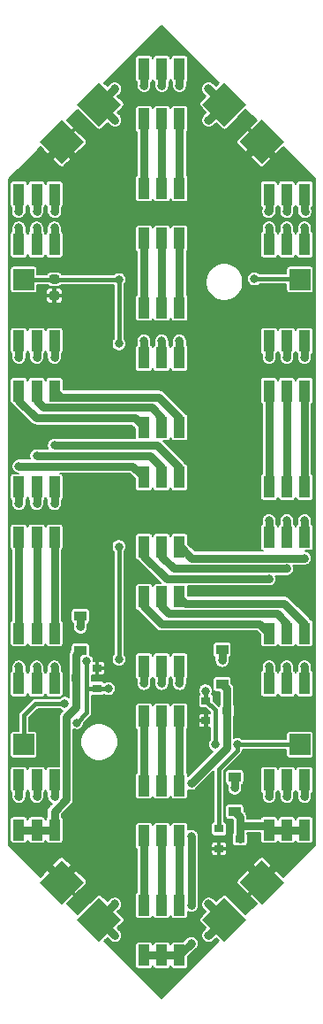
<source format=gbr>
G04 #@! TF.GenerationSoftware,KiCad,Pcbnew,(5.1.7)-1*
G04 #@! TF.CreationDate,2020-10-07T12:45:53-07:00*
G04 #@! TF.ProjectId,bigass_7_segment,62696761-7373-45f3-975f-7365676d656e,rev?*
G04 #@! TF.SameCoordinates,Original*
G04 #@! TF.FileFunction,Copper,L1,Top*
G04 #@! TF.FilePolarity,Positive*
%FSLAX46Y46*%
G04 Gerber Fmt 4.6, Leading zero omitted, Abs format (unit mm)*
G04 Created by KiCad (PCBNEW (5.1.7)-1) date 2020-10-07 12:45:53*
%MOMM*%
%LPD*%
G01*
G04 APERTURE LIST*
G04 #@! TA.AperFunction,SMDPad,CuDef*
%ADD10R,1.200000X0.900000*%
G04 #@! TD*
G04 #@! TA.AperFunction,SMDPad,CuDef*
%ADD11C,0.100000*%
G04 #@! TD*
G04 #@! TA.AperFunction,SMDPad,CuDef*
%ADD12R,0.900000X0.800000*%
G04 #@! TD*
G04 #@! TA.AperFunction,SMDPad,CuDef*
%ADD13R,1.100000X2.000000*%
G04 #@! TD*
G04 #@! TA.AperFunction,SMDPad,CuDef*
%ADD14R,2.000000X2.000000*%
G04 #@! TD*
G04 #@! TA.AperFunction,ViaPad*
%ADD15C,0.800000*%
G04 #@! TD*
G04 #@! TA.AperFunction,Conductor*
%ADD16C,0.800000*%
G04 #@! TD*
G04 #@! TA.AperFunction,Conductor*
%ADD17C,0.400000*%
G04 #@! TD*
G04 #@! TA.AperFunction,Conductor*
%ADD18C,0.200000*%
G04 #@! TD*
G04 #@! TA.AperFunction,Conductor*
%ADD19C,0.100000*%
G04 #@! TD*
G04 APERTURE END LIST*
D10*
G04 #@! TO.P,D13,2*
G04 #@! TO.N,Net-(D12-Pad4)*
X5800000Y19550000D03*
G04 #@! TO.P,D13,1*
G04 #@! TO.N,+12V*
X5800000Y22850000D03*
G04 #@! TD*
G04 #@! TA.AperFunction,SMDPad,CuDef*
D11*
G04 #@! TO.P,J1,2*
G04 #@! TO.N,GND*
G36*
X7470782Y71407898D02*
G01*
X9592102Y73529218D01*
X11713422Y71407898D01*
X9592102Y69286578D01*
X7470782Y71407898D01*
G37*
G04 #@! TD.AperFunction*
G04 #@! TA.AperFunction,SMDPad,CuDef*
G04 #@! TO.P,J1,1*
G04 #@! TO.N,+12V*
G36*
X3878680Y75000000D02*
G01*
X6000000Y77121320D01*
X8121320Y75000000D01*
X6000000Y72878680D01*
X3878680Y75000000D01*
G37*
G04 #@! TD.AperFunction*
G04 #@! TD*
G04 #@! TA.AperFunction,SMDPad,CuDef*
G04 #@! TO.P,J2,2*
G04 #@! TO.N,GND*
G36*
X9592102Y-1529218D02*
G01*
X7470782Y592102D01*
X9592102Y2713422D01*
X11713422Y592102D01*
X9592102Y-1529218D01*
G37*
G04 #@! TD.AperFunction*
G04 #@! TA.AperFunction,SMDPad,CuDef*
G04 #@! TO.P,J2,1*
G04 #@! TO.N,+12V*
G36*
X6000000Y-5121320D02*
G01*
X3878680Y-3000000D01*
X6000000Y-878680D01*
X8121320Y-3000000D01*
X6000000Y-5121320D01*
G37*
G04 #@! TD.AperFunction*
G04 #@! TD*
G04 #@! TA.AperFunction,SMDPad,CuDef*
G04 #@! TO.P,J3,2*
G04 #@! TO.N,GND*
G36*
X-9592102Y73529218D02*
G01*
X-7470782Y71407898D01*
X-9592102Y69286578D01*
X-11713422Y71407898D01*
X-9592102Y73529218D01*
G37*
G04 #@! TD.AperFunction*
G04 #@! TA.AperFunction,SMDPad,CuDef*
G04 #@! TO.P,J3,1*
G04 #@! TO.N,+12V*
G36*
X-6000000Y77121320D02*
G01*
X-3878680Y75000000D01*
X-6000000Y72878680D01*
X-8121320Y75000000D01*
X-6000000Y77121320D01*
G37*
G04 #@! TD.AperFunction*
G04 #@! TD*
G04 #@! TA.AperFunction,SMDPad,CuDef*
G04 #@! TO.P,J4,2*
G04 #@! TO.N,GND*
G36*
X-7470782Y592102D02*
G01*
X-9592102Y-1529218D01*
X-11713422Y592102D01*
X-9592102Y2713422D01*
X-7470782Y592102D01*
G37*
G04 #@! TD.AperFunction*
G04 #@! TA.AperFunction,SMDPad,CuDef*
G04 #@! TO.P,J4,1*
G04 #@! TO.N,+12V*
G36*
X-3878680Y-3000000D02*
G01*
X-6000000Y-5121320D01*
X-8121320Y-3000000D01*
X-6000000Y-878680D01*
X-3878680Y-3000000D01*
G37*
G04 #@! TD.AperFunction*
G04 #@! TD*
D12*
G04 #@! TO.P,Q1,3*
G04 #@! TO.N,Net-(D12-Pad4)*
X6250000Y17000000D03*
G04 #@! TO.P,Q1,2*
G04 #@! TO.N,GND*
X4250000Y16050000D03*
G04 #@! TO.P,Q1,1*
G04 #@! TO.N,/LED_ON*
X4250000Y17950000D03*
G04 #@! TD*
G04 #@! TO.P,R1,2*
G04 #@! TO.N,GND*
G04 #@! TA.AperFunction,SMDPad,CuDef*
G36*
G01*
X-10556250Y57150000D02*
X-10043750Y57150000D01*
G75*
G02*
X-9825000Y56931250I0J-218750D01*
G01*
X-9825000Y56493750D01*
G75*
G02*
X-10043750Y56275000I-218750J0D01*
G01*
X-10556250Y56275000D01*
G75*
G02*
X-10775000Y56493750I0J218750D01*
G01*
X-10775000Y56931250D01*
G75*
G02*
X-10556250Y57150000I218750J0D01*
G01*
G37*
G04 #@! TD.AperFunction*
G04 #@! TO.P,R1,1*
G04 #@! TO.N,/LED_ON*
G04 #@! TA.AperFunction,SMDPad,CuDef*
G36*
G01*
X-10556250Y58725000D02*
X-10043750Y58725000D01*
G75*
G02*
X-9825000Y58506250I0J-218750D01*
G01*
X-9825000Y58068750D01*
G75*
G02*
X-10043750Y57850000I-218750J0D01*
G01*
X-10556250Y57850000D01*
G75*
G02*
X-10775000Y58068750I0J218750D01*
G01*
X-10775000Y58506250D01*
G75*
G02*
X-10556250Y58725000I218750J0D01*
G01*
G37*
G04 #@! TD.AperFunction*
G04 #@! TD*
D13*
G04 #@! TO.P,D2,6*
G04 #@! TO.N,Net-(D2-Pad6)*
X-10300000Y47600000D03*
G04 #@! TO.P,D2,5*
G04 #@! TO.N,Net-(D2-Pad5)*
X-12000000Y47600000D03*
G04 #@! TO.P,D2,4*
G04 #@! TO.N,Net-(D2-Pad4)*
X-13700000Y47600000D03*
G04 #@! TO.P,D2,3*
G04 #@! TO.N,Net-(D1-Pad4)*
X-13700000Y52400000D03*
G04 #@! TO.P,D2,2*
G04 #@! TO.N,Net-(D1-Pad5)*
X-12000000Y52400000D03*
G04 #@! TO.P,D2,1*
G04 #@! TO.N,Net-(D1-Pad6)*
X-10300000Y52400000D03*
G04 #@! TD*
G04 #@! TO.P,D8,6*
G04 #@! TO.N,Net-(D8-Pad6)*
X1700000Y62171429D03*
G04 #@! TO.P,D8,5*
G04 #@! TO.N,Net-(D8-Pad5)*
X0Y62171429D03*
G04 #@! TO.P,D8,4*
G04 #@! TO.N,Net-(D8-Pad4)*
X-1700000Y62171429D03*
G04 #@! TO.P,D8,3*
G04 #@! TO.N,Net-(D7-Pad4)*
X-1700000Y66971429D03*
G04 #@! TO.P,D8,2*
G04 #@! TO.N,Net-(D7-Pad5)*
X0Y66971429D03*
G04 #@! TO.P,D8,1*
G04 #@! TO.N,Net-(D7-Pad6)*
X1700000Y66971429D03*
G04 #@! TD*
G04 #@! TO.P,D15,6*
G04 #@! TO.N,Net-(D15-Pad6)*
X13700000Y47600000D03*
G04 #@! TO.P,D15,5*
G04 #@! TO.N,Net-(D15-Pad5)*
X12000000Y47600000D03*
G04 #@! TO.P,D15,4*
G04 #@! TO.N,Net-(D15-Pad4)*
X10300000Y47600000D03*
G04 #@! TO.P,D15,3*
G04 #@! TO.N,Net-(D14-Pad4)*
X10300000Y52400000D03*
G04 #@! TO.P,D15,2*
G04 #@! TO.N,Net-(D14-Pad5)*
X12000000Y52400000D03*
G04 #@! TO.P,D15,1*
G04 #@! TO.N,Net-(D14-Pad6)*
X13700000Y52400000D03*
G04 #@! TD*
G04 #@! TO.P,D3,6*
G04 #@! TO.N,Net-(D3-Pad6)*
X1700000Y39314287D03*
G04 #@! TO.P,D3,5*
G04 #@! TO.N,Net-(D3-Pad5)*
X0Y39314287D03*
G04 #@! TO.P,D3,4*
G04 #@! TO.N,Net-(D3-Pad4)*
X-1700000Y39314287D03*
G04 #@! TO.P,D3,3*
G04 #@! TO.N,Net-(D2-Pad4)*
X-1700000Y44114287D03*
G04 #@! TO.P,D3,2*
G04 #@! TO.N,Net-(D2-Pad5)*
X0Y44114287D03*
G04 #@! TO.P,D3,1*
G04 #@! TO.N,Net-(D2-Pad6)*
X1700000Y44114287D03*
G04 #@! TD*
G04 #@! TO.P,D9,6*
G04 #@! TO.N,Net-(D10-Pad1)*
X1700000Y50742858D03*
G04 #@! TO.P,D9,5*
G04 #@! TO.N,Net-(D10-Pad2)*
X0Y50742858D03*
G04 #@! TO.P,D9,4*
G04 #@! TO.N,Net-(D10-Pad3)*
X-1700000Y50742858D03*
G04 #@! TO.P,D9,3*
G04 #@! TO.N,Net-(D8-Pad4)*
X-1700000Y55542858D03*
G04 #@! TO.P,D9,2*
G04 #@! TO.N,Net-(D8-Pad5)*
X0Y55542858D03*
G04 #@! TO.P,D9,1*
G04 #@! TO.N,Net-(D8-Pad6)*
X1700000Y55542858D03*
G04 #@! TD*
G04 #@! TO.P,D16,6*
G04 #@! TO.N,Net-(D16-Pad6)*
X13700000Y33600000D03*
G04 #@! TO.P,D16,5*
G04 #@! TO.N,Net-(D16-Pad5)*
X12000000Y33600000D03*
G04 #@! TO.P,D16,4*
G04 #@! TO.N,Net-(D16-Pad4)*
X10300000Y33600000D03*
G04 #@! TO.P,D16,3*
G04 #@! TO.N,Net-(D15-Pad4)*
X10300000Y38400000D03*
G04 #@! TO.P,D16,2*
G04 #@! TO.N,Net-(D15-Pad5)*
X12000000Y38400000D03*
G04 #@! TO.P,D16,1*
G04 #@! TO.N,Net-(D15-Pad6)*
X13700000Y38400000D03*
G04 #@! TD*
G04 #@! TO.P,D4,6*
G04 #@! TO.N,Net-(D4-Pad6)*
X-10300000Y33600000D03*
G04 #@! TO.P,D4,5*
G04 #@! TO.N,Net-(D4-Pad5)*
X-12000000Y33600000D03*
G04 #@! TO.P,D4,4*
G04 #@! TO.N,Net-(D4-Pad4)*
X-13700000Y33600000D03*
G04 #@! TO.P,D4,3*
G04 #@! TO.N,Net-(D3-Pad4)*
X-13700000Y38400000D03*
G04 #@! TO.P,D4,2*
G04 #@! TO.N,Net-(D3-Pad5)*
X-12000000Y38400000D03*
G04 #@! TO.P,D4,1*
G04 #@! TO.N,Net-(D3-Pad6)*
X-10300000Y38400000D03*
G04 #@! TD*
G04 #@! TO.P,D10,6*
G04 #@! TO.N,Net-(D10-Pad6)*
X1700000Y16457145D03*
G04 #@! TO.P,D10,5*
G04 #@! TO.N,Net-(D10-Pad5)*
X0Y16457145D03*
G04 #@! TO.P,D10,4*
G04 #@! TO.N,Net-(D10-Pad4)*
X-1700000Y16457145D03*
G04 #@! TO.P,D10,3*
G04 #@! TO.N,Net-(D10-Pad3)*
X-1700000Y21257145D03*
G04 #@! TO.P,D10,2*
G04 #@! TO.N,Net-(D10-Pad2)*
X0Y21257145D03*
G04 #@! TO.P,D10,1*
G04 #@! TO.N,Net-(D10-Pad1)*
X1700000Y21257145D03*
G04 #@! TD*
G04 #@! TO.P,D17,6*
G04 #@! TO.N,Net-(D17-Pad6)*
X1700000Y27885716D03*
G04 #@! TO.P,D17,5*
G04 #@! TO.N,Net-(D17-Pad5)*
X0Y27885716D03*
G04 #@! TO.P,D17,4*
G04 #@! TO.N,Net-(D17-Pad4)*
X-1700000Y27885716D03*
G04 #@! TO.P,D17,3*
G04 #@! TO.N,Net-(D16-Pad4)*
X-1700000Y32685716D03*
G04 #@! TO.P,D17,2*
G04 #@! TO.N,Net-(D16-Pad5)*
X0Y32685716D03*
G04 #@! TO.P,D17,1*
G04 #@! TO.N,Net-(D16-Pad6)*
X1700000Y32685716D03*
G04 #@! TD*
G04 #@! TO.P,D5,6*
G04 #@! TO.N,Net-(D5-Pad6)*
X-10300000Y19600000D03*
G04 #@! TO.P,D5,5*
G04 #@! TO.N,Net-(D5-Pad5)*
X-12000000Y19600000D03*
G04 #@! TO.P,D5,4*
G04 #@! TO.N,Net-(D5-Pad4)*
X-13700000Y19600000D03*
G04 #@! TO.P,D5,3*
G04 #@! TO.N,Net-(D4-Pad4)*
X-13700000Y24400000D03*
G04 #@! TO.P,D5,2*
G04 #@! TO.N,Net-(D4-Pad5)*
X-12000000Y24400000D03*
G04 #@! TO.P,D5,1*
G04 #@! TO.N,Net-(D4-Pad6)*
X-10300000Y24400000D03*
G04 #@! TD*
G04 #@! TO.P,D11,6*
G04 #@! TO.N,Net-(D11-Pad6)*
X1700000Y5028574D03*
G04 #@! TO.P,D11,5*
G04 #@! TO.N,Net-(D11-Pad5)*
X0Y5028574D03*
G04 #@! TO.P,D11,4*
G04 #@! TO.N,Net-(D11-Pad4)*
X-1700000Y5028574D03*
G04 #@! TO.P,D11,3*
G04 #@! TO.N,Net-(D10-Pad4)*
X-1700000Y9828574D03*
G04 #@! TO.P,D11,2*
G04 #@! TO.N,Net-(D10-Pad5)*
X0Y9828574D03*
G04 #@! TO.P,D11,1*
G04 #@! TO.N,Net-(D10-Pad6)*
X1700000Y9828574D03*
G04 #@! TD*
G04 #@! TO.P,D18,6*
G04 #@! TO.N,Net-(D18-Pad6)*
X13700000Y19600000D03*
G04 #@! TO.P,D18,5*
G04 #@! TO.N,Net-(D18-Pad5)*
X12000000Y19600000D03*
G04 #@! TO.P,D18,4*
G04 #@! TO.N,Net-(D18-Pad4)*
X10300000Y19600000D03*
G04 #@! TO.P,D18,3*
G04 #@! TO.N,Net-(D17-Pad4)*
X10300000Y24400000D03*
G04 #@! TO.P,D18,2*
G04 #@! TO.N,Net-(D17-Pad5)*
X12000000Y24400000D03*
G04 #@! TO.P,D18,1*
G04 #@! TO.N,Net-(D17-Pad6)*
X13700000Y24400000D03*
G04 #@! TD*
G04 #@! TO.P,D6,6*
G04 #@! TO.N,Net-(D20-Pad2)*
X-10300000Y5600000D03*
G04 #@! TO.P,D6,5*
X-12000000Y5600000D03*
G04 #@! TO.P,D6,4*
X-13700000Y5600000D03*
G04 #@! TO.P,D6,3*
G04 #@! TO.N,Net-(D5-Pad4)*
X-13700000Y10400000D03*
G04 #@! TO.P,D6,2*
G04 #@! TO.N,Net-(D5-Pad5)*
X-12000000Y10400000D03*
G04 #@! TO.P,D6,1*
G04 #@! TO.N,Net-(D5-Pad6)*
X-10300000Y10400000D03*
G04 #@! TD*
G04 #@! TO.P,D12,6*
G04 #@! TO.N,Net-(D12-Pad4)*
X1700000Y-6400000D03*
G04 #@! TO.P,D12,5*
X0Y-6400000D03*
G04 #@! TO.P,D12,4*
X-1700000Y-6400000D03*
G04 #@! TO.P,D12,3*
G04 #@! TO.N,Net-(D11-Pad4)*
X-1700000Y-1600000D03*
G04 #@! TO.P,D12,2*
G04 #@! TO.N,Net-(D11-Pad5)*
X0Y-1600000D03*
G04 #@! TO.P,D12,1*
G04 #@! TO.N,Net-(D11-Pad6)*
X1700000Y-1600000D03*
G04 #@! TD*
G04 #@! TO.P,D19,6*
G04 #@! TO.N,Net-(D19-Pad4)*
X13700000Y5600000D03*
G04 #@! TO.P,D19,5*
X12000000Y5600000D03*
G04 #@! TO.P,D19,4*
X10300000Y5600000D03*
G04 #@! TO.P,D19,3*
G04 #@! TO.N,Net-(D18-Pad4)*
X10300000Y10400000D03*
G04 #@! TO.P,D19,2*
G04 #@! TO.N,Net-(D18-Pad5)*
X12000000Y10400000D03*
G04 #@! TO.P,D19,1*
G04 #@! TO.N,Net-(D18-Pad6)*
X13700000Y10400000D03*
G04 #@! TD*
G04 #@! TO.P,D1,6*
G04 #@! TO.N,Net-(D1-Pad6)*
X-10300000Y61600000D03*
G04 #@! TO.P,D1,5*
G04 #@! TO.N,Net-(D1-Pad5)*
X-12000000Y61600000D03*
G04 #@! TO.P,D1,4*
G04 #@! TO.N,Net-(D1-Pad4)*
X-13700000Y61600000D03*
G04 #@! TO.P,D1,3*
G04 #@! TO.N,+12V*
X-13700000Y66400000D03*
G04 #@! TO.P,D1,2*
X-12000000Y66400000D03*
G04 #@! TO.P,D1,1*
X-10300000Y66400000D03*
G04 #@! TD*
G04 #@! TO.P,D7,6*
G04 #@! TO.N,Net-(D7-Pad6)*
X1700000Y73600000D03*
G04 #@! TO.P,D7,5*
G04 #@! TO.N,Net-(D7-Pad5)*
X0Y73600000D03*
G04 #@! TO.P,D7,4*
G04 #@! TO.N,Net-(D7-Pad4)*
X-1700000Y73600000D03*
G04 #@! TO.P,D7,3*
G04 #@! TO.N,+12V*
X-1700000Y78400000D03*
G04 #@! TO.P,D7,2*
X0Y78400000D03*
G04 #@! TO.P,D7,1*
X1700000Y78400000D03*
G04 #@! TD*
G04 #@! TO.P,D14,6*
G04 #@! TO.N,Net-(D14-Pad6)*
X13700000Y61600000D03*
G04 #@! TO.P,D14,5*
G04 #@! TO.N,Net-(D14-Pad5)*
X12000000Y61600000D03*
G04 #@! TO.P,D14,4*
G04 #@! TO.N,Net-(D14-Pad4)*
X10300000Y61600000D03*
G04 #@! TO.P,D14,3*
G04 #@! TO.N,+12V*
X10300000Y66400000D03*
G04 #@! TO.P,D14,2*
X12000000Y66400000D03*
G04 #@! TO.P,D14,1*
X13700000Y66400000D03*
G04 #@! TD*
D14*
G04 #@! TO.P,J5,1*
G04 #@! TO.N,/LED_ON*
X13250000Y13750000D03*
G04 #@! TD*
G04 #@! TO.P,J6,1*
G04 #@! TO.N,/LED_ON*
X-13250000Y13750000D03*
G04 #@! TD*
G04 #@! TO.P,J7,1*
G04 #@! TO.N,/LED_ON*
X-13250000Y58250000D03*
G04 #@! TD*
G04 #@! TO.P,J8,1*
G04 #@! TO.N,/LED_ON*
X13250000Y58250000D03*
G04 #@! TD*
D10*
G04 #@! TO.P,D20,2*
G04 #@! TO.N,Net-(D20-Pad2)*
X-7800000Y22750000D03*
G04 #@! TO.P,D20,1*
G04 #@! TO.N,+12V*
X-7800000Y26050000D03*
G04 #@! TD*
G04 #@! TO.P,D21,2*
G04 #@! TO.N,Net-(D19-Pad4)*
X7000000Y7350000D03*
G04 #@! TO.P,D21,1*
G04 #@! TO.N,+12V*
X7000000Y10650000D03*
G04 #@! TD*
D12*
G04 #@! TO.P,Q2,3*
G04 #@! TO.N,Net-(D20-Pad2)*
X-8200000Y20100000D03*
G04 #@! TO.P,Q2,2*
G04 #@! TO.N,GND*
X-6200000Y21050000D03*
G04 #@! TO.P,Q2,1*
G04 #@! TO.N,/LED_ON*
X-6200000Y19150000D03*
G04 #@! TD*
G04 #@! TO.P,Q3,3*
G04 #@! TO.N,Net-(D19-Pad4)*
X7500000Y4750000D03*
G04 #@! TO.P,Q3,2*
G04 #@! TO.N,GND*
X5500000Y3800000D03*
G04 #@! TO.P,Q3,1*
G04 #@! TO.N,/LED_ON*
X5500000Y5700000D03*
G04 #@! TD*
D15*
G04 #@! TO.N,+12V*
X-13750000Y64750000D03*
X-12000000Y64750000D03*
X-10250000Y64750000D03*
X10250000Y64750000D03*
X12000000Y64750000D03*
X13750000Y64750000D03*
X4500000Y73500000D03*
X4500000Y76500000D03*
X-4500000Y76500000D03*
X-4500000Y73500000D03*
X-4500000Y-1500000D03*
X-4500000Y-4500000D03*
X4500000Y-4500000D03*
X4500000Y-1500000D03*
X-7800000Y25000000D03*
X-1700000Y76800000D03*
X0Y76800000D03*
X1700000Y76800000D03*
X5800000Y21800000D03*
X7000000Y9600000D03*
G04 #@! TO.N,Net-(D10-Pad2)*
X0Y52400000D03*
X0Y19600000D03*
G04 #@! TO.N,Net-(D10-Pad1)*
X1700000Y52400000D03*
X1700000Y19600000D03*
G04 #@! TO.N,GND*
X8000000Y70000000D03*
X11000000Y69750000D03*
X-11000000Y69750000D03*
X-8250000Y69750000D03*
X-11000000Y2250000D03*
X-8250000Y2250000D03*
X8250000Y2250000D03*
X11000000Y2250000D03*
G04 #@! TO.N,/LED_ON*
X8900000Y58300000D03*
X-4100000Y58250000D03*
X-9300000Y17700000D03*
X5142893Y13757107D03*
X7250000Y13750000D03*
X-4100000Y52099990D03*
X-4100000Y32699996D03*
X-8149999Y15852892D03*
X4200000Y18900000D03*
X-5100000Y19100000D03*
X-4100000Y21900000D03*
X-7200000Y21699998D03*
G04 #@! TO.N,Net-(D12-Pad4)*
X2850001Y-5249999D03*
X2850002Y-1600000D03*
X2850002Y5000000D03*
X2850001Y10050001D03*
G04 #@! TO.N,Net-(D10-Pad3)*
X-1700000Y52400000D03*
X-1700000Y19600000D03*
G04 #@! TO.N,Net-(D1-Pad6)*
X-10300000Y63200000D03*
X-10300000Y50800000D03*
G04 #@! TO.N,Net-(D1-Pad5)*
X-12000000Y63200000D03*
X-12000000Y50800000D03*
G04 #@! TO.N,Net-(D1-Pad4)*
X-13700000Y63200000D03*
X-13700000Y50800000D03*
G04 #@! TO.N,Net-(D3-Pad6)*
X-10300000Y42400000D03*
X-10300000Y36800000D03*
G04 #@! TO.N,Net-(D3-Pad5)*
X-12000000Y41400000D03*
X-12000000Y36800000D03*
G04 #@! TO.N,Net-(D3-Pad4)*
X-13700000Y40400000D03*
X-13700000Y36800000D03*
G04 #@! TO.N,Net-(D5-Pad6)*
X-10300000Y21200000D03*
X-10300000Y8800000D03*
G04 #@! TO.N,Net-(D5-Pad5)*
X-12000000Y8800000D03*
X-12000000Y21200000D03*
G04 #@! TO.N,Net-(D5-Pad4)*
X-13700000Y21200000D03*
X-13700000Y8800000D03*
G04 #@! TO.N,Net-(D14-Pad6)*
X13700000Y63200000D03*
X13700000Y50800000D03*
G04 #@! TO.N,Net-(D14-Pad5)*
X12000000Y63200000D03*
X12000000Y50800000D03*
G04 #@! TO.N,Net-(D14-Pad4)*
X10300000Y63200000D03*
X10300000Y50800000D03*
G04 #@! TO.N,Net-(D16-Pad6)*
X13700000Y31600000D03*
X13700000Y35200000D03*
G04 #@! TO.N,Net-(D16-Pad5)*
X12000000Y30600000D03*
X12000000Y35200000D03*
G04 #@! TO.N,Net-(D16-Pad4)*
X10300000Y29600000D03*
X10300000Y35200000D03*
G04 #@! TO.N,Net-(D18-Pad6)*
X13700000Y21200000D03*
X13700000Y8800000D03*
G04 #@! TO.N,Net-(D18-Pad5)*
X12000000Y8800000D03*
X12000000Y21200000D03*
G04 #@! TO.N,Net-(D18-Pad4)*
X10300000Y21200000D03*
X10300000Y8800000D03*
G04 #@! TD*
D16*
G04 #@! TO.N,+12V*
X-13700000Y66400000D02*
X-13700000Y64800000D01*
X-13700000Y64800000D02*
X-13750000Y64750000D01*
X-12000000Y66400000D02*
X-12000000Y64750000D01*
X-10300000Y66400000D02*
X-10300000Y64800000D01*
X-10300000Y64800000D02*
X-10250000Y64750000D01*
X10300000Y66400000D02*
X10300000Y64800000D01*
X10300000Y64800000D02*
X10250000Y64750000D01*
X12000000Y66400000D02*
X12000000Y64750000D01*
X13700000Y66400000D02*
X13700000Y64800000D01*
X13700000Y64800000D02*
X13750000Y64750000D01*
X4500000Y73500000D02*
X6000000Y75000000D01*
X6000000Y75000000D02*
X4500000Y76500000D01*
X-4500000Y76500000D02*
X-6000000Y75000000D01*
X-6000000Y75000000D02*
X-4500000Y73500000D01*
X-4500000Y-1500000D02*
X-6000000Y-3000000D01*
X-6000000Y-3000000D02*
X-4500000Y-4500000D01*
X4500000Y-4500000D02*
X6000000Y-3000000D01*
X6000000Y-3000000D02*
X4500000Y-1500000D01*
X-7800000Y26050000D02*
X-7800000Y25000000D01*
X-1700000Y78400000D02*
X-1700000Y76800000D01*
X0Y78400000D02*
X0Y76800000D01*
X1700000Y78400000D02*
X1700000Y76800000D01*
X5800000Y22850000D02*
X5800000Y21800000D01*
X7000000Y10650000D02*
X7000000Y9600000D01*
G04 #@! TO.N,Net-(D10-Pad2)*
X0Y50742858D02*
X0Y52400000D01*
X0Y19600000D02*
X0Y21257145D01*
G04 #@! TO.N,Net-(D10-Pad1)*
X1700000Y50742858D02*
X1700000Y52400000D01*
X1700000Y19600000D02*
X1700000Y21257145D01*
G04 #@! TO.N,GND*
X9407898Y71407898D02*
X8000000Y70000000D01*
X9592102Y71407898D02*
X9407898Y71407898D01*
X9592102Y71407898D02*
X9592102Y71157898D01*
X9592102Y71157898D02*
X11000000Y69750000D01*
X-9592102Y71407898D02*
X-9592102Y71157898D01*
X-9592102Y71157898D02*
X-11000000Y69750000D01*
X-9592102Y71092102D02*
X-8250000Y69750000D01*
X-9592102Y71407898D02*
X-9592102Y71092102D01*
X-9592102Y842102D02*
X-11000000Y2250000D01*
X-9592102Y592102D02*
X-9592102Y842102D01*
X-9592102Y592102D02*
X-9592102Y907898D01*
X-9592102Y907898D02*
X-8250000Y2250000D01*
X9592102Y907898D02*
X8250000Y2250000D01*
X9592102Y592102D02*
X9592102Y907898D01*
X9592102Y592102D02*
X9592102Y842102D01*
X9592102Y842102D02*
X11000000Y2250000D01*
D17*
G04 #@! TO.N,/LED_ON*
X13250000Y13750000D02*
X7250000Y13750000D01*
X7250000Y13750000D02*
X7250000Y13184315D01*
X7250000Y13184315D02*
X5500000Y11434315D01*
X5500000Y11434315D02*
X5500000Y5700000D01*
X13200000Y58300000D02*
X13250000Y58250000D01*
X8900000Y58300000D02*
X13200000Y58300000D01*
X-13250000Y58250000D02*
X-5000000Y58250000D01*
X-5000000Y58250000D02*
X-4100000Y58250000D01*
X-13250000Y16550000D02*
X-12100000Y17700000D01*
X-12100000Y17700000D02*
X-9300000Y17700000D01*
X-13250000Y13750000D02*
X-13250000Y16550000D01*
X5142893Y17057107D02*
X5142893Y13757107D01*
X4250000Y17950000D02*
X5142893Y17057107D01*
X-4100000Y58250000D02*
X-4100000Y52099990D01*
X4250000Y18850000D02*
X4200000Y18900000D01*
X4250000Y17950000D02*
X4250000Y18850000D01*
X-5150000Y19150000D02*
X-5100000Y19100000D01*
X-6200000Y19150000D02*
X-5150000Y19150000D01*
X-4100000Y32699996D02*
X-4100000Y21900000D01*
X-7200000Y16802891D02*
X-8149999Y15852892D01*
X-6200000Y19150000D02*
X-7150000Y19150000D01*
X-7150000Y19150000D02*
X-7200000Y19200000D01*
X-7200000Y19200000D02*
X-7200000Y16802891D01*
X-7200000Y21699998D02*
X-7200000Y19200000D01*
D16*
G04 #@! TO.N,Net-(D10-Pad6)*
X1700000Y16457145D02*
X1700000Y9828574D01*
G04 #@! TO.N,Net-(D10-Pad5)*
X0Y16457145D02*
X0Y9828574D01*
G04 #@! TO.N,Net-(D10-Pad4)*
X-1700000Y16457145D02*
X-1700000Y9828574D01*
G04 #@! TO.N,Net-(D11-Pad4)*
X-1700000Y5028574D02*
X-1700000Y-1399990D01*
G04 #@! TO.N,Net-(D11-Pad5)*
X0Y5028574D02*
X0Y-1600000D01*
G04 #@! TO.N,Net-(D11-Pad6)*
X1700000Y5028574D02*
X1700000Y-1600000D01*
G04 #@! TO.N,Net-(D12-Pad4)*
X1700000Y-6400000D02*
X-1700000Y-6400000D01*
X6250000Y13450000D02*
X6250000Y17000000D01*
X2850001Y10050001D02*
X6250000Y13450000D01*
X6250000Y19100000D02*
X5800000Y19550000D01*
X6250000Y17000000D02*
X6250000Y19100000D01*
X1700000Y-6400000D02*
X2850001Y-5249999D01*
X2850002Y-1600000D02*
X2850002Y5000000D01*
G04 #@! TO.N,Net-(D10-Pad3)*
X-1700000Y50742858D02*
X-1700000Y52400000D01*
X-1700000Y19600000D02*
X-1700000Y21257145D01*
G04 #@! TO.N,Net-(D20-Pad2)*
X-13700000Y5600000D02*
X-10300000Y5600000D01*
X-8200000Y22350000D02*
X-7800000Y22750000D01*
X-8200000Y20100000D02*
X-8200000Y22350000D01*
X-8200000Y17319998D02*
X-9149999Y16369999D01*
X-8200000Y20100000D02*
X-8200000Y17319998D01*
X-10300000Y7385773D02*
X-10300000Y5600000D01*
X-9149999Y8535774D02*
X-10300000Y7385773D01*
X-9149999Y16369999D02*
X-9149999Y8535774D01*
G04 #@! TO.N,Net-(D1-Pad6)*
X-10300000Y61600000D02*
X-10300000Y63200000D01*
X-10300000Y50800000D02*
X-10300000Y52400000D01*
G04 #@! TO.N,Net-(D1-Pad5)*
X-12000000Y61600000D02*
X-12000000Y63200000D01*
X-12000000Y50800000D02*
X-12000000Y52400000D01*
G04 #@! TO.N,Net-(D1-Pad4)*
X-13700000Y61600000D02*
X-13700000Y63200000D01*
X-13700000Y50800000D02*
X-13700000Y52400000D01*
G04 #@! TO.N,Net-(D2-Pad6)*
X1700000Y45044289D02*
X1700000Y44114287D01*
X1700000Y45044289D02*
X-255720Y47000009D01*
X-9700009Y47000009D02*
X-10300000Y47600000D01*
X-255720Y47000009D02*
X-9700009Y47000009D01*
G04 #@! TO.N,Net-(D2-Pad5)*
X-12000000Y46669998D02*
X-12000000Y47600000D01*
X-11330001Y45999999D02*
X-12000000Y46669998D01*
X-955710Y45999999D02*
X-11330001Y45999999D01*
X0Y45044289D02*
X-955710Y45999999D01*
X0Y44114287D02*
X0Y45044289D01*
G04 #@! TO.N,Net-(D2-Pad4)*
X-12029991Y44999989D02*
X-2585702Y44999989D01*
X-2585702Y44999989D02*
X-1700000Y44114287D01*
X-13700000Y46669998D02*
X-12029991Y44999989D01*
X-13700000Y47600000D02*
X-13700000Y46669998D01*
G04 #@! TO.N,Net-(D3-Pad6)*
X1700000Y40244289D02*
X-455711Y42400000D01*
X1700000Y39314287D02*
X1700000Y40244289D01*
X-455711Y42400000D02*
X-10300000Y42400000D01*
X-10300000Y36800000D02*
X-10300000Y38400000D01*
G04 #@! TO.N,Net-(D3-Pad5)*
X-1155711Y41400000D02*
X-12000000Y41400000D01*
X0Y40244289D02*
X-1155711Y41400000D01*
X0Y39314287D02*
X0Y40244289D01*
X-12000000Y36800000D02*
X-12000000Y38400000D01*
G04 #@! TO.N,Net-(D3-Pad4)*
X-2785713Y40400000D02*
X-13700000Y40400000D01*
X-1700000Y39314287D02*
X-2785713Y40400000D01*
X-13700000Y36800000D02*
X-13700000Y38400000D01*
G04 #@! TO.N,Net-(D4-Pad6)*
X-10300000Y33600000D02*
X-10300000Y24400000D01*
G04 #@! TO.N,Net-(D4-Pad5)*
X-12000000Y33600000D02*
X-12000000Y24400000D01*
G04 #@! TO.N,Net-(D4-Pad4)*
X-13700000Y33600000D02*
X-13700000Y24400000D01*
G04 #@! TO.N,Net-(D5-Pad6)*
X-10300000Y19600000D02*
X-10300000Y21200000D01*
X-10300000Y8800000D02*
X-10300000Y10400000D01*
G04 #@! TO.N,Net-(D5-Pad5)*
X-12000000Y10400000D02*
X-12000000Y8800000D01*
X-12000000Y21200000D02*
X-12000000Y19600000D01*
G04 #@! TO.N,Net-(D5-Pad4)*
X-13700000Y19600000D02*
X-13700000Y21200000D01*
X-13700000Y8800000D02*
X-13700000Y10400000D01*
G04 #@! TO.N,Net-(D7-Pad6)*
X1700000Y73600000D02*
X1700000Y66971429D01*
G04 #@! TO.N,Net-(D7-Pad5)*
X0Y73600000D02*
X0Y66971429D01*
G04 #@! TO.N,Net-(D7-Pad4)*
X-1700000Y73600000D02*
X-1700000Y66971429D01*
G04 #@! TO.N,Net-(D8-Pad6)*
X1700000Y62171429D02*
X1700000Y55542858D01*
G04 #@! TO.N,Net-(D8-Pad5)*
X0Y62171429D02*
X0Y55542858D01*
G04 #@! TO.N,Net-(D8-Pad4)*
X-1700000Y62171429D02*
X-1700000Y55542858D01*
G04 #@! TO.N,Net-(D14-Pad6)*
X13700000Y61600000D02*
X13700000Y63200000D01*
X13700000Y50800000D02*
X13700000Y52400000D01*
G04 #@! TO.N,Net-(D14-Pad5)*
X12000000Y61600000D02*
X12000000Y63200000D01*
X12000000Y50800000D02*
X12000000Y52400000D01*
G04 #@! TO.N,Net-(D14-Pad4)*
X10300000Y61600000D02*
X10300000Y63200000D01*
X10300000Y50800000D02*
X10300000Y52400000D01*
G04 #@! TO.N,Net-(D15-Pad6)*
X13700000Y47600000D02*
X13700000Y38400000D01*
G04 #@! TO.N,Net-(D15-Pad5)*
X12000000Y47600000D02*
X12000000Y38400000D01*
G04 #@! TO.N,Net-(D15-Pad4)*
X10300000Y47600000D02*
X10300000Y38400000D01*
G04 #@! TO.N,Net-(D16-Pad6)*
X1814284Y32685716D02*
X2899990Y31600010D01*
X1700000Y32685716D02*
X1814284Y32685716D01*
X13699990Y31600010D02*
X13700000Y31600000D01*
X2899990Y31600010D02*
X13699990Y31600010D01*
X13700000Y35200000D02*
X13700000Y33600000D01*
G04 #@! TO.N,Net-(D16-Pad5)*
X12000000Y35200000D02*
X12000000Y33600000D01*
X0Y31755714D02*
X1155714Y30600000D01*
X1155714Y30600000D02*
X12000000Y30600000D01*
X0Y32685716D02*
X0Y31755714D01*
G04 #@! TO.N,Net-(D16-Pad4)*
X10300000Y35200000D02*
X10300000Y33600000D01*
X455714Y29600000D02*
X10300000Y29600000D01*
X-1700000Y31755714D02*
X455714Y29600000D01*
X-1700000Y32685716D02*
X-1700000Y31755714D01*
G04 #@! TO.N,Net-(D17-Pad6)*
X13700000Y25330002D02*
X11744277Y27285725D01*
X13700000Y24400000D02*
X13700000Y25330002D01*
X2299991Y27285725D02*
X1700000Y27885716D01*
X11744277Y27285725D02*
X2299991Y27285725D01*
G04 #@! TO.N,Net-(D17-Pad5)*
X12000000Y25330002D02*
X12000000Y24400000D01*
X11044287Y26285715D02*
X12000000Y25330002D01*
X669999Y26285715D02*
X11044287Y26285715D01*
X0Y26955714D02*
X669999Y26285715D01*
X0Y27885716D02*
X0Y26955714D01*
G04 #@! TO.N,Net-(D17-Pad4)*
X9414295Y25285705D02*
X10300000Y24400000D01*
X-1700000Y26955714D02*
X-29991Y25285705D01*
X-29991Y25285705D02*
X9414295Y25285705D01*
X-1700000Y27885716D02*
X-1700000Y26955714D01*
G04 #@! TO.N,Net-(D18-Pad6)*
X13700000Y19600000D02*
X13700000Y21200000D01*
X13700000Y8800000D02*
X13700000Y10400000D01*
G04 #@! TO.N,Net-(D18-Pad5)*
X12000000Y10400000D02*
X12000000Y8800000D01*
X12000000Y21200000D02*
X12000000Y19600000D01*
G04 #@! TO.N,Net-(D18-Pad4)*
X10300000Y19600000D02*
X10300000Y21200000D01*
X10300000Y8800000D02*
X10300000Y10400000D01*
G04 #@! TO.N,Net-(D19-Pad4)*
X13700000Y5600000D02*
X10300000Y5600000D01*
X7500000Y6850000D02*
X7000000Y7350000D01*
X7500000Y6000000D02*
X9900000Y6000000D01*
X7500000Y4750000D02*
X7500000Y6000000D01*
X9900000Y6000000D02*
X10300000Y5600000D01*
X7500000Y6000000D02*
X7500000Y6850000D01*
G04 #@! TD*
D18*
G04 #@! TO.N,GND*
X5496373Y77044009D02*
X5221157Y76768793D01*
X5043728Y76946221D01*
X5043726Y76946224D01*
X4946224Y77043726D01*
X4917490Y77062925D01*
X4890781Y77084845D01*
X4860305Y77101135D01*
X4831574Y77120332D01*
X4799651Y77133555D01*
X4769174Y77149845D01*
X4736105Y77159876D01*
X4704182Y77173099D01*
X4670288Y77179841D01*
X4637223Y77189871D01*
X4602839Y77193258D01*
X4568944Y77200000D01*
X4534387Y77200000D01*
X4500000Y77203387D01*
X4465613Y77200000D01*
X4431056Y77200000D01*
X4397161Y77193258D01*
X4362777Y77189871D01*
X4329712Y77179841D01*
X4295818Y77173099D01*
X4263895Y77159876D01*
X4230826Y77149845D01*
X4200349Y77133555D01*
X4168426Y77120332D01*
X4139695Y77101135D01*
X4109219Y77084845D01*
X4082511Y77062926D01*
X4053776Y77043726D01*
X4029334Y77019284D01*
X4002631Y76997369D01*
X3980716Y76970666D01*
X3956274Y76946224D01*
X3937074Y76917489D01*
X3915155Y76890781D01*
X3898865Y76860305D01*
X3879668Y76831574D01*
X3866445Y76799651D01*
X3850155Y76769174D01*
X3840124Y76736105D01*
X3826901Y76704182D01*
X3820159Y76670288D01*
X3810129Y76637223D01*
X3806742Y76602839D01*
X3800000Y76568944D01*
X3800000Y76534387D01*
X3796613Y76500000D01*
X3800000Y76465613D01*
X3800000Y76431056D01*
X3806742Y76397161D01*
X3810129Y76362777D01*
X3820159Y76329712D01*
X3826901Y76295818D01*
X3840124Y76263895D01*
X3850155Y76230826D01*
X3866445Y76200349D01*
X3879668Y76168426D01*
X3898865Y76139695D01*
X3915155Y76109219D01*
X3937075Y76082510D01*
X3956274Y76053776D01*
X4053776Y75956274D01*
X4053779Y75956272D01*
X4231208Y75778844D01*
X3665522Y75213158D01*
X3628033Y75167477D01*
X3600176Y75115360D01*
X3583021Y75058810D01*
X3577229Y75000000D01*
X3583021Y74941190D01*
X3600176Y74884640D01*
X3628033Y74832523D01*
X3665522Y74786842D01*
X4231208Y74221157D01*
X4053779Y74043728D01*
X4053776Y74043726D01*
X3956274Y73946224D01*
X3937075Y73917490D01*
X3915155Y73890781D01*
X3898865Y73860305D01*
X3879668Y73831574D01*
X3866445Y73799651D01*
X3850155Y73769174D01*
X3840124Y73736105D01*
X3826901Y73704182D01*
X3820159Y73670288D01*
X3810129Y73637223D01*
X3806742Y73602839D01*
X3800000Y73568944D01*
X3800000Y73534387D01*
X3796613Y73500000D01*
X3800000Y73465613D01*
X3800000Y73431056D01*
X3806742Y73397161D01*
X3810129Y73362777D01*
X3820159Y73329712D01*
X3826901Y73295818D01*
X3840124Y73263895D01*
X3850155Y73230826D01*
X3866445Y73200349D01*
X3879668Y73168426D01*
X3898865Y73139695D01*
X3915155Y73109219D01*
X3937074Y73082511D01*
X3956274Y73053776D01*
X3980716Y73029334D01*
X4002631Y73002631D01*
X4029334Y72980716D01*
X4053776Y72956274D01*
X4082511Y72937074D01*
X4109219Y72915155D01*
X4139695Y72898865D01*
X4168426Y72879668D01*
X4200349Y72866445D01*
X4230826Y72850155D01*
X4263895Y72840124D01*
X4295818Y72826901D01*
X4329712Y72820159D01*
X4362777Y72810129D01*
X4397161Y72806742D01*
X4431056Y72800000D01*
X4465613Y72800000D01*
X4500000Y72796613D01*
X4534387Y72800000D01*
X4568944Y72800000D01*
X4602839Y72806742D01*
X4637223Y72810129D01*
X4670288Y72820159D01*
X4704182Y72826901D01*
X4736105Y72840124D01*
X4769174Y72850155D01*
X4799651Y72866445D01*
X4831574Y72879668D01*
X4860305Y72898865D01*
X4890781Y72915155D01*
X4917490Y72937075D01*
X4946224Y72956274D01*
X5043726Y73053776D01*
X5043728Y73053779D01*
X5221157Y73231208D01*
X5786842Y72665522D01*
X5832523Y72628033D01*
X5884640Y72600176D01*
X5941190Y72583021D01*
X6000000Y72577229D01*
X6058810Y72583021D01*
X6115360Y72600176D01*
X6167477Y72628033D01*
X6213158Y72665522D01*
X8044009Y74496373D01*
X9088792Y73451589D01*
X8443053Y72804434D01*
X8443053Y72698368D01*
X9592102Y71549319D01*
X9606245Y71563462D01*
X9747666Y71422041D01*
X9733523Y71407898D01*
X10882572Y70258849D01*
X10988638Y70258849D01*
X11635793Y70904588D01*
X14675000Y67865381D01*
X14675001Y4134620D01*
X11635793Y1095412D01*
X10988638Y1741151D01*
X10882572Y1741151D01*
X9733523Y592102D01*
X9747666Y577960D01*
X9606245Y436539D01*
X9592102Y450681D01*
X8443053Y-698368D01*
X8443053Y-804434D01*
X9088792Y-1451589D01*
X8044009Y-2496373D01*
X6213158Y-665522D01*
X6167477Y-628033D01*
X6115360Y-600176D01*
X6058810Y-583021D01*
X6000000Y-577229D01*
X5941190Y-583021D01*
X5884640Y-600176D01*
X5832523Y-628033D01*
X5786842Y-665522D01*
X5221157Y-1231208D01*
X5043728Y-1053779D01*
X5043726Y-1053776D01*
X4946224Y-956274D01*
X4917490Y-937075D01*
X4890781Y-915155D01*
X4860305Y-898865D01*
X4831574Y-879668D01*
X4799651Y-866445D01*
X4769174Y-850155D01*
X4736105Y-840124D01*
X4704182Y-826901D01*
X4670288Y-820159D01*
X4637223Y-810129D01*
X4602839Y-806742D01*
X4568944Y-800000D01*
X4534387Y-800000D01*
X4500000Y-796613D01*
X4465613Y-800000D01*
X4431056Y-800000D01*
X4397161Y-806742D01*
X4362777Y-810129D01*
X4329712Y-820159D01*
X4295818Y-826901D01*
X4263895Y-840124D01*
X4230826Y-850155D01*
X4200349Y-866445D01*
X4168426Y-879668D01*
X4139695Y-898865D01*
X4109219Y-915155D01*
X4082511Y-937074D01*
X4053776Y-956274D01*
X4029334Y-980716D01*
X4002631Y-1002631D01*
X3980716Y-1029334D01*
X3956274Y-1053776D01*
X3937074Y-1082511D01*
X3915155Y-1109219D01*
X3898865Y-1139695D01*
X3879668Y-1168426D01*
X3866445Y-1200349D01*
X3850155Y-1230826D01*
X3840124Y-1263895D01*
X3826901Y-1295818D01*
X3820159Y-1329712D01*
X3810129Y-1362777D01*
X3806742Y-1397161D01*
X3800000Y-1431056D01*
X3800000Y-1465613D01*
X3796613Y-1500000D01*
X3800000Y-1534387D01*
X3800000Y-1568944D01*
X3806742Y-1602839D01*
X3810129Y-1637223D01*
X3820159Y-1670288D01*
X3826901Y-1704182D01*
X3840124Y-1736105D01*
X3850155Y-1769174D01*
X3866445Y-1799651D01*
X3879668Y-1831574D01*
X3898865Y-1860305D01*
X3915155Y-1890781D01*
X3937075Y-1917490D01*
X3956274Y-1946224D01*
X4053776Y-2043726D01*
X4053779Y-2043728D01*
X4231208Y-2221157D01*
X3665522Y-2786842D01*
X3628033Y-2832523D01*
X3600176Y-2884640D01*
X3583021Y-2941190D01*
X3577229Y-3000000D01*
X3583021Y-3058810D01*
X3600176Y-3115360D01*
X3628033Y-3167477D01*
X3665522Y-3213158D01*
X4231208Y-3778844D01*
X4053779Y-3956272D01*
X4053776Y-3956274D01*
X3956274Y-4053776D01*
X3937075Y-4082510D01*
X3915155Y-4109219D01*
X3898865Y-4139695D01*
X3879668Y-4168426D01*
X3866445Y-4200349D01*
X3850155Y-4230826D01*
X3840124Y-4263895D01*
X3826901Y-4295818D01*
X3820159Y-4329712D01*
X3810129Y-4362777D01*
X3806742Y-4397161D01*
X3800000Y-4431056D01*
X3800000Y-4465613D01*
X3796613Y-4500000D01*
X3800000Y-4534387D01*
X3800000Y-4568944D01*
X3806742Y-4602839D01*
X3810129Y-4637223D01*
X3820159Y-4670288D01*
X3826901Y-4704182D01*
X3840124Y-4736105D01*
X3850155Y-4769174D01*
X3866445Y-4799651D01*
X3879668Y-4831574D01*
X3898865Y-4860305D01*
X3915155Y-4890781D01*
X3937074Y-4917489D01*
X3956274Y-4946224D01*
X3980716Y-4970666D01*
X4002631Y-4997369D01*
X4029334Y-5019284D01*
X4053776Y-5043726D01*
X4082511Y-5062926D01*
X4109219Y-5084845D01*
X4139695Y-5101135D01*
X4168426Y-5120332D01*
X4200349Y-5133555D01*
X4230826Y-5149845D01*
X4263895Y-5159876D01*
X4295818Y-5173099D01*
X4329712Y-5179841D01*
X4362777Y-5189871D01*
X4397161Y-5193258D01*
X4431056Y-5200000D01*
X4465613Y-5200000D01*
X4500000Y-5203387D01*
X4534387Y-5200000D01*
X4568944Y-5200000D01*
X4602839Y-5193258D01*
X4637223Y-5189871D01*
X4670288Y-5179841D01*
X4704182Y-5173099D01*
X4736105Y-5159876D01*
X4769174Y-5149845D01*
X4799651Y-5133555D01*
X4831574Y-5120332D01*
X4860305Y-5101135D01*
X4890781Y-5084845D01*
X4917490Y-5062925D01*
X4946224Y-5043726D01*
X5043726Y-4946224D01*
X5043728Y-4946221D01*
X5221157Y-4768793D01*
X5496373Y-5044009D01*
X0Y-10540381D01*
X-5140381Y-5400000D01*
X-2551451Y-5400000D01*
X-2551451Y-7400000D01*
X-2545659Y-7458810D01*
X-2528504Y-7515360D01*
X-2500647Y-7567477D01*
X-2463158Y-7613158D01*
X-2417477Y-7650647D01*
X-2365360Y-7678504D01*
X-2308810Y-7695659D01*
X-2250000Y-7701451D01*
X-1150000Y-7701451D01*
X-1091190Y-7695659D01*
X-1034640Y-7678504D01*
X-982523Y-7650647D01*
X-936842Y-7613158D01*
X-899353Y-7567477D01*
X-871496Y-7515360D01*
X-854341Y-7458810D01*
X-850000Y-7414733D01*
X-845659Y-7458810D01*
X-828504Y-7515360D01*
X-800647Y-7567477D01*
X-763158Y-7613158D01*
X-717477Y-7650647D01*
X-665360Y-7678504D01*
X-608810Y-7695659D01*
X-550000Y-7701451D01*
X550000Y-7701451D01*
X608810Y-7695659D01*
X665360Y-7678504D01*
X717477Y-7650647D01*
X763158Y-7613158D01*
X800647Y-7567477D01*
X828504Y-7515360D01*
X845659Y-7458810D01*
X850000Y-7414733D01*
X854341Y-7458810D01*
X871496Y-7515360D01*
X899353Y-7567477D01*
X936842Y-7613158D01*
X982523Y-7650647D01*
X1034640Y-7678504D01*
X1091190Y-7695659D01*
X1150000Y-7701451D01*
X2250000Y-7701451D01*
X2308810Y-7695659D01*
X2365360Y-7678504D01*
X2417477Y-7650647D01*
X2463158Y-7613158D01*
X2500647Y-7567477D01*
X2528504Y-7515360D01*
X2545659Y-7458810D01*
X2551451Y-7400000D01*
X2551451Y-6538498D01*
X3369293Y-5720657D01*
X3393727Y-5696223D01*
X3412922Y-5667495D01*
X3434846Y-5640781D01*
X3451138Y-5610300D01*
X3470333Y-5581573D01*
X3483554Y-5549654D01*
X3499846Y-5519174D01*
X3509878Y-5486102D01*
X3523100Y-5454181D01*
X3529841Y-5420290D01*
X3539872Y-5387223D01*
X3543259Y-5352837D01*
X3550001Y-5318943D01*
X3550001Y-5284387D01*
X3553388Y-5250000D01*
X3550001Y-5215613D01*
X3550001Y-5181055D01*
X3543259Y-5147159D01*
X3539872Y-5112776D01*
X3529842Y-5079711D01*
X3523100Y-5045817D01*
X3509877Y-5013894D01*
X3499846Y-4980825D01*
X3483556Y-4950348D01*
X3470333Y-4918425D01*
X3451136Y-4889694D01*
X3434846Y-4859218D01*
X3412927Y-4832510D01*
X3393727Y-4803775D01*
X3369285Y-4779333D01*
X3347370Y-4752630D01*
X3320667Y-4730715D01*
X3296225Y-4706273D01*
X3267490Y-4687073D01*
X3240782Y-4665154D01*
X3210306Y-4648864D01*
X3181575Y-4629667D01*
X3149652Y-4616444D01*
X3119175Y-4600154D01*
X3086106Y-4590123D01*
X3054183Y-4576900D01*
X3020289Y-4570158D01*
X2987224Y-4560128D01*
X2952841Y-4556741D01*
X2918945Y-4549999D01*
X2884387Y-4549999D01*
X2850000Y-4546612D01*
X2815613Y-4549999D01*
X2781057Y-4549999D01*
X2747163Y-4556741D01*
X2712777Y-4560128D01*
X2679710Y-4570159D01*
X2645819Y-4576900D01*
X2613898Y-4590122D01*
X2580826Y-4600154D01*
X2550346Y-4616446D01*
X2518427Y-4629667D01*
X2489700Y-4648862D01*
X2459219Y-4665154D01*
X2432505Y-4687078D01*
X2403777Y-4706273D01*
X2011501Y-5098549D01*
X1150000Y-5098549D01*
X1091190Y-5104341D01*
X1034640Y-5121496D01*
X982523Y-5149353D01*
X936842Y-5186842D01*
X899353Y-5232523D01*
X871496Y-5284640D01*
X854341Y-5341190D01*
X850000Y-5385267D01*
X845659Y-5341190D01*
X828504Y-5284640D01*
X800647Y-5232523D01*
X763158Y-5186842D01*
X717477Y-5149353D01*
X665360Y-5121496D01*
X608810Y-5104341D01*
X550000Y-5098549D01*
X-550000Y-5098549D01*
X-608810Y-5104341D01*
X-665360Y-5121496D01*
X-717477Y-5149353D01*
X-763158Y-5186842D01*
X-800647Y-5232523D01*
X-828504Y-5284640D01*
X-845659Y-5341190D01*
X-850000Y-5385267D01*
X-854341Y-5341190D01*
X-871496Y-5284640D01*
X-899353Y-5232523D01*
X-936842Y-5186842D01*
X-982523Y-5149353D01*
X-1034640Y-5121496D01*
X-1091190Y-5104341D01*
X-1150000Y-5098549D01*
X-2250000Y-5098549D01*
X-2308810Y-5104341D01*
X-2365360Y-5121496D01*
X-2417477Y-5149353D01*
X-2463158Y-5186842D01*
X-2500647Y-5232523D01*
X-2528504Y-5284640D01*
X-2545659Y-5341190D01*
X-2551451Y-5400000D01*
X-5140381Y-5400000D01*
X-5496373Y-5044009D01*
X-5221157Y-4768793D01*
X-5043728Y-4946221D01*
X-5043726Y-4946224D01*
X-4946224Y-5043726D01*
X-4917489Y-5062926D01*
X-4890782Y-5084844D01*
X-4860307Y-5101133D01*
X-4831574Y-5120332D01*
X-4799653Y-5133554D01*
X-4769175Y-5149845D01*
X-4736102Y-5159877D01*
X-4704182Y-5173099D01*
X-4670293Y-5179840D01*
X-4637225Y-5189871D01*
X-4602838Y-5193258D01*
X-4568944Y-5200000D01*
X-4534388Y-5200000D01*
X-4500001Y-5203387D01*
X-4465614Y-5200000D01*
X-4431056Y-5200000D01*
X-4397160Y-5193258D01*
X-4362777Y-5189871D01*
X-4329712Y-5179841D01*
X-4295818Y-5173099D01*
X-4263895Y-5159876D01*
X-4230826Y-5149845D01*
X-4200353Y-5133556D01*
X-4168426Y-5120332D01*
X-4139686Y-5101129D01*
X-4109220Y-5084844D01*
X-4082520Y-5062932D01*
X-4053776Y-5043726D01*
X-4029331Y-5019281D01*
X-4002631Y-4997369D01*
X-3980719Y-4970669D01*
X-3956274Y-4946224D01*
X-3937068Y-4917480D01*
X-3915156Y-4890780D01*
X-3898871Y-4860314D01*
X-3879668Y-4831574D01*
X-3866444Y-4799647D01*
X-3850155Y-4769174D01*
X-3840124Y-4736105D01*
X-3826901Y-4704182D01*
X-3820159Y-4670288D01*
X-3810129Y-4637223D01*
X-3806742Y-4602840D01*
X-3800000Y-4568944D01*
X-3800000Y-4534386D01*
X-3796613Y-4499999D01*
X-3800000Y-4465612D01*
X-3800000Y-4431056D01*
X-3806742Y-4397162D01*
X-3810129Y-4362775D01*
X-3820160Y-4329707D01*
X-3826901Y-4295818D01*
X-3840123Y-4263898D01*
X-3850155Y-4230825D01*
X-3866446Y-4200347D01*
X-3879668Y-4168426D01*
X-3898867Y-4139693D01*
X-3915156Y-4109218D01*
X-3937074Y-4082511D01*
X-3956274Y-4053776D01*
X-4053776Y-3956274D01*
X-4053779Y-3956272D01*
X-4231208Y-3778844D01*
X-3665522Y-3213158D01*
X-3628033Y-3167477D01*
X-3600176Y-3115360D01*
X-3583021Y-3058810D01*
X-3577229Y-3000000D01*
X-3583021Y-2941190D01*
X-3600176Y-2884640D01*
X-3628033Y-2832523D01*
X-3665522Y-2786842D01*
X-4231208Y-2221157D01*
X-4053779Y-2043728D01*
X-4053776Y-2043726D01*
X-3956274Y-1946224D01*
X-3937074Y-1917489D01*
X-3915156Y-1890782D01*
X-3898867Y-1860307D01*
X-3879668Y-1831574D01*
X-3866446Y-1799653D01*
X-3850155Y-1769175D01*
X-3840123Y-1736102D01*
X-3826901Y-1704182D01*
X-3820160Y-1670293D01*
X-3810129Y-1637225D01*
X-3806742Y-1602838D01*
X-3800000Y-1568944D01*
X-3800000Y-1534388D01*
X-3796613Y-1500001D01*
X-3800000Y-1465614D01*
X-3800000Y-1431056D01*
X-3806742Y-1397160D01*
X-3810129Y-1362777D01*
X-3820159Y-1329712D01*
X-3826901Y-1295818D01*
X-3840124Y-1263895D01*
X-3850155Y-1230826D01*
X-3866444Y-1200353D01*
X-3879668Y-1168426D01*
X-3898871Y-1139686D01*
X-3915156Y-1109220D01*
X-3937068Y-1082520D01*
X-3956274Y-1053776D01*
X-3980719Y-1029331D01*
X-4002631Y-1002631D01*
X-4029331Y-980719D01*
X-4053776Y-956274D01*
X-4082520Y-937068D01*
X-4109220Y-915156D01*
X-4139686Y-898871D01*
X-4168426Y-879668D01*
X-4200353Y-866444D01*
X-4230826Y-850155D01*
X-4263895Y-840124D01*
X-4295818Y-826901D01*
X-4329712Y-820159D01*
X-4362777Y-810129D01*
X-4397160Y-806742D01*
X-4431056Y-800000D01*
X-4465614Y-800000D01*
X-4500001Y-796613D01*
X-4534388Y-800000D01*
X-4568944Y-800000D01*
X-4602838Y-806742D01*
X-4637225Y-810129D01*
X-4670293Y-820160D01*
X-4704182Y-826901D01*
X-4736102Y-840123D01*
X-4769175Y-850155D01*
X-4799653Y-866446D01*
X-4831574Y-879668D01*
X-4860307Y-898867D01*
X-4890782Y-915156D01*
X-4917489Y-937074D01*
X-4946224Y-956274D01*
X-5043726Y-1053776D01*
X-5043728Y-1053779D01*
X-5221157Y-1231208D01*
X-5786842Y-665522D01*
X-5832523Y-628033D01*
X-5884640Y-600176D01*
X-5941190Y-583021D01*
X-6000000Y-577229D01*
X-6058810Y-583021D01*
X-6115360Y-600176D01*
X-6167477Y-628033D01*
X-6213158Y-665522D01*
X-8044009Y-2496373D01*
X-9088792Y-1451590D01*
X-8443053Y-804434D01*
X-8443053Y-698368D01*
X-9592102Y450681D01*
X-9606245Y436539D01*
X-9747666Y577960D01*
X-9733523Y592102D01*
X-9450681Y592102D01*
X-8301632Y-556947D01*
X-8195566Y-556947D01*
X-7257623Y378943D01*
X-7220134Y424624D01*
X-7192276Y476742D01*
X-7175122Y533292D01*
X-7169329Y592102D01*
X-7175122Y650912D01*
X-7192276Y707462D01*
X-7220134Y759580D01*
X-7257623Y805261D01*
X-8195566Y1741151D01*
X-8301632Y1741151D01*
X-9450681Y592102D01*
X-9733523Y592102D01*
X-10882572Y1741151D01*
X-10988638Y1741151D01*
X-11635794Y1095412D01*
X-12529020Y1988638D01*
X-10741151Y1988638D01*
X-10741151Y1882572D01*
X-9592102Y733523D01*
X-8443053Y1882572D01*
X-8443053Y1988638D01*
X-9378943Y2926581D01*
X-9424624Y2964070D01*
X-9476742Y2991928D01*
X-9533292Y3009082D01*
X-9592102Y3014875D01*
X-9650912Y3009082D01*
X-9707462Y2991928D01*
X-9759580Y2964070D01*
X-9805261Y2926581D01*
X-10741151Y1988638D01*
X-12529020Y1988638D01*
X-14675000Y4134618D01*
X-14675000Y14750000D01*
X-14551451Y14750000D01*
X-14551451Y12750000D01*
X-14545659Y12691190D01*
X-14528504Y12634640D01*
X-14500647Y12582523D01*
X-14463158Y12536842D01*
X-14417477Y12499353D01*
X-14365360Y12471496D01*
X-14308810Y12454341D01*
X-14250000Y12448549D01*
X-12250000Y12448549D01*
X-12191190Y12454341D01*
X-12134640Y12471496D01*
X-12082523Y12499353D01*
X-12036842Y12536842D01*
X-11999353Y12582523D01*
X-11971496Y12634640D01*
X-11954341Y12691190D01*
X-11948549Y12750000D01*
X-11948549Y14750000D01*
X-11954341Y14808810D01*
X-11971496Y14865360D01*
X-11999353Y14917477D01*
X-12036842Y14963158D01*
X-12082523Y15000647D01*
X-12134640Y15028504D01*
X-12191190Y15045659D01*
X-12250000Y15051451D01*
X-12750000Y15051451D01*
X-12750000Y16342895D01*
X-11892893Y17200000D01*
X-9789950Y17200000D01*
X-9746224Y17156274D01*
X-9631574Y17079668D01*
X-9504182Y17026901D01*
X-9486553Y17023394D01*
X-9620656Y16889291D01*
X-9647369Y16867368D01*
X-9669290Y16840657D01*
X-9669291Y16840656D01*
X-9734844Y16760780D01*
X-9766346Y16701844D01*
X-9799844Y16639173D01*
X-9839871Y16507222D01*
X-9849999Y16404389D01*
X-9853386Y16369999D01*
X-9849999Y16335612D01*
X-9849998Y11701451D01*
X-10850000Y11701451D01*
X-10908810Y11695659D01*
X-10965360Y11678504D01*
X-11017477Y11650647D01*
X-11063158Y11613158D01*
X-11100647Y11567477D01*
X-11128504Y11515360D01*
X-11145659Y11458810D01*
X-11150000Y11414733D01*
X-11154341Y11458810D01*
X-11171496Y11515360D01*
X-11199353Y11567477D01*
X-11236842Y11613158D01*
X-11282523Y11650647D01*
X-11334640Y11678504D01*
X-11391190Y11695659D01*
X-11450000Y11701451D01*
X-12550000Y11701451D01*
X-12608810Y11695659D01*
X-12665360Y11678504D01*
X-12717477Y11650647D01*
X-12763158Y11613158D01*
X-12800647Y11567477D01*
X-12828504Y11515360D01*
X-12845659Y11458810D01*
X-12850000Y11414733D01*
X-12854341Y11458810D01*
X-12871496Y11515360D01*
X-12899353Y11567477D01*
X-12936842Y11613158D01*
X-12982523Y11650647D01*
X-13034640Y11678504D01*
X-13091190Y11695659D01*
X-13150000Y11701451D01*
X-14250000Y11701451D01*
X-14308810Y11695659D01*
X-14365360Y11678504D01*
X-14417477Y11650647D01*
X-14463158Y11613158D01*
X-14500647Y11567477D01*
X-14528504Y11515360D01*
X-14545659Y11458810D01*
X-14551451Y11400000D01*
X-14551451Y9400000D01*
X-14545659Y9341190D01*
X-14528504Y9284640D01*
X-14500647Y9232523D01*
X-14463158Y9186842D01*
X-14417477Y9149353D01*
X-14400000Y9140011D01*
X-14400000Y8731056D01*
X-14393259Y8697168D01*
X-14389872Y8662777D01*
X-14379840Y8629705D01*
X-14373099Y8595818D01*
X-14359877Y8563897D01*
X-14349845Y8530826D01*
X-14333555Y8500350D01*
X-14320332Y8468426D01*
X-14301133Y8439692D01*
X-14284845Y8409220D01*
X-14262928Y8382513D01*
X-14243726Y8353776D01*
X-14219287Y8329337D01*
X-14197370Y8302631D01*
X-14170663Y8280713D01*
X-14146224Y8256274D01*
X-14117490Y8237075D01*
X-14090781Y8215155D01*
X-14060304Y8198865D01*
X-14031574Y8179668D01*
X-13999654Y8166446D01*
X-13969175Y8150155D01*
X-13936100Y8140122D01*
X-13904182Y8126901D01*
X-13870298Y8120161D01*
X-13837224Y8110128D01*
X-13802831Y8106741D01*
X-13768944Y8100000D01*
X-13734390Y8100000D01*
X-13700000Y8096613D01*
X-13665610Y8100000D01*
X-13631056Y8100000D01*
X-13597168Y8106741D01*
X-13562777Y8110128D01*
X-13529705Y8120160D01*
X-13495818Y8126901D01*
X-13463897Y8140123D01*
X-13430826Y8150155D01*
X-13400350Y8166445D01*
X-13368426Y8179668D01*
X-13339692Y8198867D01*
X-13309220Y8215155D01*
X-13282513Y8237072D01*
X-13253776Y8256274D01*
X-13229337Y8280713D01*
X-13202631Y8302630D01*
X-13180713Y8329337D01*
X-13156274Y8353776D01*
X-13137075Y8382510D01*
X-13115155Y8409219D01*
X-13098865Y8439696D01*
X-13079668Y8468426D01*
X-13066446Y8500346D01*
X-13050155Y8530825D01*
X-13040122Y8563900D01*
X-13026901Y8595818D01*
X-13020161Y8629702D01*
X-13010128Y8662776D01*
X-13006741Y8697169D01*
X-13000000Y8731056D01*
X-13000000Y9140011D01*
X-12982523Y9149353D01*
X-12936842Y9186842D01*
X-12899353Y9232523D01*
X-12871496Y9284640D01*
X-12854341Y9341190D01*
X-12850000Y9385267D01*
X-12845659Y9341190D01*
X-12828504Y9284640D01*
X-12800647Y9232523D01*
X-12763158Y9186842D01*
X-12717477Y9149353D01*
X-12699999Y9140011D01*
X-12699999Y8868949D01*
X-12700000Y8868944D01*
X-12700000Y8731056D01*
X-12693257Y8697159D01*
X-12689871Y8662776D01*
X-12679841Y8629711D01*
X-12673099Y8595818D01*
X-12659874Y8563891D01*
X-12649844Y8530825D01*
X-12633557Y8500354D01*
X-12620332Y8468426D01*
X-12601130Y8439688D01*
X-12584844Y8409219D01*
X-12562928Y8382515D01*
X-12543726Y8353776D01*
X-12519286Y8329336D01*
X-12497369Y8302630D01*
X-12470663Y8280713D01*
X-12446224Y8256274D01*
X-12417487Y8237072D01*
X-12390780Y8215155D01*
X-12360308Y8198867D01*
X-12331574Y8179668D01*
X-12299650Y8166445D01*
X-12269174Y8150155D01*
X-12236103Y8140123D01*
X-12204182Y8126901D01*
X-12170295Y8120160D01*
X-12137223Y8110128D01*
X-12102832Y8106741D01*
X-12068944Y8100000D01*
X-12034390Y8100000D01*
X-12000000Y8096613D01*
X-11965610Y8100000D01*
X-11931056Y8100000D01*
X-11897169Y8106741D01*
X-11862776Y8110128D01*
X-11829702Y8120161D01*
X-11795818Y8126901D01*
X-11763900Y8140122D01*
X-11730825Y8150155D01*
X-11700346Y8166446D01*
X-11668426Y8179668D01*
X-11639696Y8198865D01*
X-11609219Y8215155D01*
X-11582508Y8237076D01*
X-11553776Y8256274D01*
X-11529341Y8280709D01*
X-11502630Y8302630D01*
X-11480709Y8329341D01*
X-11456274Y8353776D01*
X-11437076Y8382508D01*
X-11415155Y8409219D01*
X-11398865Y8439696D01*
X-11379668Y8468426D01*
X-11366446Y8500346D01*
X-11350155Y8530825D01*
X-11340122Y8563900D01*
X-11326901Y8595818D01*
X-11320161Y8629702D01*
X-11310128Y8662776D01*
X-11306741Y8697169D01*
X-11300000Y8731056D01*
X-11300000Y9140011D01*
X-11282523Y9149353D01*
X-11236842Y9186842D01*
X-11199353Y9232523D01*
X-11171496Y9284640D01*
X-11154341Y9341190D01*
X-11150000Y9385267D01*
X-11145659Y9341190D01*
X-11128504Y9284640D01*
X-11100647Y9232523D01*
X-11063158Y9186842D01*
X-11017477Y9149353D01*
X-11000000Y9140011D01*
X-11000000Y8731056D01*
X-10993259Y8697168D01*
X-10989872Y8662777D01*
X-10979840Y8629705D01*
X-10973099Y8595818D01*
X-10959877Y8563897D01*
X-10949845Y8530826D01*
X-10933555Y8500350D01*
X-10920332Y8468426D01*
X-10901133Y8439692D01*
X-10884845Y8409220D01*
X-10862928Y8382513D01*
X-10843726Y8353776D01*
X-10819287Y8329337D01*
X-10797370Y8302631D01*
X-10770663Y8280713D01*
X-10746224Y8256274D01*
X-10717490Y8237075D01*
X-10690781Y8215155D01*
X-10660304Y8198865D01*
X-10631574Y8179668D01*
X-10599654Y8166446D01*
X-10569175Y8150155D01*
X-10536100Y8140122D01*
X-10535747Y8139975D01*
X-10770657Y7905065D01*
X-10797370Y7883142D01*
X-10819291Y7856431D01*
X-10819292Y7856430D01*
X-10884845Y7776554D01*
X-10903966Y7740781D01*
X-10949845Y7654947D01*
X-10989872Y7522996D01*
X-10993395Y7487223D01*
X-11003387Y7385773D01*
X-11000000Y7351386D01*
X-11000000Y6859989D01*
X-11017477Y6850647D01*
X-11063158Y6813158D01*
X-11100647Y6767477D01*
X-11128504Y6715360D01*
X-11145659Y6658810D01*
X-11150000Y6614733D01*
X-11154341Y6658810D01*
X-11171496Y6715360D01*
X-11199353Y6767477D01*
X-11236842Y6813158D01*
X-11282523Y6850647D01*
X-11334640Y6878504D01*
X-11391190Y6895659D01*
X-11450000Y6901451D01*
X-12550000Y6901451D01*
X-12608810Y6895659D01*
X-12665360Y6878504D01*
X-12717477Y6850647D01*
X-12763158Y6813158D01*
X-12800647Y6767477D01*
X-12828504Y6715360D01*
X-12845659Y6658810D01*
X-12850000Y6614733D01*
X-12854341Y6658810D01*
X-12871496Y6715360D01*
X-12899353Y6767477D01*
X-12936842Y6813158D01*
X-12982523Y6850647D01*
X-13034640Y6878504D01*
X-13091190Y6895659D01*
X-13150000Y6901451D01*
X-14250000Y6901451D01*
X-14308810Y6895659D01*
X-14365360Y6878504D01*
X-14417477Y6850647D01*
X-14463158Y6813158D01*
X-14500647Y6767477D01*
X-14528504Y6715360D01*
X-14545659Y6658810D01*
X-14551451Y6600000D01*
X-14551451Y4600000D01*
X-14545659Y4541190D01*
X-14528504Y4484640D01*
X-14500647Y4432523D01*
X-14463158Y4386842D01*
X-14417477Y4349353D01*
X-14365360Y4321496D01*
X-14308810Y4304341D01*
X-14250000Y4298549D01*
X-13150000Y4298549D01*
X-13091190Y4304341D01*
X-13034640Y4321496D01*
X-12982523Y4349353D01*
X-12936842Y4386842D01*
X-12899353Y4432523D01*
X-12871496Y4484640D01*
X-12854341Y4541190D01*
X-12850000Y4585267D01*
X-12845659Y4541190D01*
X-12828504Y4484640D01*
X-12800647Y4432523D01*
X-12763158Y4386842D01*
X-12717477Y4349353D01*
X-12665360Y4321496D01*
X-12608810Y4304341D01*
X-12550000Y4298549D01*
X-11450000Y4298549D01*
X-11391190Y4304341D01*
X-11334640Y4321496D01*
X-11282523Y4349353D01*
X-11236842Y4386842D01*
X-11199353Y4432523D01*
X-11171496Y4484640D01*
X-11154341Y4541190D01*
X-11150000Y4585267D01*
X-11145659Y4541190D01*
X-11128504Y4484640D01*
X-11100647Y4432523D01*
X-11063158Y4386842D01*
X-11017477Y4349353D01*
X-10965360Y4321496D01*
X-10908810Y4304341D01*
X-10850000Y4298549D01*
X-9750000Y4298549D01*
X-9691190Y4304341D01*
X-9634640Y4321496D01*
X-9582523Y4349353D01*
X-9536842Y4386842D01*
X-9499353Y4432523D01*
X-9471496Y4484640D01*
X-9454341Y4541190D01*
X-9448549Y4600000D01*
X-9448549Y6028574D01*
X-2551451Y6028574D01*
X-2551451Y4028574D01*
X-2545659Y3969764D01*
X-2528504Y3913214D01*
X-2500647Y3861097D01*
X-2463158Y3815416D01*
X-2417477Y3777927D01*
X-2400000Y3768585D01*
X-2399999Y-340011D01*
X-2417477Y-349353D01*
X-2463158Y-386842D01*
X-2500647Y-432523D01*
X-2528504Y-484640D01*
X-2545659Y-541190D01*
X-2551451Y-600000D01*
X-2551451Y-2600000D01*
X-2545659Y-2658810D01*
X-2528504Y-2715360D01*
X-2500647Y-2767477D01*
X-2463158Y-2813158D01*
X-2417477Y-2850647D01*
X-2365360Y-2878504D01*
X-2308810Y-2895659D01*
X-2250000Y-2901451D01*
X-1150000Y-2901451D01*
X-1091190Y-2895659D01*
X-1034640Y-2878504D01*
X-982523Y-2850647D01*
X-936842Y-2813158D01*
X-899353Y-2767477D01*
X-871496Y-2715360D01*
X-854341Y-2658810D01*
X-850000Y-2614733D01*
X-845659Y-2658810D01*
X-828504Y-2715360D01*
X-800647Y-2767477D01*
X-763158Y-2813158D01*
X-717477Y-2850647D01*
X-665360Y-2878504D01*
X-608810Y-2895659D01*
X-550000Y-2901451D01*
X550000Y-2901451D01*
X608810Y-2895659D01*
X665360Y-2878504D01*
X717477Y-2850647D01*
X763158Y-2813158D01*
X800647Y-2767477D01*
X828504Y-2715360D01*
X845659Y-2658810D01*
X850000Y-2614733D01*
X854341Y-2658810D01*
X871496Y-2715360D01*
X899353Y-2767477D01*
X936842Y-2813158D01*
X982523Y-2850647D01*
X1034640Y-2878504D01*
X1091190Y-2895659D01*
X1150000Y-2901451D01*
X2250000Y-2901451D01*
X2308810Y-2895659D01*
X2365360Y-2878504D01*
X2417477Y-2850647D01*
X2463158Y-2813158D01*
X2500647Y-2767477D01*
X2528504Y-2715360D01*
X2545659Y-2658810D01*
X2551451Y-2600000D01*
X2551451Y-2234143D01*
X2580827Y-2249845D01*
X2613902Y-2259878D01*
X2645820Y-2273099D01*
X2679704Y-2279839D01*
X2712778Y-2289872D01*
X2747171Y-2293259D01*
X2781058Y-2300000D01*
X2815612Y-2300000D01*
X2850002Y-2303387D01*
X2884392Y-2300000D01*
X2918946Y-2300000D01*
X2952834Y-2293259D01*
X2987225Y-2289872D01*
X3020297Y-2279840D01*
X3054184Y-2273099D01*
X3086105Y-2259877D01*
X3119176Y-2249845D01*
X3149652Y-2233555D01*
X3181576Y-2220332D01*
X3210310Y-2201133D01*
X3240782Y-2184845D01*
X3267489Y-2162928D01*
X3296226Y-2143726D01*
X3320665Y-2119287D01*
X3347371Y-2097370D01*
X3369289Y-2070663D01*
X3393728Y-2046224D01*
X3412927Y-2017490D01*
X3434847Y-1990781D01*
X3451137Y-1960304D01*
X3470334Y-1931574D01*
X3483556Y-1899654D01*
X3499847Y-1869175D01*
X3509880Y-1836100D01*
X3523101Y-1804182D01*
X3529841Y-1770298D01*
X3539874Y-1737224D01*
X3543261Y-1702831D01*
X3550002Y-1668944D01*
X3550002Y592102D01*
X7169329Y592102D01*
X7175122Y533292D01*
X7192276Y476742D01*
X7220134Y424624D01*
X7257623Y378943D01*
X8195566Y-556947D01*
X8301632Y-556947D01*
X9450681Y592102D01*
X8301632Y1741151D01*
X8195566Y1741151D01*
X7257623Y805261D01*
X7220134Y759580D01*
X7192276Y707462D01*
X7175122Y650912D01*
X7169329Y592102D01*
X3550002Y592102D01*
X3550002Y1988638D01*
X8443053Y1988638D01*
X8443053Y1882572D01*
X9592102Y733523D01*
X10741151Y1882572D01*
X10741151Y1988638D01*
X9805261Y2926581D01*
X9759580Y2964070D01*
X9707462Y2991928D01*
X9650912Y3009082D01*
X9592102Y3014875D01*
X9533292Y3009082D01*
X9476742Y2991928D01*
X9424624Y2964070D01*
X9378943Y2926581D01*
X8443053Y1988638D01*
X3550002Y1988638D01*
X3550002Y3400000D01*
X4748548Y3400000D01*
X4754340Y3341190D01*
X4771495Y3284639D01*
X4799352Y3232522D01*
X4836841Y3186841D01*
X4882522Y3149352D01*
X4934639Y3121495D01*
X4991190Y3104340D01*
X5050000Y3098548D01*
X5325000Y3100000D01*
X5400000Y3175000D01*
X5400000Y3700000D01*
X5600000Y3700000D01*
X5600000Y3175000D01*
X5675000Y3100000D01*
X5950000Y3098548D01*
X6008810Y3104340D01*
X6065361Y3121495D01*
X6117478Y3149352D01*
X6163159Y3186841D01*
X6200648Y3232522D01*
X6228505Y3284639D01*
X6245660Y3341190D01*
X6251452Y3400000D01*
X6250000Y3625000D01*
X6175000Y3700000D01*
X5600000Y3700000D01*
X5400000Y3700000D01*
X4825000Y3700000D01*
X4750000Y3625000D01*
X4748548Y3400000D01*
X3550002Y3400000D01*
X3550002Y4200000D01*
X4748548Y4200000D01*
X4750000Y3975000D01*
X4825000Y3900000D01*
X5400000Y3900000D01*
X5400000Y4425000D01*
X5600000Y4425000D01*
X5600000Y3900000D01*
X6175000Y3900000D01*
X6250000Y3975000D01*
X6251452Y4200000D01*
X6245660Y4258810D01*
X6228505Y4315361D01*
X6200648Y4367478D01*
X6163159Y4413159D01*
X6117478Y4450648D01*
X6065361Y4478505D01*
X6008810Y4495660D01*
X5950000Y4501452D01*
X5675000Y4500000D01*
X5600000Y4425000D01*
X5400000Y4425000D01*
X5325000Y4500000D01*
X5050000Y4501452D01*
X4991190Y4495660D01*
X4934639Y4478505D01*
X4882522Y4450648D01*
X4836841Y4413159D01*
X4799352Y4367478D01*
X4771495Y4315361D01*
X4754340Y4258810D01*
X4748548Y4200000D01*
X3550002Y4200000D01*
X3550002Y5068944D01*
X3543261Y5102831D01*
X3539874Y5137224D01*
X3529841Y5170298D01*
X3523101Y5204182D01*
X3509880Y5236100D01*
X3499847Y5269175D01*
X3483556Y5299654D01*
X3470334Y5331574D01*
X3451137Y5360304D01*
X3434847Y5390781D01*
X3412926Y5417492D01*
X3393728Y5446224D01*
X3369293Y5470659D01*
X3347372Y5497370D01*
X3320661Y5519291D01*
X3296226Y5543726D01*
X3267494Y5562924D01*
X3240783Y5584845D01*
X3210306Y5601135D01*
X3181576Y5620332D01*
X3149656Y5633554D01*
X3119177Y5649845D01*
X3086102Y5659878D01*
X3054184Y5673099D01*
X3020300Y5679839D01*
X2987226Y5689872D01*
X2952833Y5693259D01*
X2918946Y5700000D01*
X2884392Y5700000D01*
X2850002Y5703387D01*
X2815612Y5700000D01*
X2781058Y5700000D01*
X2747170Y5693259D01*
X2712779Y5689872D01*
X2679707Y5679840D01*
X2645820Y5673099D01*
X2613899Y5659877D01*
X2580828Y5649845D01*
X2551451Y5634143D01*
X2551451Y6028574D01*
X2545659Y6087384D01*
X2528504Y6143934D01*
X2500647Y6196051D01*
X2463158Y6241732D01*
X2417477Y6279221D01*
X2365360Y6307078D01*
X2308810Y6324233D01*
X2250000Y6330025D01*
X1150000Y6330025D01*
X1091190Y6324233D01*
X1034640Y6307078D01*
X982523Y6279221D01*
X936842Y6241732D01*
X899353Y6196051D01*
X871496Y6143934D01*
X854341Y6087384D01*
X850000Y6043307D01*
X845659Y6087384D01*
X828504Y6143934D01*
X800647Y6196051D01*
X763158Y6241732D01*
X717477Y6279221D01*
X665360Y6307078D01*
X608810Y6324233D01*
X550000Y6330025D01*
X-550000Y6330025D01*
X-608810Y6324233D01*
X-665360Y6307078D01*
X-717477Y6279221D01*
X-763158Y6241732D01*
X-800647Y6196051D01*
X-828504Y6143934D01*
X-845659Y6087384D01*
X-850000Y6043307D01*
X-854341Y6087384D01*
X-871496Y6143934D01*
X-899353Y6196051D01*
X-936842Y6241732D01*
X-982523Y6279221D01*
X-1034640Y6307078D01*
X-1091190Y6324233D01*
X-1150000Y6330025D01*
X-2250000Y6330025D01*
X-2308810Y6324233D01*
X-2365360Y6307078D01*
X-2417477Y6279221D01*
X-2463158Y6241732D01*
X-2500647Y6196051D01*
X-2528504Y6143934D01*
X-2545659Y6087384D01*
X-2551451Y6028574D01*
X-9448549Y6028574D01*
X-9448549Y6600000D01*
X-9454341Y6658810D01*
X-9471496Y6715360D01*
X-9499353Y6767477D01*
X-9536842Y6813158D01*
X-9582523Y6850647D01*
X-9600000Y6859989D01*
X-9600000Y7095824D01*
X-8679341Y8016482D01*
X-8652629Y8038404D01*
X-8619720Y8078504D01*
X-8565154Y8144992D01*
X-8500154Y8266599D01*
X-8489224Y8302631D01*
X-8460127Y8398550D01*
X-8449999Y8501384D01*
X-8449999Y8501386D01*
X-8446612Y8535773D01*
X-8449999Y8570160D01*
X-8449999Y14177284D01*
X-7800000Y14177284D01*
X-7800000Y13822716D01*
X-7730827Y13474959D01*
X-7595139Y13147380D01*
X-7398151Y12852567D01*
X-7147433Y12601849D01*
X-6852620Y12404861D01*
X-6525041Y12269173D01*
X-6177284Y12200000D01*
X-5822716Y12200000D01*
X-5474959Y12269173D01*
X-5147380Y12404861D01*
X-4852567Y12601849D01*
X-4601849Y12852567D01*
X-4404861Y13147380D01*
X-4269173Y13474959D01*
X-4200000Y13822716D01*
X-4200000Y14177284D01*
X-4269173Y14525041D01*
X-4404861Y14852620D01*
X-4601849Y15147433D01*
X-4852567Y15398151D01*
X-5147380Y15595139D01*
X-5474959Y15730827D01*
X-5822716Y15800000D01*
X-6177284Y15800000D01*
X-6525041Y15730827D01*
X-6852620Y15595139D01*
X-7147433Y15398151D01*
X-7398151Y15147433D01*
X-7595139Y14852620D01*
X-7730827Y14525041D01*
X-7800000Y14177284D01*
X-8449999Y14177284D01*
X-8449999Y15219482D01*
X-8354181Y15179793D01*
X-8218943Y15152892D01*
X-8081055Y15152892D01*
X-7945817Y15179793D01*
X-7818425Y15232560D01*
X-7703775Y15309166D01*
X-7606273Y15406668D01*
X-7529667Y15521318D01*
X-7476900Y15648710D01*
X-7449999Y15783948D01*
X-7449999Y15845786D01*
X-6863813Y16431971D01*
X-6844736Y16447627D01*
X-6782254Y16523762D01*
X-6735825Y16610624D01*
X-6707235Y16704874D01*
X-6700000Y16778331D01*
X-6700000Y16778340D01*
X-6697582Y16802890D01*
X-6700000Y16827440D01*
X-6700000Y17457145D01*
X-2551451Y17457145D01*
X-2551451Y15457145D01*
X-2545659Y15398335D01*
X-2528504Y15341785D01*
X-2500647Y15289668D01*
X-2463158Y15243987D01*
X-2417477Y15206498D01*
X-2400000Y15197156D01*
X-2399999Y11088563D01*
X-2417477Y11079221D01*
X-2463158Y11041732D01*
X-2500647Y10996051D01*
X-2528504Y10943934D01*
X-2545659Y10887384D01*
X-2551451Y10828574D01*
X-2551451Y8828574D01*
X-2545659Y8769764D01*
X-2528504Y8713214D01*
X-2500647Y8661097D01*
X-2463158Y8615416D01*
X-2417477Y8577927D01*
X-2365360Y8550070D01*
X-2308810Y8532915D01*
X-2250000Y8527123D01*
X-1150000Y8527123D01*
X-1091190Y8532915D01*
X-1034640Y8550070D01*
X-982523Y8577927D01*
X-936842Y8615416D01*
X-899353Y8661097D01*
X-871496Y8713214D01*
X-854341Y8769764D01*
X-850000Y8813841D01*
X-845659Y8769764D01*
X-828504Y8713214D01*
X-800647Y8661097D01*
X-763158Y8615416D01*
X-717477Y8577927D01*
X-665360Y8550070D01*
X-608810Y8532915D01*
X-550000Y8527123D01*
X550000Y8527123D01*
X608810Y8532915D01*
X665360Y8550070D01*
X717477Y8577927D01*
X763158Y8615416D01*
X800647Y8661097D01*
X828504Y8713214D01*
X845659Y8769764D01*
X850000Y8813841D01*
X854341Y8769764D01*
X871496Y8713214D01*
X899353Y8661097D01*
X936842Y8615416D01*
X982523Y8577927D01*
X1034640Y8550070D01*
X1091190Y8532915D01*
X1150000Y8527123D01*
X2250000Y8527123D01*
X2308810Y8532915D01*
X2365360Y8550070D01*
X2417477Y8577927D01*
X2463158Y8615416D01*
X2500647Y8661097D01*
X2528504Y8713214D01*
X2545659Y8769764D01*
X2551451Y8828574D01*
X2551451Y9415858D01*
X2580827Y9400156D01*
X2613896Y9390125D01*
X2645819Y9376902D01*
X2679713Y9370160D01*
X2712778Y9360130D01*
X2747162Y9356743D01*
X2781057Y9350001D01*
X2815614Y9350001D01*
X2850001Y9346614D01*
X2884388Y9350001D01*
X2918945Y9350001D01*
X2952840Y9356743D01*
X2987224Y9360130D01*
X3020289Y9370160D01*
X3054183Y9376902D01*
X3086106Y9390125D01*
X3119175Y9400156D01*
X3149652Y9416446D01*
X3181575Y9429669D01*
X3210306Y9448866D01*
X3240782Y9465156D01*
X3267491Y9487076D01*
X3296225Y9506275D01*
X3393727Y9603777D01*
X3393729Y9603780D01*
X5000000Y11210051D01*
X5000001Y6396527D01*
X4991190Y6395659D01*
X4934640Y6378504D01*
X4882523Y6350647D01*
X4836842Y6313158D01*
X4799353Y6267477D01*
X4771496Y6215360D01*
X4754341Y6158810D01*
X4748549Y6100000D01*
X4748549Y5300000D01*
X4754341Y5241190D01*
X4771496Y5184640D01*
X4799353Y5132523D01*
X4836842Y5086842D01*
X4882523Y5049353D01*
X4934640Y5021496D01*
X4991190Y5004341D01*
X5050000Y4998549D01*
X5950000Y4998549D01*
X6008810Y5004341D01*
X6065360Y5021496D01*
X6117477Y5049353D01*
X6163158Y5086842D01*
X6200647Y5132523D01*
X6228504Y5184640D01*
X6245659Y5241190D01*
X6251451Y5300000D01*
X6251451Y6100000D01*
X6245659Y6158810D01*
X6228504Y6215360D01*
X6200647Y6267477D01*
X6163158Y6313158D01*
X6117477Y6350647D01*
X6065360Y6378504D01*
X6008810Y6395659D01*
X6000000Y6396527D01*
X6000000Y7800000D01*
X6098549Y7800000D01*
X6098549Y6900000D01*
X6104341Y6841190D01*
X6121496Y6784640D01*
X6149353Y6732523D01*
X6186842Y6686842D01*
X6232523Y6649353D01*
X6284640Y6621496D01*
X6341190Y6604341D01*
X6400000Y6598549D01*
X6761501Y6598549D01*
X6800000Y6560050D01*
X6800000Y6034390D01*
X6796613Y6000000D01*
X6800001Y5965601D01*
X6800000Y5318266D01*
X6799353Y5317477D01*
X6771496Y5265360D01*
X6754341Y5208810D01*
X6748549Y5150000D01*
X6748549Y4350000D01*
X6754341Y4291190D01*
X6771496Y4234640D01*
X6799353Y4182523D01*
X6836842Y4136842D01*
X6882523Y4099353D01*
X6934640Y4071496D01*
X6991190Y4054341D01*
X7050000Y4048549D01*
X7480343Y4048549D01*
X7500000Y4046613D01*
X7519657Y4048549D01*
X7950000Y4048549D01*
X8008810Y4054341D01*
X8065360Y4071496D01*
X8117477Y4099353D01*
X8163158Y4136842D01*
X8200647Y4182523D01*
X8228504Y4234640D01*
X8245659Y4291190D01*
X8251451Y4350000D01*
X8251451Y5150000D01*
X8245659Y5208810D01*
X8228504Y5265360D01*
X8209989Y5300000D01*
X9448549Y5300000D01*
X9448549Y4600000D01*
X9454341Y4541190D01*
X9471496Y4484640D01*
X9499353Y4432523D01*
X9536842Y4386842D01*
X9582523Y4349353D01*
X9634640Y4321496D01*
X9691190Y4304341D01*
X9750000Y4298549D01*
X10850000Y4298549D01*
X10908810Y4304341D01*
X10965360Y4321496D01*
X11017477Y4349353D01*
X11063158Y4386842D01*
X11100647Y4432523D01*
X11128504Y4484640D01*
X11145659Y4541190D01*
X11150000Y4585267D01*
X11154341Y4541190D01*
X11171496Y4484640D01*
X11199353Y4432523D01*
X11236842Y4386842D01*
X11282523Y4349353D01*
X11334640Y4321496D01*
X11391190Y4304341D01*
X11450000Y4298549D01*
X12550000Y4298549D01*
X12608810Y4304341D01*
X12665360Y4321496D01*
X12717477Y4349353D01*
X12763158Y4386842D01*
X12800647Y4432523D01*
X12828504Y4484640D01*
X12845659Y4541190D01*
X12850000Y4585267D01*
X12854341Y4541190D01*
X12871496Y4484640D01*
X12899353Y4432523D01*
X12936842Y4386842D01*
X12982523Y4349353D01*
X13034640Y4321496D01*
X13091190Y4304341D01*
X13150000Y4298549D01*
X14250000Y4298549D01*
X14308810Y4304341D01*
X14365360Y4321496D01*
X14417477Y4349353D01*
X14463158Y4386842D01*
X14500647Y4432523D01*
X14528504Y4484640D01*
X14545659Y4541190D01*
X14551451Y4600000D01*
X14551451Y6600000D01*
X14545659Y6658810D01*
X14528504Y6715360D01*
X14500647Y6767477D01*
X14463158Y6813158D01*
X14417477Y6850647D01*
X14365360Y6878504D01*
X14308810Y6895659D01*
X14250000Y6901451D01*
X13150000Y6901451D01*
X13091190Y6895659D01*
X13034640Y6878504D01*
X12982523Y6850647D01*
X12936842Y6813158D01*
X12899353Y6767477D01*
X12871496Y6715360D01*
X12854341Y6658810D01*
X12850000Y6614733D01*
X12845659Y6658810D01*
X12828504Y6715360D01*
X12800647Y6767477D01*
X12763158Y6813158D01*
X12717477Y6850647D01*
X12665360Y6878504D01*
X12608810Y6895659D01*
X12550000Y6901451D01*
X11450000Y6901451D01*
X11391190Y6895659D01*
X11334640Y6878504D01*
X11282523Y6850647D01*
X11236842Y6813158D01*
X11199353Y6767477D01*
X11171496Y6715360D01*
X11154341Y6658810D01*
X11150000Y6614733D01*
X11145659Y6658810D01*
X11128504Y6715360D01*
X11100647Y6767477D01*
X11063158Y6813158D01*
X11017477Y6850647D01*
X10965360Y6878504D01*
X10908810Y6895659D01*
X10850000Y6901451D01*
X9750000Y6901451D01*
X9691190Y6895659D01*
X9634640Y6878504D01*
X9582523Y6850647D01*
X9536842Y6813158D01*
X9499353Y6767477D01*
X9471496Y6715360D01*
X9466836Y6700000D01*
X8200000Y6700000D01*
X8200000Y6815613D01*
X8203387Y6850000D01*
X8200000Y6884390D01*
X8189872Y6987224D01*
X8149845Y7119175D01*
X8084845Y7240781D01*
X7997370Y7347370D01*
X7970658Y7369292D01*
X7901451Y7438499D01*
X7901451Y7800000D01*
X7895659Y7858810D01*
X7878504Y7915360D01*
X7850647Y7967477D01*
X7813158Y8013158D01*
X7767477Y8050647D01*
X7715360Y8078504D01*
X7658810Y8095659D01*
X7600000Y8101451D01*
X6400000Y8101451D01*
X6341190Y8095659D01*
X6284640Y8078504D01*
X6232523Y8050647D01*
X6186842Y8013158D01*
X6149353Y7967477D01*
X6121496Y7915360D01*
X6104341Y7858810D01*
X6098549Y7800000D01*
X6000000Y7800000D01*
X6000000Y11100000D01*
X6098549Y11100000D01*
X6098549Y10200000D01*
X6104341Y10141190D01*
X6121496Y10084640D01*
X6149353Y10032523D01*
X6186842Y9986842D01*
X6232523Y9949353D01*
X6284640Y9921496D01*
X6300001Y9916836D01*
X6300001Y9668949D01*
X6300000Y9668944D01*
X6300000Y9531056D01*
X6306743Y9497159D01*
X6310129Y9462776D01*
X6320159Y9429711D01*
X6326901Y9395818D01*
X6340126Y9363891D01*
X6350156Y9330825D01*
X6366443Y9300354D01*
X6379668Y9268426D01*
X6398870Y9239688D01*
X6415156Y9209219D01*
X6437072Y9182515D01*
X6456274Y9153776D01*
X6480714Y9129336D01*
X6502631Y9102630D01*
X6529337Y9080713D01*
X6553776Y9056274D01*
X6582513Y9037072D01*
X6609220Y9015155D01*
X6639692Y8998867D01*
X6668426Y8979668D01*
X6700350Y8966445D01*
X6730826Y8950155D01*
X6763897Y8940123D01*
X6795818Y8926901D01*
X6829705Y8920160D01*
X6862777Y8910128D01*
X6897168Y8906741D01*
X6931056Y8900000D01*
X6965610Y8900000D01*
X7000000Y8896613D01*
X7034390Y8900000D01*
X7068944Y8900000D01*
X7102831Y8906741D01*
X7137224Y8910128D01*
X7170298Y8920161D01*
X7204182Y8926901D01*
X7236100Y8940122D01*
X7269175Y8950155D01*
X7299654Y8966446D01*
X7331574Y8979668D01*
X7360304Y8998865D01*
X7390781Y9015155D01*
X7417492Y9037076D01*
X7446224Y9056274D01*
X7470659Y9080709D01*
X7497370Y9102630D01*
X7519291Y9129341D01*
X7543726Y9153776D01*
X7562924Y9182508D01*
X7584845Y9209219D01*
X7601135Y9239696D01*
X7620332Y9268426D01*
X7633554Y9300346D01*
X7649845Y9330825D01*
X7659878Y9363900D01*
X7673099Y9395818D01*
X7679839Y9429702D01*
X7689872Y9462776D01*
X7693259Y9497169D01*
X7700000Y9531056D01*
X7700000Y9916836D01*
X7715360Y9921496D01*
X7767477Y9949353D01*
X7813158Y9986842D01*
X7850647Y10032523D01*
X7878504Y10084640D01*
X7895659Y10141190D01*
X7901451Y10200000D01*
X7901451Y11100000D01*
X7895659Y11158810D01*
X7878504Y11215360D01*
X7850647Y11267477D01*
X7813158Y11313158D01*
X7767477Y11350647D01*
X7715360Y11378504D01*
X7658810Y11395659D01*
X7614733Y11400000D01*
X9448549Y11400000D01*
X9448549Y9400000D01*
X9454341Y9341190D01*
X9471496Y9284640D01*
X9499353Y9232523D01*
X9536842Y9186842D01*
X9582523Y9149353D01*
X9600000Y9140011D01*
X9600000Y8731056D01*
X9606741Y8697168D01*
X9610128Y8662777D01*
X9620160Y8629705D01*
X9626901Y8595818D01*
X9640123Y8563897D01*
X9650155Y8530826D01*
X9666445Y8500350D01*
X9679668Y8468426D01*
X9698867Y8439692D01*
X9715155Y8409220D01*
X9737072Y8382513D01*
X9756274Y8353776D01*
X9780713Y8329337D01*
X9802630Y8302631D01*
X9829337Y8280713D01*
X9853776Y8256274D01*
X9882510Y8237075D01*
X9909219Y8215155D01*
X9939696Y8198865D01*
X9968426Y8179668D01*
X10000346Y8166446D01*
X10030825Y8150155D01*
X10063900Y8140122D01*
X10095818Y8126901D01*
X10129702Y8120161D01*
X10162776Y8110128D01*
X10197169Y8106741D01*
X10231056Y8100000D01*
X10265610Y8100000D01*
X10300000Y8096613D01*
X10334390Y8100000D01*
X10368944Y8100000D01*
X10402832Y8106741D01*
X10437223Y8110128D01*
X10470295Y8120160D01*
X10504182Y8126901D01*
X10536103Y8140123D01*
X10569174Y8150155D01*
X10599650Y8166445D01*
X10631574Y8179668D01*
X10660308Y8198867D01*
X10690780Y8215155D01*
X10717487Y8237072D01*
X10746224Y8256274D01*
X10770663Y8280713D01*
X10797369Y8302630D01*
X10819287Y8329337D01*
X10843726Y8353776D01*
X10862925Y8382510D01*
X10884845Y8409219D01*
X10901135Y8439696D01*
X10920332Y8468426D01*
X10933554Y8500346D01*
X10949845Y8530825D01*
X10959878Y8563900D01*
X10973099Y8595818D01*
X10979839Y8629702D01*
X10989872Y8662776D01*
X10993259Y8697169D01*
X11000000Y8731056D01*
X11000000Y9140011D01*
X11017477Y9149353D01*
X11063158Y9186842D01*
X11100647Y9232523D01*
X11128504Y9284640D01*
X11145659Y9341190D01*
X11150000Y9385267D01*
X11154341Y9341190D01*
X11171496Y9284640D01*
X11199353Y9232523D01*
X11236842Y9186842D01*
X11282523Y9149353D01*
X11300001Y9140011D01*
X11300001Y8868949D01*
X11300000Y8868944D01*
X11300000Y8731056D01*
X11306743Y8697159D01*
X11310129Y8662776D01*
X11320159Y8629711D01*
X11326901Y8595818D01*
X11340126Y8563891D01*
X11350156Y8530825D01*
X11366443Y8500354D01*
X11379668Y8468426D01*
X11398870Y8439688D01*
X11415156Y8409219D01*
X11437072Y8382515D01*
X11456274Y8353776D01*
X11480714Y8329336D01*
X11502631Y8302630D01*
X11529337Y8280713D01*
X11553776Y8256274D01*
X11582513Y8237072D01*
X11609220Y8215155D01*
X11639692Y8198867D01*
X11668426Y8179668D01*
X11700350Y8166445D01*
X11730826Y8150155D01*
X11763897Y8140123D01*
X11795818Y8126901D01*
X11829705Y8120160D01*
X11862777Y8110128D01*
X11897168Y8106741D01*
X11931056Y8100000D01*
X11965610Y8100000D01*
X12000000Y8096613D01*
X12034390Y8100000D01*
X12068944Y8100000D01*
X12102831Y8106741D01*
X12137224Y8110128D01*
X12170298Y8120161D01*
X12204182Y8126901D01*
X12236100Y8140122D01*
X12269175Y8150155D01*
X12299654Y8166446D01*
X12331574Y8179668D01*
X12360304Y8198865D01*
X12390781Y8215155D01*
X12417492Y8237076D01*
X12446224Y8256274D01*
X12470659Y8280709D01*
X12497370Y8302630D01*
X12519291Y8329341D01*
X12543726Y8353776D01*
X12562924Y8382508D01*
X12584845Y8409219D01*
X12601135Y8439696D01*
X12620332Y8468426D01*
X12633554Y8500346D01*
X12649845Y8530825D01*
X12659878Y8563900D01*
X12673099Y8595818D01*
X12679839Y8629702D01*
X12689872Y8662776D01*
X12693259Y8697169D01*
X12700000Y8731056D01*
X12700000Y9140011D01*
X12717477Y9149353D01*
X12763158Y9186842D01*
X12800647Y9232523D01*
X12828504Y9284640D01*
X12845659Y9341190D01*
X12850000Y9385267D01*
X12854341Y9341190D01*
X12871496Y9284640D01*
X12899353Y9232523D01*
X12936842Y9186842D01*
X12982523Y9149353D01*
X13000000Y9140011D01*
X13000000Y8731056D01*
X13006741Y8697168D01*
X13010128Y8662777D01*
X13020160Y8629705D01*
X13026901Y8595818D01*
X13040123Y8563897D01*
X13050155Y8530826D01*
X13066445Y8500350D01*
X13079668Y8468426D01*
X13098867Y8439692D01*
X13115155Y8409220D01*
X13137072Y8382513D01*
X13156274Y8353776D01*
X13180713Y8329337D01*
X13202630Y8302631D01*
X13229337Y8280713D01*
X13253776Y8256274D01*
X13282510Y8237075D01*
X13309219Y8215155D01*
X13339696Y8198865D01*
X13368426Y8179668D01*
X13400346Y8166446D01*
X13430825Y8150155D01*
X13463900Y8140122D01*
X13495818Y8126901D01*
X13529702Y8120161D01*
X13562776Y8110128D01*
X13597169Y8106741D01*
X13631056Y8100000D01*
X13665610Y8100000D01*
X13700000Y8096613D01*
X13734390Y8100000D01*
X13768944Y8100000D01*
X13802832Y8106741D01*
X13837223Y8110128D01*
X13870295Y8120160D01*
X13904182Y8126901D01*
X13936103Y8140123D01*
X13969174Y8150155D01*
X13999650Y8166445D01*
X14031574Y8179668D01*
X14060308Y8198867D01*
X14090780Y8215155D01*
X14117487Y8237072D01*
X14146224Y8256274D01*
X14170663Y8280713D01*
X14197369Y8302630D01*
X14219287Y8329337D01*
X14243726Y8353776D01*
X14262925Y8382510D01*
X14284845Y8409219D01*
X14301135Y8439696D01*
X14320332Y8468426D01*
X14333554Y8500346D01*
X14349845Y8530825D01*
X14359878Y8563900D01*
X14373099Y8595818D01*
X14379839Y8629702D01*
X14389872Y8662776D01*
X14393259Y8697169D01*
X14400000Y8731056D01*
X14400000Y9140011D01*
X14417477Y9149353D01*
X14463158Y9186842D01*
X14500647Y9232523D01*
X14528504Y9284640D01*
X14545659Y9341190D01*
X14551451Y9400000D01*
X14551451Y11400000D01*
X14545659Y11458810D01*
X14528504Y11515360D01*
X14500647Y11567477D01*
X14463158Y11613158D01*
X14417477Y11650647D01*
X14365360Y11678504D01*
X14308810Y11695659D01*
X14250000Y11701451D01*
X13150000Y11701451D01*
X13091190Y11695659D01*
X13034640Y11678504D01*
X12982523Y11650647D01*
X12936842Y11613158D01*
X12899353Y11567477D01*
X12871496Y11515360D01*
X12854341Y11458810D01*
X12850000Y11414733D01*
X12845659Y11458810D01*
X12828504Y11515360D01*
X12800647Y11567477D01*
X12763158Y11613158D01*
X12717477Y11650647D01*
X12665360Y11678504D01*
X12608810Y11695659D01*
X12550000Y11701451D01*
X11450000Y11701451D01*
X11391190Y11695659D01*
X11334640Y11678504D01*
X11282523Y11650647D01*
X11236842Y11613158D01*
X11199353Y11567477D01*
X11171496Y11515360D01*
X11154341Y11458810D01*
X11150000Y11414733D01*
X11145659Y11458810D01*
X11128504Y11515360D01*
X11100647Y11567477D01*
X11063158Y11613158D01*
X11017477Y11650647D01*
X10965360Y11678504D01*
X10908810Y11695659D01*
X10850000Y11701451D01*
X9750000Y11701451D01*
X9691190Y11695659D01*
X9634640Y11678504D01*
X9582523Y11650647D01*
X9536842Y11613158D01*
X9499353Y11567477D01*
X9471496Y11515360D01*
X9454341Y11458810D01*
X9448549Y11400000D01*
X7614733Y11400000D01*
X7600000Y11401451D01*
X6400000Y11401451D01*
X6341190Y11395659D01*
X6284640Y11378504D01*
X6232523Y11350647D01*
X6186842Y11313158D01*
X6149353Y11267477D01*
X6121496Y11215360D01*
X6104341Y11158810D01*
X6098549Y11100000D01*
X6000000Y11100000D01*
X6000000Y11227210D01*
X7586187Y12813395D01*
X7605264Y12829051D01*
X7667746Y12905186D01*
X7714175Y12992048D01*
X7742765Y13086298D01*
X7750000Y13159755D01*
X7752419Y13184315D01*
X7750000Y13208875D01*
X7750000Y13250000D01*
X11948549Y13250000D01*
X11948549Y12750000D01*
X11954341Y12691190D01*
X11971496Y12634640D01*
X11999353Y12582523D01*
X12036842Y12536842D01*
X12082523Y12499353D01*
X12134640Y12471496D01*
X12191190Y12454341D01*
X12250000Y12448549D01*
X14250000Y12448549D01*
X14308810Y12454341D01*
X14365360Y12471496D01*
X14417477Y12499353D01*
X14463158Y12536842D01*
X14500647Y12582523D01*
X14528504Y12634640D01*
X14545659Y12691190D01*
X14551451Y12750000D01*
X14551451Y14750000D01*
X14545659Y14808810D01*
X14528504Y14865360D01*
X14500647Y14917477D01*
X14463158Y14963158D01*
X14417477Y15000647D01*
X14365360Y15028504D01*
X14308810Y15045659D01*
X14250000Y15051451D01*
X12250000Y15051451D01*
X12191190Y15045659D01*
X12134640Y15028504D01*
X12082523Y15000647D01*
X12036842Y14963158D01*
X11999353Y14917477D01*
X11971496Y14865360D01*
X11954341Y14808810D01*
X11948549Y14750000D01*
X11948549Y14250000D01*
X7739950Y14250000D01*
X7696224Y14293726D01*
X7581574Y14370332D01*
X7454182Y14423099D01*
X7318944Y14450000D01*
X7181056Y14450000D01*
X7045818Y14423099D01*
X6950000Y14383410D01*
X6950000Y16431735D01*
X6950647Y16432523D01*
X6978504Y16484640D01*
X6995659Y16541190D01*
X7001451Y16600000D01*
X7001451Y17400000D01*
X6995659Y17458810D01*
X6978504Y17515360D01*
X6950647Y17567477D01*
X6950000Y17568265D01*
X6950000Y19065614D01*
X6953387Y19100001D01*
X6950000Y19134390D01*
X6939872Y19237224D01*
X6899845Y19369175D01*
X6871879Y19421496D01*
X6834845Y19490782D01*
X6781925Y19555264D01*
X6747370Y19597370D01*
X6720653Y19619296D01*
X6701451Y19638498D01*
X6701451Y20000000D01*
X6695659Y20058810D01*
X6678504Y20115360D01*
X6650647Y20167477D01*
X6613158Y20213158D01*
X6567477Y20250647D01*
X6515360Y20278504D01*
X6458810Y20295659D01*
X6400000Y20301451D01*
X5200000Y20301451D01*
X5141190Y20295659D01*
X5084640Y20278504D01*
X5032523Y20250647D01*
X4986842Y20213158D01*
X4949353Y20167477D01*
X4921496Y20115360D01*
X4904341Y20058810D01*
X4898549Y20000000D01*
X4898549Y19100000D01*
X4904341Y19041190D01*
X4921496Y18984640D01*
X4949353Y18932523D01*
X4986842Y18886842D01*
X5032523Y18849353D01*
X5084640Y18821496D01*
X5141190Y18804341D01*
X5200000Y18798549D01*
X5550001Y18798549D01*
X5550000Y17568266D01*
X5549353Y17567477D01*
X5521496Y17515360D01*
X5504341Y17458810D01*
X5499595Y17410619D01*
X5498157Y17412371D01*
X5479080Y17428027D01*
X5001451Y17905655D01*
X5001451Y18350000D01*
X4995659Y18408810D01*
X4978504Y18465360D01*
X4950647Y18517477D01*
X4913158Y18563158D01*
X4867477Y18600647D01*
X4839805Y18615438D01*
X4873099Y18695818D01*
X4900000Y18831056D01*
X4900000Y18968944D01*
X4873099Y19104182D01*
X4820332Y19231574D01*
X4743726Y19346224D01*
X4646224Y19443726D01*
X4531574Y19520332D01*
X4404182Y19573099D01*
X4268944Y19600000D01*
X4131056Y19600000D01*
X3995818Y19573099D01*
X3868426Y19520332D01*
X3753776Y19443726D01*
X3656274Y19346224D01*
X3579668Y19231574D01*
X3526901Y19104182D01*
X3500000Y18968944D01*
X3500000Y18831056D01*
X3526901Y18695818D01*
X3579668Y18568426D01*
X3584828Y18560704D01*
X3549353Y18517477D01*
X3521496Y18465360D01*
X3504341Y18408810D01*
X3498549Y18350000D01*
X3498549Y17550000D01*
X3504341Y17491190D01*
X3521496Y17434640D01*
X3549353Y17382523D01*
X3586842Y17336842D01*
X3632523Y17299353D01*
X3684640Y17271496D01*
X3741190Y17254341D01*
X3800000Y17248549D01*
X4244345Y17248549D01*
X4642893Y16850000D01*
X4642893Y16751150D01*
X4425000Y16750000D01*
X4350000Y16675000D01*
X4350000Y16150000D01*
X4370000Y16150000D01*
X4370000Y15950000D01*
X4350000Y15950000D01*
X4350000Y15425000D01*
X4425000Y15350000D01*
X4642894Y15348850D01*
X4642894Y14247058D01*
X4599167Y14203331D01*
X4522561Y14088681D01*
X4469794Y13961289D01*
X4442893Y13826051D01*
X4442893Y13688163D01*
X4469794Y13552925D01*
X4522561Y13425533D01*
X4599167Y13310883D01*
X4696669Y13213381D01*
X4811319Y13136775D01*
X4907137Y13097086D01*
X2551451Y10741400D01*
X2551451Y10828574D01*
X2545659Y10887384D01*
X2528504Y10943934D01*
X2500647Y10996051D01*
X2463158Y11041732D01*
X2417477Y11079221D01*
X2400000Y11088563D01*
X2400000Y15197156D01*
X2417477Y15206498D01*
X2463158Y15243987D01*
X2500647Y15289668D01*
X2528504Y15341785D01*
X2545659Y15398335D01*
X2551451Y15457145D01*
X2551451Y15650000D01*
X3498548Y15650000D01*
X3504340Y15591190D01*
X3521495Y15534639D01*
X3549352Y15482522D01*
X3586841Y15436841D01*
X3632522Y15399352D01*
X3684639Y15371495D01*
X3741190Y15354340D01*
X3800000Y15348548D01*
X4075000Y15350000D01*
X4150000Y15425000D01*
X4150000Y15950000D01*
X3575000Y15950000D01*
X3500000Y15875000D01*
X3498548Y15650000D01*
X2551451Y15650000D01*
X2551451Y16450000D01*
X3498548Y16450000D01*
X3500000Y16225000D01*
X3575000Y16150000D01*
X4150000Y16150000D01*
X4150000Y16675000D01*
X4075000Y16750000D01*
X3800000Y16751452D01*
X3741190Y16745660D01*
X3684639Y16728505D01*
X3632522Y16700648D01*
X3586841Y16663159D01*
X3549352Y16617478D01*
X3521495Y16565361D01*
X3504340Y16508810D01*
X3498548Y16450000D01*
X2551451Y16450000D01*
X2551451Y17457145D01*
X2545659Y17515955D01*
X2528504Y17572505D01*
X2500647Y17624622D01*
X2463158Y17670303D01*
X2417477Y17707792D01*
X2365360Y17735649D01*
X2308810Y17752804D01*
X2250000Y17758596D01*
X1150000Y17758596D01*
X1091190Y17752804D01*
X1034640Y17735649D01*
X982523Y17707792D01*
X936842Y17670303D01*
X899353Y17624622D01*
X871496Y17572505D01*
X854341Y17515955D01*
X850000Y17471878D01*
X845659Y17515955D01*
X828504Y17572505D01*
X800647Y17624622D01*
X763158Y17670303D01*
X717477Y17707792D01*
X665360Y17735649D01*
X608810Y17752804D01*
X550000Y17758596D01*
X-550000Y17758596D01*
X-608810Y17752804D01*
X-665360Y17735649D01*
X-717477Y17707792D01*
X-763158Y17670303D01*
X-800647Y17624622D01*
X-828504Y17572505D01*
X-845659Y17515955D01*
X-850000Y17471878D01*
X-854341Y17515955D01*
X-871496Y17572505D01*
X-899353Y17624622D01*
X-936842Y17670303D01*
X-982523Y17707792D01*
X-1034640Y17735649D01*
X-1091190Y17752804D01*
X-1150000Y17758596D01*
X-2250000Y17758596D01*
X-2308810Y17752804D01*
X-2365360Y17735649D01*
X-2417477Y17707792D01*
X-2463158Y17670303D01*
X-2500647Y17624622D01*
X-2528504Y17572505D01*
X-2545659Y17515955D01*
X-2551451Y17457145D01*
X-6700000Y17457145D01*
X-6700000Y18453473D01*
X-6650000Y18448549D01*
X-5750000Y18448549D01*
X-5691190Y18454341D01*
X-5634640Y18471496D01*
X-5582523Y18499353D01*
X-5536842Y18536842D01*
X-5529865Y18545343D01*
X-5431574Y18479668D01*
X-5304182Y18426901D01*
X-5168944Y18400000D01*
X-5031056Y18400000D01*
X-4895818Y18426901D01*
X-4768426Y18479668D01*
X-4653776Y18556274D01*
X-4556274Y18653776D01*
X-4479668Y18768426D01*
X-4426901Y18895818D01*
X-4400000Y19031056D01*
X-4400000Y19168944D01*
X-4426901Y19304182D01*
X-4479668Y19431574D01*
X-4556274Y19546224D01*
X-4653776Y19643726D01*
X-4768426Y19720332D01*
X-4895818Y19773099D01*
X-5031056Y19800000D01*
X-5168944Y19800000D01*
X-5304182Y19773099D01*
X-5431574Y19720332D01*
X-5482641Y19686211D01*
X-5499353Y19717477D01*
X-5536842Y19763158D01*
X-5582523Y19800647D01*
X-5634640Y19828504D01*
X-5691190Y19845659D01*
X-5750000Y19851451D01*
X-6650000Y19851451D01*
X-6700000Y19846527D01*
X-6700000Y20353472D01*
X-6650000Y20348548D01*
X-6375000Y20350000D01*
X-6300000Y20425000D01*
X-6300000Y20950000D01*
X-6100000Y20950000D01*
X-6100000Y20425000D01*
X-6025000Y20350000D01*
X-5750000Y20348548D01*
X-5691190Y20354340D01*
X-5634639Y20371495D01*
X-5582522Y20399352D01*
X-5536841Y20436841D01*
X-5499352Y20482522D01*
X-5471495Y20534639D01*
X-5454340Y20591190D01*
X-5448548Y20650000D01*
X-5450000Y20875000D01*
X-5525000Y20950000D01*
X-6100000Y20950000D01*
X-6300000Y20950000D01*
X-6320000Y20950000D01*
X-6320000Y21150000D01*
X-6300000Y21150000D01*
X-6300000Y21675000D01*
X-6100000Y21675000D01*
X-6100000Y21150000D01*
X-5525000Y21150000D01*
X-5450000Y21225000D01*
X-5448548Y21450000D01*
X-5454340Y21508810D01*
X-5471495Y21565361D01*
X-5499352Y21617478D01*
X-5536841Y21663159D01*
X-5582522Y21700648D01*
X-5634639Y21728505D01*
X-5691190Y21745660D01*
X-5750000Y21751452D01*
X-6025000Y21750000D01*
X-6100000Y21675000D01*
X-6300000Y21675000D01*
X-6375000Y21750000D01*
X-6500000Y21750660D01*
X-6500000Y21768942D01*
X-6526901Y21904180D01*
X-6579668Y22031572D01*
X-6656274Y22146222D01*
X-6753776Y22243724D01*
X-6868426Y22320330D01*
X-6898549Y22332807D01*
X-6898549Y23200000D01*
X-6904341Y23258810D01*
X-6921496Y23315360D01*
X-6949353Y23367477D01*
X-6986842Y23413158D01*
X-7032523Y23450647D01*
X-7084640Y23478504D01*
X-7141190Y23495659D01*
X-7200000Y23501451D01*
X-8400000Y23501451D01*
X-8458810Y23495659D01*
X-8515360Y23478504D01*
X-8567477Y23450647D01*
X-8613158Y23413158D01*
X-8650647Y23367477D01*
X-8678504Y23315360D01*
X-8695659Y23258810D01*
X-8701451Y23200000D01*
X-8701451Y22842396D01*
X-8719290Y22820659D01*
X-8719292Y22820657D01*
X-8784845Y22740781D01*
X-8849845Y22619174D01*
X-8889871Y22487223D01*
X-8903387Y22350000D01*
X-8899999Y22315603D01*
X-8900000Y20668266D01*
X-8900647Y20667477D01*
X-8928504Y20615360D01*
X-8945659Y20558810D01*
X-8951451Y20500000D01*
X-8951451Y19700000D01*
X-8945659Y19641190D01*
X-8928504Y19584640D01*
X-8900647Y19532523D01*
X-8900000Y19531734D01*
X-8899999Y18274611D01*
X-8968426Y18320332D01*
X-9095818Y18373099D01*
X-9231056Y18400000D01*
X-9368944Y18400000D01*
X-9504182Y18373099D01*
X-9631574Y18320332D01*
X-9746224Y18243726D01*
X-9789950Y18200000D01*
X-12075440Y18200000D01*
X-12100000Y18202419D01*
X-12124560Y18200000D01*
X-12198017Y18192765D01*
X-12292267Y18164175D01*
X-12379129Y18117746D01*
X-12455264Y18055264D01*
X-12470920Y18036187D01*
X-13586181Y16920924D01*
X-13605263Y16905264D01*
X-13667745Y16829129D01*
X-13704279Y16760779D01*
X-13714174Y16742267D01*
X-13742765Y16648017D01*
X-13752419Y16550000D01*
X-13749999Y16525430D01*
X-13750000Y15051451D01*
X-14250000Y15051451D01*
X-14308810Y15045659D01*
X-14365360Y15028504D01*
X-14417477Y15000647D01*
X-14463158Y14963158D01*
X-14500647Y14917477D01*
X-14528504Y14865360D01*
X-14545659Y14808810D01*
X-14551451Y14750000D01*
X-14675000Y14750000D01*
X-14675000Y20600000D01*
X-14551451Y20600000D01*
X-14551451Y18600000D01*
X-14545659Y18541190D01*
X-14528504Y18484640D01*
X-14500647Y18432523D01*
X-14463158Y18386842D01*
X-14417477Y18349353D01*
X-14365360Y18321496D01*
X-14308810Y18304341D01*
X-14250000Y18298549D01*
X-13150000Y18298549D01*
X-13091190Y18304341D01*
X-13034640Y18321496D01*
X-12982523Y18349353D01*
X-12936842Y18386842D01*
X-12899353Y18432523D01*
X-12871496Y18484640D01*
X-12854341Y18541190D01*
X-12850000Y18585267D01*
X-12845659Y18541190D01*
X-12828504Y18484640D01*
X-12800647Y18432523D01*
X-12763158Y18386842D01*
X-12717477Y18349353D01*
X-12665360Y18321496D01*
X-12608810Y18304341D01*
X-12550000Y18298549D01*
X-11450000Y18298549D01*
X-11391190Y18304341D01*
X-11334640Y18321496D01*
X-11282523Y18349353D01*
X-11236842Y18386842D01*
X-11199353Y18432523D01*
X-11171496Y18484640D01*
X-11154341Y18541190D01*
X-11150000Y18585267D01*
X-11145659Y18541190D01*
X-11128504Y18484640D01*
X-11100647Y18432523D01*
X-11063158Y18386842D01*
X-11017477Y18349353D01*
X-10965360Y18321496D01*
X-10908810Y18304341D01*
X-10850000Y18298549D01*
X-9750000Y18298549D01*
X-9691190Y18304341D01*
X-9634640Y18321496D01*
X-9582523Y18349353D01*
X-9536842Y18386842D01*
X-9499353Y18432523D01*
X-9471496Y18484640D01*
X-9454341Y18541190D01*
X-9448549Y18600000D01*
X-9448549Y20600000D01*
X-9454341Y20658810D01*
X-9471496Y20715360D01*
X-9499353Y20767477D01*
X-9536842Y20813158D01*
X-9582523Y20850647D01*
X-9600000Y20859989D01*
X-9600000Y21268944D01*
X-9606741Y21302831D01*
X-9610128Y21337224D01*
X-9620161Y21370298D01*
X-9626901Y21404182D01*
X-9640122Y21436100D01*
X-9650155Y21469175D01*
X-9666446Y21499654D01*
X-9679668Y21531574D01*
X-9698865Y21560304D01*
X-9715155Y21590781D01*
X-9737076Y21617492D01*
X-9756274Y21646224D01*
X-9780709Y21670659D01*
X-9802630Y21697370D01*
X-9829341Y21719291D01*
X-9853776Y21743726D01*
X-9882508Y21762924D01*
X-9909219Y21784845D01*
X-9939696Y21801135D01*
X-9968426Y21820332D01*
X-10000346Y21833554D01*
X-10030825Y21849845D01*
X-10063900Y21859878D01*
X-10095818Y21873099D01*
X-10129702Y21879839D01*
X-10162776Y21889872D01*
X-10197169Y21893259D01*
X-10231056Y21900000D01*
X-10265610Y21900000D01*
X-10300000Y21903387D01*
X-10334390Y21900000D01*
X-10368944Y21900000D01*
X-10402832Y21893259D01*
X-10437223Y21889872D01*
X-10470295Y21879840D01*
X-10504182Y21873099D01*
X-10536103Y21859877D01*
X-10569174Y21849845D01*
X-10599650Y21833555D01*
X-10631574Y21820332D01*
X-10660308Y21801133D01*
X-10690780Y21784845D01*
X-10717487Y21762928D01*
X-10746224Y21743726D01*
X-10770663Y21719287D01*
X-10797369Y21697370D01*
X-10819286Y21670664D01*
X-10843726Y21646224D01*
X-10862928Y21617485D01*
X-10884844Y21590781D01*
X-10901130Y21560312D01*
X-10920332Y21531574D01*
X-10933557Y21499646D01*
X-10949844Y21469175D01*
X-10959874Y21436109D01*
X-10973099Y21404182D01*
X-10979841Y21370289D01*
X-10989871Y21337224D01*
X-10993257Y21302841D01*
X-11000000Y21268944D01*
X-11000000Y21131056D01*
X-10999999Y21131051D01*
X-10999999Y20859989D01*
X-11017477Y20850647D01*
X-11063158Y20813158D01*
X-11100647Y20767477D01*
X-11128504Y20715360D01*
X-11145659Y20658810D01*
X-11150000Y20614733D01*
X-11154341Y20658810D01*
X-11171496Y20715360D01*
X-11199353Y20767477D01*
X-11236842Y20813158D01*
X-11282523Y20850647D01*
X-11300000Y20859989D01*
X-11300000Y21268944D01*
X-11306741Y21302831D01*
X-11310128Y21337224D01*
X-11320161Y21370298D01*
X-11326901Y21404182D01*
X-11340122Y21436100D01*
X-11350155Y21469175D01*
X-11366446Y21499654D01*
X-11379668Y21531574D01*
X-11398865Y21560304D01*
X-11415155Y21590781D01*
X-11437075Y21617490D01*
X-11456274Y21646224D01*
X-11480713Y21670663D01*
X-11502631Y21697370D01*
X-11529337Y21719287D01*
X-11553776Y21743726D01*
X-11582513Y21762928D01*
X-11609220Y21784845D01*
X-11639692Y21801133D01*
X-11668426Y21820332D01*
X-11700350Y21833555D01*
X-11730826Y21849845D01*
X-11763897Y21859877D01*
X-11795818Y21873099D01*
X-11829705Y21879840D01*
X-11862777Y21889872D01*
X-11897168Y21893259D01*
X-11931056Y21900000D01*
X-11965610Y21900000D01*
X-12000000Y21903387D01*
X-12034390Y21900000D01*
X-12068944Y21900000D01*
X-12102831Y21893259D01*
X-12137224Y21889872D01*
X-12170298Y21879839D01*
X-12204182Y21873099D01*
X-12236100Y21859878D01*
X-12269175Y21849845D01*
X-12299654Y21833554D01*
X-12331574Y21820332D01*
X-12360304Y21801135D01*
X-12390781Y21784845D01*
X-12417490Y21762925D01*
X-12446224Y21743726D01*
X-12470663Y21719287D01*
X-12497370Y21697369D01*
X-12519287Y21670663D01*
X-12543726Y21646224D01*
X-12562928Y21617487D01*
X-12584845Y21590780D01*
X-12601133Y21560308D01*
X-12620332Y21531574D01*
X-12633555Y21499650D01*
X-12649845Y21469174D01*
X-12659877Y21436103D01*
X-12673099Y21404182D01*
X-12679840Y21370295D01*
X-12689872Y21337223D01*
X-12693259Y21302832D01*
X-12700000Y21268944D01*
X-12700000Y20859989D01*
X-12717477Y20850647D01*
X-12763158Y20813158D01*
X-12800647Y20767477D01*
X-12828504Y20715360D01*
X-12845659Y20658810D01*
X-12850000Y20614733D01*
X-12854341Y20658810D01*
X-12871496Y20715360D01*
X-12899353Y20767477D01*
X-12936842Y20813158D01*
X-12982523Y20850647D01*
X-13000000Y20859989D01*
X-13000000Y21268944D01*
X-13006741Y21302831D01*
X-13010128Y21337224D01*
X-13020161Y21370298D01*
X-13026901Y21404182D01*
X-13040122Y21436100D01*
X-13050155Y21469175D01*
X-13066446Y21499654D01*
X-13079668Y21531574D01*
X-13098865Y21560304D01*
X-13115155Y21590781D01*
X-13137076Y21617492D01*
X-13156274Y21646224D01*
X-13180709Y21670659D01*
X-13202630Y21697370D01*
X-13229341Y21719291D01*
X-13253776Y21743726D01*
X-13282508Y21762924D01*
X-13309219Y21784845D01*
X-13339696Y21801135D01*
X-13368426Y21820332D01*
X-13400346Y21833554D01*
X-13430825Y21849845D01*
X-13463900Y21859878D01*
X-13495818Y21873099D01*
X-13529702Y21879839D01*
X-13562776Y21889872D01*
X-13597169Y21893259D01*
X-13631056Y21900000D01*
X-13665610Y21900000D01*
X-13700000Y21903387D01*
X-13734390Y21900000D01*
X-13768944Y21900000D01*
X-13802832Y21893259D01*
X-13837223Y21889872D01*
X-13870295Y21879840D01*
X-13904182Y21873099D01*
X-13936103Y21859877D01*
X-13969174Y21849845D01*
X-13999650Y21833555D01*
X-14031574Y21820332D01*
X-14060308Y21801133D01*
X-14090780Y21784845D01*
X-14117487Y21762928D01*
X-14146224Y21743726D01*
X-14170663Y21719287D01*
X-14197369Y21697370D01*
X-14219286Y21670664D01*
X-14243726Y21646224D01*
X-14262928Y21617485D01*
X-14284844Y21590781D01*
X-14301130Y21560312D01*
X-14320332Y21531574D01*
X-14333557Y21499646D01*
X-14349844Y21469175D01*
X-14359874Y21436109D01*
X-14373099Y21404182D01*
X-14379841Y21370289D01*
X-14389871Y21337224D01*
X-14393257Y21302841D01*
X-14400000Y21268944D01*
X-14400000Y21131056D01*
X-14399999Y21131051D01*
X-14399999Y20859989D01*
X-14417477Y20850647D01*
X-14463158Y20813158D01*
X-14500647Y20767477D01*
X-14528504Y20715360D01*
X-14545659Y20658810D01*
X-14551451Y20600000D01*
X-14675000Y20600000D01*
X-14675000Y34600000D01*
X-14551451Y34600000D01*
X-14551451Y32600000D01*
X-14545659Y32541190D01*
X-14528504Y32484640D01*
X-14500647Y32432523D01*
X-14463158Y32386842D01*
X-14417477Y32349353D01*
X-14400000Y32340011D01*
X-14399999Y25659989D01*
X-14417477Y25650647D01*
X-14463158Y25613158D01*
X-14500647Y25567477D01*
X-14528504Y25515360D01*
X-14545659Y25458810D01*
X-14551451Y25400000D01*
X-14551451Y23400000D01*
X-14545659Y23341190D01*
X-14528504Y23284640D01*
X-14500647Y23232523D01*
X-14463158Y23186842D01*
X-14417477Y23149353D01*
X-14365360Y23121496D01*
X-14308810Y23104341D01*
X-14250000Y23098549D01*
X-13150000Y23098549D01*
X-13091190Y23104341D01*
X-13034640Y23121496D01*
X-12982523Y23149353D01*
X-12936842Y23186842D01*
X-12899353Y23232523D01*
X-12871496Y23284640D01*
X-12854341Y23341190D01*
X-12850000Y23385267D01*
X-12845659Y23341190D01*
X-12828504Y23284640D01*
X-12800647Y23232523D01*
X-12763158Y23186842D01*
X-12717477Y23149353D01*
X-12665360Y23121496D01*
X-12608810Y23104341D01*
X-12550000Y23098549D01*
X-11450000Y23098549D01*
X-11391190Y23104341D01*
X-11334640Y23121496D01*
X-11282523Y23149353D01*
X-11236842Y23186842D01*
X-11199353Y23232523D01*
X-11171496Y23284640D01*
X-11154341Y23341190D01*
X-11150000Y23385267D01*
X-11145659Y23341190D01*
X-11128504Y23284640D01*
X-11100647Y23232523D01*
X-11063158Y23186842D01*
X-11017477Y23149353D01*
X-10965360Y23121496D01*
X-10908810Y23104341D01*
X-10850000Y23098549D01*
X-9750000Y23098549D01*
X-9691190Y23104341D01*
X-9634640Y23121496D01*
X-9582523Y23149353D01*
X-9536842Y23186842D01*
X-9499353Y23232523D01*
X-9471496Y23284640D01*
X-9454341Y23341190D01*
X-9448549Y23400000D01*
X-9448549Y25400000D01*
X-9454341Y25458810D01*
X-9471496Y25515360D01*
X-9499353Y25567477D01*
X-9536842Y25613158D01*
X-9582523Y25650647D01*
X-9600000Y25659989D01*
X-9600000Y26500000D01*
X-8701451Y26500000D01*
X-8701451Y25600000D01*
X-8695659Y25541190D01*
X-8678504Y25484640D01*
X-8650647Y25432523D01*
X-8613158Y25386842D01*
X-8567477Y25349353D01*
X-8515360Y25321496D01*
X-8499999Y25316836D01*
X-8499999Y25068949D01*
X-8500000Y25068944D01*
X-8500000Y24931056D01*
X-8493257Y24897159D01*
X-8489871Y24862776D01*
X-8479841Y24829711D01*
X-8473099Y24795818D01*
X-8459874Y24763891D01*
X-8449844Y24730825D01*
X-8433557Y24700354D01*
X-8420332Y24668426D01*
X-8401130Y24639688D01*
X-8384844Y24609219D01*
X-8362928Y24582515D01*
X-8343726Y24553776D01*
X-8319286Y24529336D01*
X-8297369Y24502630D01*
X-8270663Y24480713D01*
X-8246224Y24456274D01*
X-8217487Y24437072D01*
X-8190780Y24415155D01*
X-8160308Y24398867D01*
X-8131574Y24379668D01*
X-8099650Y24366445D01*
X-8069174Y24350155D01*
X-8036103Y24340123D01*
X-8004182Y24326901D01*
X-7970295Y24320160D01*
X-7937223Y24310128D01*
X-7902832Y24306741D01*
X-7868944Y24300000D01*
X-7834390Y24300000D01*
X-7800000Y24296613D01*
X-7765610Y24300000D01*
X-7731056Y24300000D01*
X-7697169Y24306741D01*
X-7662776Y24310128D01*
X-7629702Y24320161D01*
X-7595818Y24326901D01*
X-7563900Y24340122D01*
X-7530825Y24350155D01*
X-7500346Y24366446D01*
X-7468426Y24379668D01*
X-7439696Y24398865D01*
X-7409219Y24415155D01*
X-7382508Y24437076D01*
X-7353776Y24456274D01*
X-7329341Y24480709D01*
X-7302630Y24502630D01*
X-7280709Y24529341D01*
X-7256274Y24553776D01*
X-7237076Y24582508D01*
X-7215155Y24609219D01*
X-7198865Y24639696D01*
X-7179668Y24668426D01*
X-7166446Y24700346D01*
X-7150155Y24730825D01*
X-7140122Y24763900D01*
X-7126901Y24795818D01*
X-7120161Y24829702D01*
X-7110128Y24862776D01*
X-7106741Y24897169D01*
X-7100000Y24931056D01*
X-7100000Y25316836D01*
X-7084640Y25321496D01*
X-7032523Y25349353D01*
X-6986842Y25386842D01*
X-6949353Y25432523D01*
X-6921496Y25484640D01*
X-6904341Y25541190D01*
X-6898549Y25600000D01*
X-6898549Y26500000D01*
X-6904341Y26558810D01*
X-6921496Y26615360D01*
X-6949353Y26667477D01*
X-6986842Y26713158D01*
X-7032523Y26750647D01*
X-7084640Y26778504D01*
X-7141190Y26795659D01*
X-7200000Y26801451D01*
X-8400000Y26801451D01*
X-8458810Y26795659D01*
X-8515360Y26778504D01*
X-8567477Y26750647D01*
X-8613158Y26713158D01*
X-8650647Y26667477D01*
X-8678504Y26615360D01*
X-8695659Y26558810D01*
X-8701451Y26500000D01*
X-9600000Y26500000D01*
X-9600000Y32340011D01*
X-9582523Y32349353D01*
X-9536842Y32386842D01*
X-9499353Y32432523D01*
X-9471496Y32484640D01*
X-9454341Y32541190D01*
X-9448549Y32600000D01*
X-9448549Y32768940D01*
X-4800000Y32768940D01*
X-4800000Y32631052D01*
X-4773099Y32495814D01*
X-4720332Y32368422D01*
X-4643726Y32253772D01*
X-4600000Y32210046D01*
X-4599999Y22389951D01*
X-4643726Y22346224D01*
X-4720332Y22231574D01*
X-4773099Y22104182D01*
X-4800000Y21968944D01*
X-4800000Y21831056D01*
X-4773099Y21695818D01*
X-4720332Y21568426D01*
X-4643726Y21453776D01*
X-4546224Y21356274D01*
X-4431574Y21279668D01*
X-4304182Y21226901D01*
X-4168944Y21200000D01*
X-4031056Y21200000D01*
X-3895818Y21226901D01*
X-3768426Y21279668D01*
X-3653776Y21356274D01*
X-3556274Y21453776D01*
X-3479668Y21568426D01*
X-3426901Y21695818D01*
X-3400000Y21831056D01*
X-3400000Y21968944D01*
X-3426901Y22104182D01*
X-3479668Y22231574D01*
X-3496753Y22257145D01*
X-2551451Y22257145D01*
X-2551451Y20257145D01*
X-2545659Y20198335D01*
X-2528504Y20141785D01*
X-2500647Y20089668D01*
X-2463158Y20043987D01*
X-2417477Y20006498D01*
X-2400000Y19997156D01*
X-2400000Y19531056D01*
X-2393259Y19497168D01*
X-2389872Y19462777D01*
X-2379840Y19429705D01*
X-2373099Y19395818D01*
X-2359877Y19363897D01*
X-2349845Y19330826D01*
X-2333555Y19300350D01*
X-2320332Y19268426D01*
X-2301133Y19239692D01*
X-2284845Y19209220D01*
X-2262928Y19182513D01*
X-2243726Y19153776D01*
X-2219287Y19129337D01*
X-2197370Y19102631D01*
X-2170663Y19080713D01*
X-2146224Y19056274D01*
X-2117490Y19037075D01*
X-2090781Y19015155D01*
X-2060304Y18998865D01*
X-2031574Y18979668D01*
X-1999654Y18966446D01*
X-1969175Y18950155D01*
X-1936100Y18940122D01*
X-1904182Y18926901D01*
X-1870298Y18920161D01*
X-1837224Y18910128D01*
X-1802831Y18906741D01*
X-1768944Y18900000D01*
X-1734390Y18900000D01*
X-1700000Y18896613D01*
X-1665610Y18900000D01*
X-1631056Y18900000D01*
X-1597168Y18906741D01*
X-1562777Y18910128D01*
X-1529705Y18920160D01*
X-1495818Y18926901D01*
X-1463897Y18940123D01*
X-1430826Y18950155D01*
X-1400350Y18966445D01*
X-1368426Y18979668D01*
X-1339692Y18998867D01*
X-1309220Y19015155D01*
X-1282513Y19037072D01*
X-1253776Y19056274D01*
X-1229337Y19080713D01*
X-1202631Y19102630D01*
X-1180713Y19129337D01*
X-1156274Y19153776D01*
X-1137075Y19182510D01*
X-1115155Y19209219D01*
X-1098865Y19239696D01*
X-1079668Y19268426D01*
X-1066446Y19300346D01*
X-1050155Y19330825D01*
X-1040122Y19363900D01*
X-1026901Y19395818D01*
X-1020161Y19429702D01*
X-1010128Y19462776D01*
X-1006741Y19497169D01*
X-1000000Y19531056D01*
X-1000000Y19997156D01*
X-982523Y20006498D01*
X-936842Y20043987D01*
X-899353Y20089668D01*
X-871496Y20141785D01*
X-854341Y20198335D01*
X-850000Y20242412D01*
X-845659Y20198335D01*
X-828504Y20141785D01*
X-800647Y20089668D01*
X-763158Y20043987D01*
X-717477Y20006498D01*
X-700000Y19997156D01*
X-700000Y19531056D01*
X-693259Y19497168D01*
X-689872Y19462777D01*
X-679840Y19429705D01*
X-673099Y19395818D01*
X-659877Y19363897D01*
X-649845Y19330826D01*
X-633555Y19300350D01*
X-620332Y19268426D01*
X-601133Y19239692D01*
X-584845Y19209220D01*
X-562928Y19182513D01*
X-543726Y19153776D01*
X-519287Y19129337D01*
X-497370Y19102631D01*
X-470663Y19080713D01*
X-446224Y19056274D01*
X-417490Y19037075D01*
X-390781Y19015155D01*
X-360304Y18998865D01*
X-331574Y18979668D01*
X-299654Y18966446D01*
X-269175Y18950155D01*
X-236100Y18940122D01*
X-204182Y18926901D01*
X-170298Y18920161D01*
X-137224Y18910128D01*
X-102831Y18906741D01*
X-68944Y18900000D01*
X-34390Y18900000D01*
X0Y18896613D01*
X34390Y18900000D01*
X68944Y18900000D01*
X102832Y18906741D01*
X137223Y18910128D01*
X170295Y18920160D01*
X204182Y18926901D01*
X236103Y18940123D01*
X269174Y18950155D01*
X299650Y18966445D01*
X331574Y18979668D01*
X360308Y18998867D01*
X390780Y19015155D01*
X417487Y19037072D01*
X446224Y19056274D01*
X470663Y19080713D01*
X497369Y19102630D01*
X519287Y19129337D01*
X543726Y19153776D01*
X562925Y19182510D01*
X584845Y19209219D01*
X601135Y19239696D01*
X620332Y19268426D01*
X633554Y19300346D01*
X649845Y19330825D01*
X659878Y19363900D01*
X673099Y19395818D01*
X679839Y19429702D01*
X689872Y19462776D01*
X693259Y19497169D01*
X700000Y19531056D01*
X700000Y19997156D01*
X717477Y20006498D01*
X763158Y20043987D01*
X800647Y20089668D01*
X828504Y20141785D01*
X845659Y20198335D01*
X850000Y20242412D01*
X854341Y20198335D01*
X871496Y20141785D01*
X899353Y20089668D01*
X936842Y20043987D01*
X982523Y20006498D01*
X1000000Y19997156D01*
X1000000Y19531056D01*
X1006741Y19497168D01*
X1010128Y19462777D01*
X1020160Y19429705D01*
X1026901Y19395818D01*
X1040123Y19363897D01*
X1050155Y19330826D01*
X1066445Y19300350D01*
X1079668Y19268426D01*
X1098867Y19239692D01*
X1115155Y19209220D01*
X1137072Y19182513D01*
X1156274Y19153776D01*
X1180713Y19129337D01*
X1202630Y19102631D01*
X1229337Y19080713D01*
X1253776Y19056274D01*
X1282510Y19037075D01*
X1309219Y19015155D01*
X1339696Y18998865D01*
X1368426Y18979668D01*
X1400346Y18966446D01*
X1430825Y18950155D01*
X1463900Y18940122D01*
X1495818Y18926901D01*
X1529702Y18920161D01*
X1562776Y18910128D01*
X1597169Y18906741D01*
X1631056Y18900000D01*
X1665610Y18900000D01*
X1700000Y18896613D01*
X1734390Y18900000D01*
X1768944Y18900000D01*
X1802832Y18906741D01*
X1837223Y18910128D01*
X1870295Y18920160D01*
X1904182Y18926901D01*
X1936103Y18940123D01*
X1969174Y18950155D01*
X1999650Y18966445D01*
X2031574Y18979668D01*
X2060308Y18998867D01*
X2090780Y19015155D01*
X2117487Y19037072D01*
X2146224Y19056274D01*
X2170663Y19080713D01*
X2197369Y19102630D01*
X2219287Y19129337D01*
X2243726Y19153776D01*
X2262925Y19182510D01*
X2284845Y19209219D01*
X2301135Y19239696D01*
X2320332Y19268426D01*
X2333554Y19300346D01*
X2349845Y19330825D01*
X2359878Y19363900D01*
X2373099Y19395818D01*
X2379839Y19429702D01*
X2389872Y19462776D01*
X2393259Y19497169D01*
X2400000Y19531056D01*
X2400000Y19997156D01*
X2417477Y20006498D01*
X2463158Y20043987D01*
X2500647Y20089668D01*
X2528504Y20141785D01*
X2545659Y20198335D01*
X2551451Y20257145D01*
X2551451Y20600000D01*
X9448549Y20600000D01*
X9448549Y18600000D01*
X9454341Y18541190D01*
X9471496Y18484640D01*
X9499353Y18432523D01*
X9536842Y18386842D01*
X9582523Y18349353D01*
X9634640Y18321496D01*
X9691190Y18304341D01*
X9750000Y18298549D01*
X10850000Y18298549D01*
X10908810Y18304341D01*
X10965360Y18321496D01*
X11017477Y18349353D01*
X11063158Y18386842D01*
X11100647Y18432523D01*
X11128504Y18484640D01*
X11145659Y18541190D01*
X11150000Y18585267D01*
X11154341Y18541190D01*
X11171496Y18484640D01*
X11199353Y18432523D01*
X11236842Y18386842D01*
X11282523Y18349353D01*
X11334640Y18321496D01*
X11391190Y18304341D01*
X11450000Y18298549D01*
X12550000Y18298549D01*
X12608810Y18304341D01*
X12665360Y18321496D01*
X12717477Y18349353D01*
X12763158Y18386842D01*
X12800647Y18432523D01*
X12828504Y18484640D01*
X12845659Y18541190D01*
X12850000Y18585267D01*
X12854341Y18541190D01*
X12871496Y18484640D01*
X12899353Y18432523D01*
X12936842Y18386842D01*
X12982523Y18349353D01*
X13034640Y18321496D01*
X13091190Y18304341D01*
X13150000Y18298549D01*
X14250000Y18298549D01*
X14308810Y18304341D01*
X14365360Y18321496D01*
X14417477Y18349353D01*
X14463158Y18386842D01*
X14500647Y18432523D01*
X14528504Y18484640D01*
X14545659Y18541190D01*
X14551451Y18600000D01*
X14551451Y20600000D01*
X14545659Y20658810D01*
X14528504Y20715360D01*
X14500647Y20767477D01*
X14463158Y20813158D01*
X14417477Y20850647D01*
X14400000Y20859989D01*
X14400000Y21268944D01*
X14393259Y21302831D01*
X14389872Y21337224D01*
X14379839Y21370298D01*
X14373099Y21404182D01*
X14359878Y21436100D01*
X14349845Y21469175D01*
X14333554Y21499654D01*
X14320332Y21531574D01*
X14301135Y21560304D01*
X14284845Y21590781D01*
X14262924Y21617492D01*
X14243726Y21646224D01*
X14219291Y21670659D01*
X14197370Y21697370D01*
X14170659Y21719291D01*
X14146224Y21743726D01*
X14117492Y21762924D01*
X14090781Y21784845D01*
X14060304Y21801135D01*
X14031574Y21820332D01*
X13999654Y21833554D01*
X13969175Y21849845D01*
X13936100Y21859878D01*
X13904182Y21873099D01*
X13870298Y21879839D01*
X13837224Y21889872D01*
X13802831Y21893259D01*
X13768944Y21900000D01*
X13734390Y21900000D01*
X13700000Y21903387D01*
X13665610Y21900000D01*
X13631056Y21900000D01*
X13597168Y21893259D01*
X13562777Y21889872D01*
X13529705Y21879840D01*
X13495818Y21873099D01*
X13463897Y21859877D01*
X13430826Y21849845D01*
X13400350Y21833555D01*
X13368426Y21820332D01*
X13339692Y21801133D01*
X13309220Y21784845D01*
X13282513Y21762928D01*
X13253776Y21743726D01*
X13229337Y21719287D01*
X13202631Y21697370D01*
X13180714Y21670664D01*
X13156274Y21646224D01*
X13137072Y21617485D01*
X13115156Y21590781D01*
X13098870Y21560312D01*
X13079668Y21531574D01*
X13066443Y21499646D01*
X13050156Y21469175D01*
X13040126Y21436109D01*
X13026901Y21404182D01*
X13020159Y21370289D01*
X13010129Y21337224D01*
X13006743Y21302841D01*
X13000000Y21268944D01*
X13000000Y21131056D01*
X13000001Y21131051D01*
X13000001Y20859989D01*
X12982523Y20850647D01*
X12936842Y20813158D01*
X12899353Y20767477D01*
X12871496Y20715360D01*
X12854341Y20658810D01*
X12850000Y20614733D01*
X12845659Y20658810D01*
X12828504Y20715360D01*
X12800647Y20767477D01*
X12763158Y20813158D01*
X12717477Y20850647D01*
X12700000Y20859989D01*
X12700000Y21268944D01*
X12693259Y21302831D01*
X12689872Y21337224D01*
X12679839Y21370298D01*
X12673099Y21404182D01*
X12659878Y21436100D01*
X12649845Y21469175D01*
X12633554Y21499654D01*
X12620332Y21531574D01*
X12601135Y21560304D01*
X12584845Y21590781D01*
X12562925Y21617490D01*
X12543726Y21646224D01*
X12519287Y21670663D01*
X12497369Y21697370D01*
X12470663Y21719287D01*
X12446224Y21743726D01*
X12417487Y21762928D01*
X12390780Y21784845D01*
X12360308Y21801133D01*
X12331574Y21820332D01*
X12299650Y21833555D01*
X12269174Y21849845D01*
X12236103Y21859877D01*
X12204182Y21873099D01*
X12170295Y21879840D01*
X12137223Y21889872D01*
X12102832Y21893259D01*
X12068944Y21900000D01*
X12034390Y21900000D01*
X12000000Y21903387D01*
X11965610Y21900000D01*
X11931056Y21900000D01*
X11897169Y21893259D01*
X11862776Y21889872D01*
X11829702Y21879839D01*
X11795818Y21873099D01*
X11763900Y21859878D01*
X11730825Y21849845D01*
X11700346Y21833554D01*
X11668426Y21820332D01*
X11639696Y21801135D01*
X11609219Y21784845D01*
X11582510Y21762925D01*
X11553776Y21743726D01*
X11529337Y21719287D01*
X11502630Y21697369D01*
X11480713Y21670663D01*
X11456274Y21646224D01*
X11437072Y21617487D01*
X11415155Y21590780D01*
X11398867Y21560308D01*
X11379668Y21531574D01*
X11366445Y21499650D01*
X11350155Y21469174D01*
X11340123Y21436103D01*
X11326901Y21404182D01*
X11320160Y21370295D01*
X11310128Y21337223D01*
X11306741Y21302832D01*
X11300000Y21268944D01*
X11300000Y20859989D01*
X11282523Y20850647D01*
X11236842Y20813158D01*
X11199353Y20767477D01*
X11171496Y20715360D01*
X11154341Y20658810D01*
X11150000Y20614733D01*
X11145659Y20658810D01*
X11128504Y20715360D01*
X11100647Y20767477D01*
X11063158Y20813158D01*
X11017477Y20850647D01*
X11000000Y20859989D01*
X11000000Y21268944D01*
X10993259Y21302831D01*
X10989872Y21337224D01*
X10979839Y21370298D01*
X10973099Y21404182D01*
X10959878Y21436100D01*
X10949845Y21469175D01*
X10933554Y21499654D01*
X10920332Y21531574D01*
X10901135Y21560304D01*
X10884845Y21590781D01*
X10862924Y21617492D01*
X10843726Y21646224D01*
X10819291Y21670659D01*
X10797370Y21697370D01*
X10770659Y21719291D01*
X10746224Y21743726D01*
X10717492Y21762924D01*
X10690781Y21784845D01*
X10660304Y21801135D01*
X10631574Y21820332D01*
X10599654Y21833554D01*
X10569175Y21849845D01*
X10536100Y21859878D01*
X10504182Y21873099D01*
X10470298Y21879839D01*
X10437224Y21889872D01*
X10402831Y21893259D01*
X10368944Y21900000D01*
X10334390Y21900000D01*
X10300000Y21903387D01*
X10265610Y21900000D01*
X10231056Y21900000D01*
X10197168Y21893259D01*
X10162777Y21889872D01*
X10129705Y21879840D01*
X10095818Y21873099D01*
X10063897Y21859877D01*
X10030826Y21849845D01*
X10000350Y21833555D01*
X9968426Y21820332D01*
X9939692Y21801133D01*
X9909220Y21784845D01*
X9882513Y21762928D01*
X9853776Y21743726D01*
X9829337Y21719287D01*
X9802631Y21697370D01*
X9780714Y21670664D01*
X9756274Y21646224D01*
X9737072Y21617485D01*
X9715156Y21590781D01*
X9698870Y21560312D01*
X9679668Y21531574D01*
X9666443Y21499646D01*
X9650156Y21469175D01*
X9640126Y21436109D01*
X9626901Y21404182D01*
X9620159Y21370289D01*
X9610129Y21337224D01*
X9606743Y21302841D01*
X9600000Y21268944D01*
X9600000Y21131056D01*
X9600001Y21131051D01*
X9600001Y20859989D01*
X9582523Y20850647D01*
X9536842Y20813158D01*
X9499353Y20767477D01*
X9471496Y20715360D01*
X9454341Y20658810D01*
X9448549Y20600000D01*
X2551451Y20600000D01*
X2551451Y22257145D01*
X2545659Y22315955D01*
X2528504Y22372505D01*
X2500647Y22424622D01*
X2463158Y22470303D01*
X2417477Y22507792D01*
X2365360Y22535649D01*
X2308810Y22552804D01*
X2250000Y22558596D01*
X1150000Y22558596D01*
X1091190Y22552804D01*
X1034640Y22535649D01*
X982523Y22507792D01*
X936842Y22470303D01*
X899353Y22424622D01*
X871496Y22372505D01*
X854341Y22315955D01*
X850000Y22271878D01*
X845659Y22315955D01*
X828504Y22372505D01*
X800647Y22424622D01*
X763158Y22470303D01*
X717477Y22507792D01*
X665360Y22535649D01*
X608810Y22552804D01*
X550000Y22558596D01*
X-550000Y22558596D01*
X-608810Y22552804D01*
X-665360Y22535649D01*
X-717477Y22507792D01*
X-763158Y22470303D01*
X-800647Y22424622D01*
X-828504Y22372505D01*
X-845659Y22315955D01*
X-850000Y22271878D01*
X-854341Y22315955D01*
X-871496Y22372505D01*
X-899353Y22424622D01*
X-936842Y22470303D01*
X-982523Y22507792D01*
X-1034640Y22535649D01*
X-1091190Y22552804D01*
X-1150000Y22558596D01*
X-2250000Y22558596D01*
X-2308810Y22552804D01*
X-2365360Y22535649D01*
X-2417477Y22507792D01*
X-2463158Y22470303D01*
X-2500647Y22424622D01*
X-2528504Y22372505D01*
X-2545659Y22315955D01*
X-2551451Y22257145D01*
X-3496753Y22257145D01*
X-3556274Y22346224D01*
X-3600000Y22389950D01*
X-3600000Y23300000D01*
X4898549Y23300000D01*
X4898549Y22400000D01*
X4904341Y22341190D01*
X4921496Y22284640D01*
X4949353Y22232523D01*
X4986842Y22186842D01*
X5032523Y22149353D01*
X5084640Y22121496D01*
X5100001Y22116836D01*
X5100001Y21868949D01*
X5100000Y21868944D01*
X5100000Y21731056D01*
X5106743Y21697159D01*
X5110129Y21662776D01*
X5120159Y21629711D01*
X5126901Y21595818D01*
X5140126Y21563891D01*
X5150156Y21530825D01*
X5166443Y21500354D01*
X5179668Y21468426D01*
X5198870Y21439688D01*
X5215156Y21409219D01*
X5237072Y21382515D01*
X5256274Y21353776D01*
X5280714Y21329336D01*
X5302631Y21302630D01*
X5329337Y21280713D01*
X5353776Y21256274D01*
X5382513Y21237072D01*
X5409220Y21215155D01*
X5439692Y21198867D01*
X5468426Y21179668D01*
X5500350Y21166445D01*
X5530826Y21150155D01*
X5563897Y21140123D01*
X5595818Y21126901D01*
X5629705Y21120160D01*
X5662777Y21110128D01*
X5697168Y21106741D01*
X5731056Y21100000D01*
X5765610Y21100000D01*
X5800000Y21096613D01*
X5834390Y21100000D01*
X5868944Y21100000D01*
X5902831Y21106741D01*
X5937224Y21110128D01*
X5970298Y21120161D01*
X6004182Y21126901D01*
X6036100Y21140122D01*
X6069175Y21150155D01*
X6099654Y21166446D01*
X6131574Y21179668D01*
X6160304Y21198865D01*
X6190781Y21215155D01*
X6217492Y21237076D01*
X6246224Y21256274D01*
X6270659Y21280709D01*
X6297370Y21302630D01*
X6319291Y21329341D01*
X6343726Y21353776D01*
X6362924Y21382508D01*
X6384845Y21409219D01*
X6401135Y21439696D01*
X6420332Y21468426D01*
X6433554Y21500346D01*
X6449845Y21530825D01*
X6459878Y21563900D01*
X6473099Y21595818D01*
X6479839Y21629702D01*
X6489872Y21662776D01*
X6493259Y21697169D01*
X6500000Y21731056D01*
X6500000Y22116836D01*
X6515360Y22121496D01*
X6567477Y22149353D01*
X6613158Y22186842D01*
X6650647Y22232523D01*
X6678504Y22284640D01*
X6695659Y22341190D01*
X6701451Y22400000D01*
X6701451Y23300000D01*
X6695659Y23358810D01*
X6678504Y23415360D01*
X6650647Y23467477D01*
X6613158Y23513158D01*
X6567477Y23550647D01*
X6515360Y23578504D01*
X6458810Y23595659D01*
X6400000Y23601451D01*
X5200000Y23601451D01*
X5141190Y23595659D01*
X5084640Y23578504D01*
X5032523Y23550647D01*
X4986842Y23513158D01*
X4949353Y23467477D01*
X4921496Y23415360D01*
X4904341Y23358810D01*
X4898549Y23300000D01*
X-3600000Y23300000D01*
X-3600000Y32210046D01*
X-3556274Y32253772D01*
X-3479668Y32368422D01*
X-3426901Y32495814D01*
X-3400000Y32631052D01*
X-3400000Y32768940D01*
X-3426901Y32904178D01*
X-3479668Y33031570D01*
X-3556274Y33146220D01*
X-3653776Y33243722D01*
X-3768426Y33320328D01*
X-3895818Y33373095D01*
X-4031056Y33399996D01*
X-4168944Y33399996D01*
X-4304182Y33373095D01*
X-4431574Y33320328D01*
X-4546224Y33243722D01*
X-4643726Y33146220D01*
X-4720332Y33031570D01*
X-4773099Y32904178D01*
X-4800000Y32768940D01*
X-9448549Y32768940D01*
X-9448549Y33685716D01*
X-2551451Y33685716D01*
X-2551451Y31685716D01*
X-2545659Y31626906D01*
X-2528504Y31570356D01*
X-2500647Y31518239D01*
X-2463158Y31472558D01*
X-2417477Y31435069D01*
X-2365360Y31407212D01*
X-2308810Y31390057D01*
X-2297689Y31388962D01*
X-2284845Y31364933D01*
X-2219292Y31285057D01*
X-2197369Y31258344D01*
X-2170658Y31236423D01*
X-121403Y29187167D01*
X-550000Y29187167D01*
X-608810Y29181375D01*
X-665360Y29164220D01*
X-717477Y29136363D01*
X-763158Y29098874D01*
X-800647Y29053193D01*
X-828504Y29001076D01*
X-845659Y28944526D01*
X-850000Y28900449D01*
X-854341Y28944526D01*
X-871496Y29001076D01*
X-899353Y29053193D01*
X-936842Y29098874D01*
X-982523Y29136363D01*
X-1034640Y29164220D01*
X-1091190Y29181375D01*
X-1150000Y29187167D01*
X-2250000Y29187167D01*
X-2308810Y29181375D01*
X-2365360Y29164220D01*
X-2417477Y29136363D01*
X-2463158Y29098874D01*
X-2500647Y29053193D01*
X-2528504Y29001076D01*
X-2545659Y28944526D01*
X-2551451Y28885716D01*
X-2551451Y26885716D01*
X-2545659Y26826906D01*
X-2528504Y26770356D01*
X-2500647Y26718239D01*
X-2463158Y26672558D01*
X-2417477Y26635069D01*
X-2365360Y26607212D01*
X-2308810Y26590057D01*
X-2297689Y26588962D01*
X-2284845Y26564933D01*
X-2270430Y26547369D01*
X-2197369Y26458344D01*
X-2170658Y26436423D01*
X-549287Y24815052D01*
X-527361Y24788335D01*
X-420772Y24700860D01*
X-299166Y24635860D01*
X-167215Y24595833D01*
X-64381Y24585705D01*
X-64379Y24585705D01*
X-29992Y24582318D01*
X4395Y24585705D01*
X9124346Y24585705D01*
X9448549Y24261501D01*
X9448549Y23400000D01*
X9454341Y23341190D01*
X9471496Y23284640D01*
X9499353Y23232523D01*
X9536842Y23186842D01*
X9582523Y23149353D01*
X9634640Y23121496D01*
X9691190Y23104341D01*
X9750000Y23098549D01*
X10850000Y23098549D01*
X10908810Y23104341D01*
X10965360Y23121496D01*
X11017477Y23149353D01*
X11063158Y23186842D01*
X11100647Y23232523D01*
X11128504Y23284640D01*
X11145659Y23341190D01*
X11150000Y23385267D01*
X11154341Y23341190D01*
X11171496Y23284640D01*
X11199353Y23232523D01*
X11236842Y23186842D01*
X11282523Y23149353D01*
X11334640Y23121496D01*
X11391190Y23104341D01*
X11450000Y23098549D01*
X12550000Y23098549D01*
X12608810Y23104341D01*
X12665360Y23121496D01*
X12717477Y23149353D01*
X12763158Y23186842D01*
X12800647Y23232523D01*
X12828504Y23284640D01*
X12845659Y23341190D01*
X12850000Y23385267D01*
X12854341Y23341190D01*
X12871496Y23284640D01*
X12899353Y23232523D01*
X12936842Y23186842D01*
X12982523Y23149353D01*
X13034640Y23121496D01*
X13091190Y23104341D01*
X13150000Y23098549D01*
X14250000Y23098549D01*
X14308810Y23104341D01*
X14365360Y23121496D01*
X14417477Y23149353D01*
X14463158Y23186842D01*
X14500647Y23232523D01*
X14528504Y23284640D01*
X14545659Y23341190D01*
X14551451Y23400000D01*
X14551451Y25400000D01*
X14545659Y25458810D01*
X14528504Y25515360D01*
X14500647Y25567477D01*
X14463158Y25613158D01*
X14417477Y25650647D01*
X14365360Y25678504D01*
X14308810Y25695659D01*
X14297689Y25696754D01*
X14284845Y25720784D01*
X14219292Y25800660D01*
X14219291Y25800661D01*
X14197370Y25827372D01*
X14170658Y25849293D01*
X12263573Y27756378D01*
X12241647Y27783095D01*
X12135058Y27870570D01*
X12013452Y27935570D01*
X11881501Y27975597D01*
X11778667Y27985725D01*
X11778664Y27985725D01*
X11744277Y27989112D01*
X11709890Y27985725D01*
X2589940Y27985725D01*
X2551451Y28024214D01*
X2551451Y28885716D01*
X2550044Y28900000D01*
X10368944Y28900000D01*
X10402831Y28906741D01*
X10437224Y28910128D01*
X10470298Y28920161D01*
X10504182Y28926901D01*
X10536100Y28940122D01*
X10569175Y28950155D01*
X10599654Y28966446D01*
X10631574Y28979668D01*
X10660304Y28998865D01*
X10690781Y29015155D01*
X10717492Y29037076D01*
X10746224Y29056274D01*
X10770659Y29080709D01*
X10797370Y29102630D01*
X10819291Y29129341D01*
X10843726Y29153776D01*
X10862924Y29182508D01*
X10884845Y29209219D01*
X10901135Y29239696D01*
X10920332Y29268426D01*
X10933554Y29300346D01*
X10949845Y29330825D01*
X10959878Y29363900D01*
X10973099Y29395818D01*
X10979839Y29429702D01*
X10989872Y29462776D01*
X10993259Y29497169D01*
X11000000Y29531056D01*
X11000000Y29565610D01*
X11003387Y29600000D01*
X11000000Y29634390D01*
X11000000Y29668944D01*
X10993259Y29702831D01*
X10989872Y29737224D01*
X10979839Y29770298D01*
X10973099Y29804182D01*
X10959878Y29836100D01*
X10949845Y29869175D01*
X10933554Y29899654D01*
X10933410Y29900000D01*
X12068944Y29900000D01*
X12102831Y29906741D01*
X12137224Y29910128D01*
X12170298Y29920161D01*
X12204182Y29926901D01*
X12236100Y29940122D01*
X12269175Y29950155D01*
X12299654Y29966446D01*
X12331574Y29979668D01*
X12360304Y29998865D01*
X12390781Y30015155D01*
X12417492Y30037076D01*
X12446224Y30056274D01*
X12470659Y30080709D01*
X12497370Y30102630D01*
X12519291Y30129341D01*
X12543726Y30153776D01*
X12562924Y30182508D01*
X12584845Y30209219D01*
X12601135Y30239696D01*
X12620332Y30268426D01*
X12633554Y30300346D01*
X12649845Y30330825D01*
X12659878Y30363900D01*
X12673099Y30395818D01*
X12679839Y30429702D01*
X12689872Y30462776D01*
X12693259Y30497169D01*
X12700000Y30531056D01*
X12700000Y30565610D01*
X12703387Y30600000D01*
X12700000Y30634390D01*
X12700000Y30668944D01*
X12693259Y30702831D01*
X12689872Y30737224D01*
X12679839Y30770298D01*
X12673099Y30804182D01*
X12659878Y30836100D01*
X12649845Y30869175D01*
X12633554Y30899654D01*
X12633406Y30900010D01*
X13631006Y30900010D01*
X13631056Y30900000D01*
X13665612Y30900000D01*
X13699999Y30896613D01*
X13734386Y30900000D01*
X13768944Y30900000D01*
X13802840Y30906742D01*
X13837223Y30910129D01*
X13870288Y30920159D01*
X13904182Y30926901D01*
X13936105Y30940124D01*
X13969174Y30950155D01*
X13999651Y30966445D01*
X14031574Y30979668D01*
X14060305Y30998865D01*
X14090781Y31015155D01*
X14117489Y31037074D01*
X14146224Y31056274D01*
X14170668Y31080718D01*
X14197369Y31102631D01*
X14219284Y31129334D01*
X14243726Y31153776D01*
X14262926Y31182511D01*
X14284845Y31209219D01*
X14301135Y31239695D01*
X14320332Y31268426D01*
X14333555Y31300349D01*
X14349845Y31330826D01*
X14359876Y31363895D01*
X14373099Y31395818D01*
X14379841Y31429712D01*
X14389871Y31462777D01*
X14393258Y31497160D01*
X14400000Y31531056D01*
X14400000Y31565614D01*
X14403387Y31600001D01*
X14400000Y31634388D01*
X14400000Y31668944D01*
X14393258Y31702838D01*
X14389871Y31737224D01*
X14379841Y31770290D01*
X14373099Y31804182D01*
X14359876Y31836105D01*
X14349845Y31869174D01*
X14333555Y31899651D01*
X14320332Y31931574D01*
X14301135Y31960305D01*
X14284845Y31990781D01*
X14262925Y32017490D01*
X14243726Y32046224D01*
X14219281Y32070669D01*
X14197360Y32097380D01*
X14170648Y32119302D01*
X14146224Y32143726D01*
X14117504Y32162916D01*
X14090771Y32184855D01*
X14060269Y32201158D01*
X14031574Y32220332D01*
X13999693Y32233538D01*
X13969165Y32249855D01*
X13936038Y32259904D01*
X13904182Y32273099D01*
X13870365Y32279826D01*
X13837214Y32289882D01*
X13802741Y32293277D01*
X13776239Y32298549D01*
X14250000Y32298549D01*
X14308810Y32304341D01*
X14365360Y32321496D01*
X14417477Y32349353D01*
X14463158Y32386842D01*
X14500647Y32432523D01*
X14528504Y32484640D01*
X14545659Y32541190D01*
X14551451Y32600000D01*
X14551451Y34600000D01*
X14545659Y34658810D01*
X14528504Y34715360D01*
X14500647Y34767477D01*
X14463158Y34813158D01*
X14417477Y34850647D01*
X14400000Y34859989D01*
X14400000Y35268944D01*
X14393259Y35302831D01*
X14389872Y35337224D01*
X14379839Y35370298D01*
X14373099Y35404182D01*
X14359878Y35436100D01*
X14349845Y35469175D01*
X14333554Y35499654D01*
X14320332Y35531574D01*
X14301135Y35560304D01*
X14284845Y35590781D01*
X14262925Y35617490D01*
X14243726Y35646224D01*
X14219287Y35670663D01*
X14197369Y35697370D01*
X14170663Y35719287D01*
X14146224Y35743726D01*
X14117487Y35762928D01*
X14090780Y35784845D01*
X14060308Y35801133D01*
X14031574Y35820332D01*
X13999650Y35833555D01*
X13969174Y35849845D01*
X13936103Y35859877D01*
X13904182Y35873099D01*
X13870295Y35879840D01*
X13837223Y35889872D01*
X13802832Y35893259D01*
X13768944Y35900000D01*
X13734390Y35900000D01*
X13700000Y35903387D01*
X13665610Y35900000D01*
X13631056Y35900000D01*
X13597169Y35893259D01*
X13562776Y35889872D01*
X13529702Y35879839D01*
X13495818Y35873099D01*
X13463900Y35859878D01*
X13430825Y35849845D01*
X13400346Y35833554D01*
X13368426Y35820332D01*
X13339696Y35801135D01*
X13309219Y35784845D01*
X13282510Y35762925D01*
X13253776Y35743726D01*
X13229337Y35719287D01*
X13202630Y35697369D01*
X13180713Y35670663D01*
X13156274Y35646224D01*
X13137072Y35617487D01*
X13115155Y35590780D01*
X13098867Y35560308D01*
X13079668Y35531574D01*
X13066445Y35499650D01*
X13050155Y35469174D01*
X13040123Y35436103D01*
X13026901Y35404182D01*
X13020160Y35370295D01*
X13010128Y35337223D01*
X13006741Y35302832D01*
X13000000Y35268944D01*
X13000000Y34859989D01*
X12982523Y34850647D01*
X12936842Y34813158D01*
X12899353Y34767477D01*
X12871496Y34715360D01*
X12854341Y34658810D01*
X12850000Y34614733D01*
X12845659Y34658810D01*
X12828504Y34715360D01*
X12800647Y34767477D01*
X12763158Y34813158D01*
X12717477Y34850647D01*
X12700000Y34859989D01*
X12700000Y35268944D01*
X12693259Y35302831D01*
X12689872Y35337224D01*
X12679839Y35370298D01*
X12673099Y35404182D01*
X12659878Y35436100D01*
X12649845Y35469175D01*
X12633554Y35499654D01*
X12620332Y35531574D01*
X12601135Y35560304D01*
X12584845Y35590781D01*
X12562925Y35617490D01*
X12543726Y35646224D01*
X12519287Y35670663D01*
X12497369Y35697370D01*
X12470663Y35719287D01*
X12446224Y35743726D01*
X12417487Y35762928D01*
X12390780Y35784845D01*
X12360308Y35801133D01*
X12331574Y35820332D01*
X12299650Y35833555D01*
X12269174Y35849845D01*
X12236103Y35859877D01*
X12204182Y35873099D01*
X12170295Y35879840D01*
X12137223Y35889872D01*
X12102832Y35893259D01*
X12068944Y35900000D01*
X12034390Y35900000D01*
X12000000Y35903387D01*
X11965610Y35900000D01*
X11931056Y35900000D01*
X11897169Y35893259D01*
X11862776Y35889872D01*
X11829702Y35879839D01*
X11795818Y35873099D01*
X11763900Y35859878D01*
X11730825Y35849845D01*
X11700346Y35833554D01*
X11668426Y35820332D01*
X11639696Y35801135D01*
X11609219Y35784845D01*
X11582510Y35762925D01*
X11553776Y35743726D01*
X11529337Y35719287D01*
X11502630Y35697369D01*
X11480713Y35670663D01*
X11456274Y35646224D01*
X11437072Y35617487D01*
X11415155Y35590780D01*
X11398867Y35560308D01*
X11379668Y35531574D01*
X11366445Y35499650D01*
X11350155Y35469174D01*
X11340123Y35436103D01*
X11326901Y35404182D01*
X11320160Y35370295D01*
X11310128Y35337223D01*
X11306741Y35302832D01*
X11300000Y35268944D01*
X11300000Y34859989D01*
X11282523Y34850647D01*
X11236842Y34813158D01*
X11199353Y34767477D01*
X11171496Y34715360D01*
X11154341Y34658810D01*
X11150000Y34614733D01*
X11145659Y34658810D01*
X11128504Y34715360D01*
X11100647Y34767477D01*
X11063158Y34813158D01*
X11017477Y34850647D01*
X11000000Y34859989D01*
X11000000Y35268944D01*
X10993259Y35302831D01*
X10989872Y35337224D01*
X10979839Y35370298D01*
X10973099Y35404182D01*
X10959878Y35436100D01*
X10949845Y35469175D01*
X10933554Y35499654D01*
X10920332Y35531574D01*
X10901135Y35560304D01*
X10884845Y35590781D01*
X10862925Y35617490D01*
X10843726Y35646224D01*
X10819287Y35670663D01*
X10797369Y35697370D01*
X10770663Y35719287D01*
X10746224Y35743726D01*
X10717487Y35762928D01*
X10690780Y35784845D01*
X10660308Y35801133D01*
X10631574Y35820332D01*
X10599650Y35833555D01*
X10569174Y35849845D01*
X10536103Y35859877D01*
X10504182Y35873099D01*
X10470295Y35879840D01*
X10437223Y35889872D01*
X10402832Y35893259D01*
X10368944Y35900000D01*
X10334390Y35900000D01*
X10300000Y35903387D01*
X10265610Y35900000D01*
X10231056Y35900000D01*
X10197169Y35893259D01*
X10162776Y35889872D01*
X10129702Y35879839D01*
X10095818Y35873099D01*
X10063900Y35859878D01*
X10030825Y35849845D01*
X10000346Y35833554D01*
X9968426Y35820332D01*
X9939696Y35801135D01*
X9909219Y35784845D01*
X9882510Y35762925D01*
X9853776Y35743726D01*
X9829337Y35719287D01*
X9802630Y35697369D01*
X9780713Y35670663D01*
X9756274Y35646224D01*
X9737072Y35617487D01*
X9715155Y35590780D01*
X9698867Y35560308D01*
X9679668Y35531574D01*
X9666445Y35499650D01*
X9650155Y35469174D01*
X9640123Y35436103D01*
X9626901Y35404182D01*
X9620160Y35370295D01*
X9610128Y35337223D01*
X9606741Y35302832D01*
X9600000Y35268944D01*
X9600000Y34859989D01*
X9582523Y34850647D01*
X9536842Y34813158D01*
X9499353Y34767477D01*
X9471496Y34715360D01*
X9454341Y34658810D01*
X9448549Y34600000D01*
X9448549Y32600000D01*
X9454341Y32541190D01*
X9471496Y32484640D01*
X9499353Y32432523D01*
X9536842Y32386842D01*
X9582523Y32349353D01*
X9634640Y32321496D01*
X9691190Y32304341D01*
X9735166Y32300010D01*
X3189940Y32300010D01*
X2551451Y32938498D01*
X2551451Y33685716D01*
X2545659Y33744526D01*
X2528504Y33801076D01*
X2500647Y33853193D01*
X2463158Y33898874D01*
X2417477Y33936363D01*
X2365360Y33964220D01*
X2308810Y33981375D01*
X2250000Y33987167D01*
X1150000Y33987167D01*
X1091190Y33981375D01*
X1034640Y33964220D01*
X982523Y33936363D01*
X936842Y33898874D01*
X899353Y33853193D01*
X871496Y33801076D01*
X854341Y33744526D01*
X850000Y33700449D01*
X845659Y33744526D01*
X828504Y33801076D01*
X800647Y33853193D01*
X763158Y33898874D01*
X717477Y33936363D01*
X665360Y33964220D01*
X608810Y33981375D01*
X550000Y33987167D01*
X-550000Y33987167D01*
X-608810Y33981375D01*
X-665360Y33964220D01*
X-717477Y33936363D01*
X-763158Y33898874D01*
X-800647Y33853193D01*
X-828504Y33801076D01*
X-845659Y33744526D01*
X-850000Y33700449D01*
X-854341Y33744526D01*
X-871496Y33801076D01*
X-899353Y33853193D01*
X-936842Y33898874D01*
X-982523Y33936363D01*
X-1034640Y33964220D01*
X-1091190Y33981375D01*
X-1150000Y33987167D01*
X-2250000Y33987167D01*
X-2308810Y33981375D01*
X-2365360Y33964220D01*
X-2417477Y33936363D01*
X-2463158Y33898874D01*
X-2500647Y33853193D01*
X-2528504Y33801076D01*
X-2545659Y33744526D01*
X-2551451Y33685716D01*
X-9448549Y33685716D01*
X-9448549Y34600000D01*
X-9454341Y34658810D01*
X-9471496Y34715360D01*
X-9499353Y34767477D01*
X-9536842Y34813158D01*
X-9582523Y34850647D01*
X-9634640Y34878504D01*
X-9691190Y34895659D01*
X-9750000Y34901451D01*
X-10850000Y34901451D01*
X-10908810Y34895659D01*
X-10965360Y34878504D01*
X-11017477Y34850647D01*
X-11063158Y34813158D01*
X-11100647Y34767477D01*
X-11128504Y34715360D01*
X-11145659Y34658810D01*
X-11150000Y34614733D01*
X-11154341Y34658810D01*
X-11171496Y34715360D01*
X-11199353Y34767477D01*
X-11236842Y34813158D01*
X-11282523Y34850647D01*
X-11334640Y34878504D01*
X-11391190Y34895659D01*
X-11450000Y34901451D01*
X-12550000Y34901451D01*
X-12608810Y34895659D01*
X-12665360Y34878504D01*
X-12717477Y34850647D01*
X-12763158Y34813158D01*
X-12800647Y34767477D01*
X-12828504Y34715360D01*
X-12845659Y34658810D01*
X-12850000Y34614733D01*
X-12854341Y34658810D01*
X-12871496Y34715360D01*
X-12899353Y34767477D01*
X-12936842Y34813158D01*
X-12982523Y34850647D01*
X-13034640Y34878504D01*
X-13091190Y34895659D01*
X-13150000Y34901451D01*
X-14250000Y34901451D01*
X-14308810Y34895659D01*
X-14365360Y34878504D01*
X-14417477Y34850647D01*
X-14463158Y34813158D01*
X-14500647Y34767477D01*
X-14528504Y34715360D01*
X-14545659Y34658810D01*
X-14551451Y34600000D01*
X-14675000Y34600000D01*
X-14675000Y48600000D01*
X-14551451Y48600000D01*
X-14551451Y46600000D01*
X-14545659Y46541190D01*
X-14528504Y46484640D01*
X-14500647Y46432523D01*
X-14463158Y46386842D01*
X-14417477Y46349353D01*
X-14365360Y46321496D01*
X-14308810Y46304341D01*
X-14297689Y46303246D01*
X-14284845Y46279217D01*
X-14219292Y46199341D01*
X-14197369Y46172628D01*
X-14170658Y46150707D01*
X-12549287Y44529336D01*
X-12527361Y44502619D01*
X-12420772Y44415144D01*
X-12299166Y44350144D01*
X-12167215Y44310117D01*
X-12064381Y44299989D01*
X-12064379Y44299989D01*
X-12029992Y44296602D01*
X-11995605Y44299989D01*
X-2875651Y44299989D01*
X-2551451Y43975788D01*
X-2551451Y43114287D01*
X-2550044Y43100000D01*
X-10368944Y43100000D01*
X-10402831Y43093259D01*
X-10437224Y43089872D01*
X-10470298Y43079839D01*
X-10504182Y43073099D01*
X-10536100Y43059878D01*
X-10569175Y43049845D01*
X-10599654Y43033554D01*
X-10631574Y43020332D01*
X-10660304Y43001135D01*
X-10690781Y42984845D01*
X-10717492Y42962924D01*
X-10746224Y42943726D01*
X-10770658Y42919292D01*
X-10797370Y42897370D01*
X-10819291Y42870659D01*
X-10843726Y42846224D01*
X-10862924Y42817492D01*
X-10884845Y42790781D01*
X-10901135Y42760304D01*
X-10920332Y42731574D01*
X-10933554Y42699654D01*
X-10949845Y42669175D01*
X-10959878Y42636100D01*
X-10973099Y42604182D01*
X-10979839Y42570298D01*
X-10989872Y42537224D01*
X-10993259Y42502831D01*
X-11000000Y42468944D01*
X-11000000Y42434390D01*
X-11003387Y42400000D01*
X-11000000Y42365610D01*
X-11000000Y42331056D01*
X-10993259Y42297169D01*
X-10989872Y42262776D01*
X-10979839Y42229702D01*
X-10973099Y42195818D01*
X-10959878Y42163900D01*
X-10949845Y42130825D01*
X-10933554Y42100346D01*
X-10933410Y42100000D01*
X-12068944Y42100000D01*
X-12102831Y42093259D01*
X-12137224Y42089872D01*
X-12170298Y42079839D01*
X-12204182Y42073099D01*
X-12236100Y42059878D01*
X-12269175Y42049845D01*
X-12299654Y42033554D01*
X-12331574Y42020332D01*
X-12360304Y42001135D01*
X-12390781Y41984845D01*
X-12417492Y41962924D01*
X-12446224Y41943726D01*
X-12470658Y41919292D01*
X-12497370Y41897370D01*
X-12519291Y41870659D01*
X-12543726Y41846224D01*
X-12562924Y41817492D01*
X-12584845Y41790781D01*
X-12601135Y41760304D01*
X-12620332Y41731574D01*
X-12633554Y41699654D01*
X-12649845Y41669175D01*
X-12659878Y41636100D01*
X-12673099Y41604182D01*
X-12679839Y41570298D01*
X-12689872Y41537224D01*
X-12693259Y41502831D01*
X-12700000Y41468944D01*
X-12700000Y41434390D01*
X-12703387Y41400000D01*
X-12700000Y41365610D01*
X-12700000Y41331056D01*
X-12693259Y41297169D01*
X-12689872Y41262776D01*
X-12679839Y41229702D01*
X-12673099Y41195818D01*
X-12659878Y41163900D01*
X-12649845Y41130825D01*
X-12633554Y41100346D01*
X-12633410Y41100000D01*
X-13768944Y41100000D01*
X-13802831Y41093259D01*
X-13837224Y41089872D01*
X-13870298Y41079839D01*
X-13904182Y41073099D01*
X-13936100Y41059878D01*
X-13969175Y41049845D01*
X-13999654Y41033554D01*
X-14031574Y41020332D01*
X-14060304Y41001135D01*
X-14090781Y40984845D01*
X-14117492Y40962924D01*
X-14146224Y40943726D01*
X-14170658Y40919292D01*
X-14197370Y40897370D01*
X-14219291Y40870659D01*
X-14243726Y40846224D01*
X-14262924Y40817492D01*
X-14284845Y40790781D01*
X-14301135Y40760304D01*
X-14320332Y40731574D01*
X-14333554Y40699654D01*
X-14349845Y40669175D01*
X-14359878Y40636100D01*
X-14373099Y40604182D01*
X-14379839Y40570298D01*
X-14389872Y40537224D01*
X-14393259Y40502831D01*
X-14400000Y40468944D01*
X-14400000Y40434390D01*
X-14403387Y40400000D01*
X-14400000Y40365610D01*
X-14400000Y40331056D01*
X-14393259Y40297169D01*
X-14389872Y40262776D01*
X-14379839Y40229702D01*
X-14373099Y40195818D01*
X-14359878Y40163900D01*
X-14349845Y40130825D01*
X-14333554Y40100346D01*
X-14320332Y40068426D01*
X-14301135Y40039696D01*
X-14284845Y40009219D01*
X-14262924Y39982508D01*
X-14243726Y39953776D01*
X-14219293Y39929343D01*
X-14197370Y39902630D01*
X-14170659Y39880709D01*
X-14146224Y39856274D01*
X-14117492Y39837076D01*
X-14090781Y39815155D01*
X-14060304Y39798865D01*
X-14031574Y39779668D01*
X-13999654Y39766446D01*
X-13969175Y39750155D01*
X-13936100Y39740122D01*
X-13904182Y39726901D01*
X-13870298Y39720161D01*
X-13837224Y39710128D01*
X-13802831Y39706741D01*
X-13776239Y39701451D01*
X-14250000Y39701451D01*
X-14308810Y39695659D01*
X-14365360Y39678504D01*
X-14417477Y39650647D01*
X-14463158Y39613158D01*
X-14500647Y39567477D01*
X-14528504Y39515360D01*
X-14545659Y39458810D01*
X-14551451Y39400000D01*
X-14551451Y37400000D01*
X-14545659Y37341190D01*
X-14528504Y37284640D01*
X-14500647Y37232523D01*
X-14463158Y37186842D01*
X-14417477Y37149353D01*
X-14400000Y37140011D01*
X-14400000Y36731056D01*
X-14393259Y36697168D01*
X-14389872Y36662777D01*
X-14379840Y36629705D01*
X-14373099Y36595818D01*
X-14359877Y36563897D01*
X-14349845Y36530826D01*
X-14333555Y36500350D01*
X-14320332Y36468426D01*
X-14301133Y36439692D01*
X-14284845Y36409220D01*
X-14262928Y36382513D01*
X-14243726Y36353776D01*
X-14219287Y36329337D01*
X-14197370Y36302631D01*
X-14170663Y36280713D01*
X-14146224Y36256274D01*
X-14117490Y36237075D01*
X-14090781Y36215155D01*
X-14060304Y36198865D01*
X-14031574Y36179668D01*
X-13999654Y36166446D01*
X-13969175Y36150155D01*
X-13936100Y36140122D01*
X-13904182Y36126901D01*
X-13870298Y36120161D01*
X-13837224Y36110128D01*
X-13802831Y36106741D01*
X-13768944Y36100000D01*
X-13734390Y36100000D01*
X-13700000Y36096613D01*
X-13665610Y36100000D01*
X-13631056Y36100000D01*
X-13597168Y36106741D01*
X-13562777Y36110128D01*
X-13529705Y36120160D01*
X-13495818Y36126901D01*
X-13463897Y36140123D01*
X-13430826Y36150155D01*
X-13400350Y36166445D01*
X-13368426Y36179668D01*
X-13339692Y36198867D01*
X-13309220Y36215155D01*
X-13282513Y36237072D01*
X-13253776Y36256274D01*
X-13229337Y36280713D01*
X-13202631Y36302630D01*
X-13180713Y36329337D01*
X-13156274Y36353776D01*
X-13137075Y36382510D01*
X-13115155Y36409219D01*
X-13098865Y36439696D01*
X-13079668Y36468426D01*
X-13066446Y36500346D01*
X-13050155Y36530825D01*
X-13040122Y36563900D01*
X-13026901Y36595818D01*
X-13020161Y36629702D01*
X-13010128Y36662776D01*
X-13006741Y36697169D01*
X-13000000Y36731056D01*
X-13000000Y37140011D01*
X-12982523Y37149353D01*
X-12936842Y37186842D01*
X-12899353Y37232523D01*
X-12871496Y37284640D01*
X-12854341Y37341190D01*
X-12850000Y37385267D01*
X-12845659Y37341190D01*
X-12828504Y37284640D01*
X-12800647Y37232523D01*
X-12763158Y37186842D01*
X-12717477Y37149353D01*
X-12700000Y37140011D01*
X-12700000Y36731056D01*
X-12693259Y36697168D01*
X-12689872Y36662777D01*
X-12679840Y36629705D01*
X-12673099Y36595818D01*
X-12659877Y36563897D01*
X-12649845Y36530826D01*
X-12633555Y36500350D01*
X-12620332Y36468426D01*
X-12601133Y36439692D01*
X-12584845Y36409220D01*
X-12562928Y36382513D01*
X-12543726Y36353776D01*
X-12519287Y36329337D01*
X-12497370Y36302631D01*
X-12470663Y36280713D01*
X-12446224Y36256274D01*
X-12417490Y36237075D01*
X-12390781Y36215155D01*
X-12360304Y36198865D01*
X-12331574Y36179668D01*
X-12299654Y36166446D01*
X-12269175Y36150155D01*
X-12236100Y36140122D01*
X-12204182Y36126901D01*
X-12170298Y36120161D01*
X-12137224Y36110128D01*
X-12102831Y36106741D01*
X-12068944Y36100000D01*
X-12034390Y36100000D01*
X-12000000Y36096613D01*
X-11965610Y36100000D01*
X-11931056Y36100000D01*
X-11897168Y36106741D01*
X-11862777Y36110128D01*
X-11829705Y36120160D01*
X-11795818Y36126901D01*
X-11763897Y36140123D01*
X-11730826Y36150155D01*
X-11700350Y36166445D01*
X-11668426Y36179668D01*
X-11639692Y36198867D01*
X-11609220Y36215155D01*
X-11582513Y36237072D01*
X-11553776Y36256274D01*
X-11529337Y36280713D01*
X-11502631Y36302630D01*
X-11480713Y36329337D01*
X-11456274Y36353776D01*
X-11437075Y36382510D01*
X-11415155Y36409219D01*
X-11398865Y36439696D01*
X-11379668Y36468426D01*
X-11366446Y36500346D01*
X-11350155Y36530825D01*
X-11340122Y36563900D01*
X-11326901Y36595818D01*
X-11320161Y36629702D01*
X-11310128Y36662776D01*
X-11306741Y36697169D01*
X-11300000Y36731056D01*
X-11300000Y37140011D01*
X-11282523Y37149353D01*
X-11236842Y37186842D01*
X-11199353Y37232523D01*
X-11171496Y37284640D01*
X-11154341Y37341190D01*
X-11150000Y37385267D01*
X-11145659Y37341190D01*
X-11128504Y37284640D01*
X-11100647Y37232523D01*
X-11063158Y37186842D01*
X-11017477Y37149353D01*
X-11000000Y37140011D01*
X-11000000Y36731056D01*
X-10993259Y36697168D01*
X-10989872Y36662777D01*
X-10979840Y36629705D01*
X-10973099Y36595818D01*
X-10959877Y36563897D01*
X-10949845Y36530826D01*
X-10933555Y36500350D01*
X-10920332Y36468426D01*
X-10901133Y36439692D01*
X-10884845Y36409220D01*
X-10862928Y36382513D01*
X-10843726Y36353776D01*
X-10819287Y36329337D01*
X-10797370Y36302631D01*
X-10770663Y36280713D01*
X-10746224Y36256274D01*
X-10717490Y36237075D01*
X-10690781Y36215155D01*
X-10660304Y36198865D01*
X-10631574Y36179668D01*
X-10599654Y36166446D01*
X-10569175Y36150155D01*
X-10536100Y36140122D01*
X-10504182Y36126901D01*
X-10470298Y36120161D01*
X-10437224Y36110128D01*
X-10402831Y36106741D01*
X-10368944Y36100000D01*
X-10334390Y36100000D01*
X-10300000Y36096613D01*
X-10265610Y36100000D01*
X-10231056Y36100000D01*
X-10197168Y36106741D01*
X-10162777Y36110128D01*
X-10129705Y36120160D01*
X-10095818Y36126901D01*
X-10063897Y36140123D01*
X-10030826Y36150155D01*
X-10000350Y36166445D01*
X-9968426Y36179668D01*
X-9939692Y36198867D01*
X-9909220Y36215155D01*
X-9882513Y36237072D01*
X-9853776Y36256274D01*
X-9829337Y36280713D01*
X-9802631Y36302630D01*
X-9780713Y36329337D01*
X-9756274Y36353776D01*
X-9737075Y36382510D01*
X-9715155Y36409219D01*
X-9698865Y36439696D01*
X-9679668Y36468426D01*
X-9666446Y36500346D01*
X-9650155Y36530825D01*
X-9640122Y36563900D01*
X-9626901Y36595818D01*
X-9620161Y36629702D01*
X-9610128Y36662776D01*
X-9606741Y36697169D01*
X-9600000Y36731056D01*
X-9600000Y37140011D01*
X-9582523Y37149353D01*
X-9536842Y37186842D01*
X-9499353Y37232523D01*
X-9471496Y37284640D01*
X-9454341Y37341190D01*
X-9448549Y37400000D01*
X-9448549Y39400000D01*
X-9454341Y39458810D01*
X-9471496Y39515360D01*
X-9499353Y39567477D01*
X-9536842Y39613158D01*
X-9582523Y39650647D01*
X-9634640Y39678504D01*
X-9691190Y39695659D01*
X-9735267Y39700000D01*
X-3075662Y39700000D01*
X-2551451Y39175788D01*
X-2551451Y38314287D01*
X-2545659Y38255477D01*
X-2528504Y38198927D01*
X-2500647Y38146810D01*
X-2463158Y38101129D01*
X-2417477Y38063640D01*
X-2365360Y38035783D01*
X-2308810Y38018628D01*
X-2250000Y38012836D01*
X-1150000Y38012836D01*
X-1091190Y38018628D01*
X-1034640Y38035783D01*
X-982523Y38063640D01*
X-936842Y38101129D01*
X-899353Y38146810D01*
X-871496Y38198927D01*
X-854341Y38255477D01*
X-850000Y38299554D01*
X-845659Y38255477D01*
X-828504Y38198927D01*
X-800647Y38146810D01*
X-763158Y38101129D01*
X-717477Y38063640D01*
X-665360Y38035783D01*
X-608810Y38018628D01*
X-550000Y38012836D01*
X550000Y38012836D01*
X608810Y38018628D01*
X665360Y38035783D01*
X717477Y38063640D01*
X763158Y38101129D01*
X800647Y38146810D01*
X828504Y38198927D01*
X845659Y38255477D01*
X850000Y38299554D01*
X854341Y38255477D01*
X871496Y38198927D01*
X899353Y38146810D01*
X936842Y38101129D01*
X982523Y38063640D01*
X1034640Y38035783D01*
X1091190Y38018628D01*
X1150000Y38012836D01*
X2250000Y38012836D01*
X2308810Y38018628D01*
X2365360Y38035783D01*
X2417477Y38063640D01*
X2463158Y38101129D01*
X2500647Y38146810D01*
X2528504Y38198927D01*
X2545659Y38255477D01*
X2551451Y38314287D01*
X2551451Y40314287D01*
X2545659Y40373097D01*
X2528504Y40429647D01*
X2500647Y40481764D01*
X2463158Y40527445D01*
X2417477Y40564934D01*
X2365360Y40592791D01*
X2308810Y40609946D01*
X2297689Y40611041D01*
X2284845Y40635070D01*
X2197370Y40741659D01*
X2170658Y40763580D01*
X121402Y42812836D01*
X550000Y42812836D01*
X608810Y42818628D01*
X665360Y42835783D01*
X717477Y42863640D01*
X763158Y42901129D01*
X800647Y42946810D01*
X828504Y42998927D01*
X845659Y43055477D01*
X850000Y43099554D01*
X854341Y43055477D01*
X871496Y42998927D01*
X899353Y42946810D01*
X936842Y42901129D01*
X982523Y42863640D01*
X1034640Y42835783D01*
X1091190Y42818628D01*
X1150000Y42812836D01*
X2250000Y42812836D01*
X2308810Y42818628D01*
X2365360Y42835783D01*
X2417477Y42863640D01*
X2463158Y42901129D01*
X2500647Y42946810D01*
X2528504Y42998927D01*
X2545659Y43055477D01*
X2551451Y43114287D01*
X2551451Y45114287D01*
X2545659Y45173097D01*
X2528504Y45229647D01*
X2500647Y45281764D01*
X2463158Y45327445D01*
X2417477Y45364934D01*
X2365360Y45392791D01*
X2308810Y45409946D01*
X2297689Y45411041D01*
X2284845Y45435070D01*
X2284844Y45435071D01*
X2219292Y45514947D01*
X2219287Y45514952D01*
X2197369Y45541659D01*
X2170663Y45563576D01*
X263576Y47470662D01*
X241650Y47497379D01*
X135061Y47584854D01*
X13455Y47649854D01*
X-118496Y47689881D01*
X-221330Y47700009D01*
X-221333Y47700009D01*
X-255720Y47703396D01*
X-290107Y47700009D01*
X-9410060Y47700009D01*
X-9448549Y47738498D01*
X-9448549Y48600000D01*
X9448549Y48600000D01*
X9448549Y46600000D01*
X9454341Y46541190D01*
X9471496Y46484640D01*
X9499353Y46432523D01*
X9536842Y46386842D01*
X9582523Y46349353D01*
X9600000Y46340011D01*
X9600001Y39659989D01*
X9582523Y39650647D01*
X9536842Y39613158D01*
X9499353Y39567477D01*
X9471496Y39515360D01*
X9454341Y39458810D01*
X9448549Y39400000D01*
X9448549Y37400000D01*
X9454341Y37341190D01*
X9471496Y37284640D01*
X9499353Y37232523D01*
X9536842Y37186842D01*
X9582523Y37149353D01*
X9634640Y37121496D01*
X9691190Y37104341D01*
X9750000Y37098549D01*
X10850000Y37098549D01*
X10908810Y37104341D01*
X10965360Y37121496D01*
X11017477Y37149353D01*
X11063158Y37186842D01*
X11100647Y37232523D01*
X11128504Y37284640D01*
X11145659Y37341190D01*
X11150000Y37385267D01*
X11154341Y37341190D01*
X11171496Y37284640D01*
X11199353Y37232523D01*
X11236842Y37186842D01*
X11282523Y37149353D01*
X11334640Y37121496D01*
X11391190Y37104341D01*
X11450000Y37098549D01*
X12550000Y37098549D01*
X12608810Y37104341D01*
X12665360Y37121496D01*
X12717477Y37149353D01*
X12763158Y37186842D01*
X12800647Y37232523D01*
X12828504Y37284640D01*
X12845659Y37341190D01*
X12850000Y37385267D01*
X12854341Y37341190D01*
X12871496Y37284640D01*
X12899353Y37232523D01*
X12936842Y37186842D01*
X12982523Y37149353D01*
X13034640Y37121496D01*
X13091190Y37104341D01*
X13150000Y37098549D01*
X14250000Y37098549D01*
X14308810Y37104341D01*
X14365360Y37121496D01*
X14417477Y37149353D01*
X14463158Y37186842D01*
X14500647Y37232523D01*
X14528504Y37284640D01*
X14545659Y37341190D01*
X14551451Y37400000D01*
X14551451Y39400000D01*
X14545659Y39458810D01*
X14528504Y39515360D01*
X14500647Y39567477D01*
X14463158Y39613158D01*
X14417477Y39650647D01*
X14400000Y39659989D01*
X14400000Y46340011D01*
X14417477Y46349353D01*
X14463158Y46386842D01*
X14500647Y46432523D01*
X14528504Y46484640D01*
X14545659Y46541190D01*
X14551451Y46600000D01*
X14551451Y48600000D01*
X14545659Y48658810D01*
X14528504Y48715360D01*
X14500647Y48767477D01*
X14463158Y48813158D01*
X14417477Y48850647D01*
X14365360Y48878504D01*
X14308810Y48895659D01*
X14250000Y48901451D01*
X13150000Y48901451D01*
X13091190Y48895659D01*
X13034640Y48878504D01*
X12982523Y48850647D01*
X12936842Y48813158D01*
X12899353Y48767477D01*
X12871496Y48715360D01*
X12854341Y48658810D01*
X12850000Y48614733D01*
X12845659Y48658810D01*
X12828504Y48715360D01*
X12800647Y48767477D01*
X12763158Y48813158D01*
X12717477Y48850647D01*
X12665360Y48878504D01*
X12608810Y48895659D01*
X12550000Y48901451D01*
X11450000Y48901451D01*
X11391190Y48895659D01*
X11334640Y48878504D01*
X11282523Y48850647D01*
X11236842Y48813158D01*
X11199353Y48767477D01*
X11171496Y48715360D01*
X11154341Y48658810D01*
X11150000Y48614733D01*
X11145659Y48658810D01*
X11128504Y48715360D01*
X11100647Y48767477D01*
X11063158Y48813158D01*
X11017477Y48850647D01*
X10965360Y48878504D01*
X10908810Y48895659D01*
X10850000Y48901451D01*
X9750000Y48901451D01*
X9691190Y48895659D01*
X9634640Y48878504D01*
X9582523Y48850647D01*
X9536842Y48813158D01*
X9499353Y48767477D01*
X9471496Y48715360D01*
X9454341Y48658810D01*
X9448549Y48600000D01*
X-9448549Y48600000D01*
X-9454341Y48658810D01*
X-9471496Y48715360D01*
X-9499353Y48767477D01*
X-9536842Y48813158D01*
X-9582523Y48850647D01*
X-9634640Y48878504D01*
X-9691190Y48895659D01*
X-9750000Y48901451D01*
X-10850000Y48901451D01*
X-10908810Y48895659D01*
X-10965360Y48878504D01*
X-11017477Y48850647D01*
X-11063158Y48813158D01*
X-11100647Y48767477D01*
X-11128504Y48715360D01*
X-11145659Y48658810D01*
X-11150000Y48614733D01*
X-11154341Y48658810D01*
X-11171496Y48715360D01*
X-11199353Y48767477D01*
X-11236842Y48813158D01*
X-11282523Y48850647D01*
X-11334640Y48878504D01*
X-11391190Y48895659D01*
X-11450000Y48901451D01*
X-12550000Y48901451D01*
X-12608810Y48895659D01*
X-12665360Y48878504D01*
X-12717477Y48850647D01*
X-12763158Y48813158D01*
X-12800647Y48767477D01*
X-12828504Y48715360D01*
X-12845659Y48658810D01*
X-12850000Y48614733D01*
X-12854341Y48658810D01*
X-12871496Y48715360D01*
X-12899353Y48767477D01*
X-12936842Y48813158D01*
X-12982523Y48850647D01*
X-13034640Y48878504D01*
X-13091190Y48895659D01*
X-13150000Y48901451D01*
X-14250000Y48901451D01*
X-14308810Y48895659D01*
X-14365360Y48878504D01*
X-14417477Y48850647D01*
X-14463158Y48813158D01*
X-14500647Y48767477D01*
X-14528504Y48715360D01*
X-14545659Y48658810D01*
X-14551451Y48600000D01*
X-14675000Y48600000D01*
X-14675000Y53400000D01*
X-14551451Y53400000D01*
X-14551451Y51400000D01*
X-14545659Y51341190D01*
X-14528504Y51284640D01*
X-14500647Y51232523D01*
X-14463158Y51186842D01*
X-14417477Y51149353D01*
X-14400000Y51140011D01*
X-14400000Y50731056D01*
X-14393259Y50697168D01*
X-14389872Y50662777D01*
X-14379840Y50629705D01*
X-14373099Y50595818D01*
X-14359877Y50563897D01*
X-14349845Y50530826D01*
X-14333555Y50500350D01*
X-14320332Y50468426D01*
X-14301133Y50439692D01*
X-14284845Y50409220D01*
X-14262928Y50382513D01*
X-14243726Y50353776D01*
X-14219287Y50329337D01*
X-14197370Y50302631D01*
X-14170663Y50280713D01*
X-14146224Y50256274D01*
X-14117490Y50237075D01*
X-14090781Y50215155D01*
X-14060304Y50198865D01*
X-14031574Y50179668D01*
X-13999654Y50166446D01*
X-13969175Y50150155D01*
X-13936100Y50140122D01*
X-13904182Y50126901D01*
X-13870298Y50120161D01*
X-13837224Y50110128D01*
X-13802831Y50106741D01*
X-13768944Y50100000D01*
X-13734390Y50100000D01*
X-13700000Y50096613D01*
X-13665610Y50100000D01*
X-13631056Y50100000D01*
X-13597168Y50106741D01*
X-13562777Y50110128D01*
X-13529705Y50120160D01*
X-13495818Y50126901D01*
X-13463897Y50140123D01*
X-13430826Y50150155D01*
X-13400350Y50166445D01*
X-13368426Y50179668D01*
X-13339692Y50198867D01*
X-13309220Y50215155D01*
X-13282513Y50237072D01*
X-13253776Y50256274D01*
X-13229337Y50280713D01*
X-13202631Y50302630D01*
X-13180713Y50329337D01*
X-13156274Y50353776D01*
X-13137075Y50382510D01*
X-13115155Y50409219D01*
X-13098865Y50439696D01*
X-13079668Y50468426D01*
X-13066446Y50500346D01*
X-13050155Y50530825D01*
X-13040122Y50563900D01*
X-13026901Y50595818D01*
X-13020161Y50629702D01*
X-13010128Y50662776D01*
X-13006741Y50697169D01*
X-13000000Y50731056D01*
X-13000000Y51140011D01*
X-12982523Y51149353D01*
X-12936842Y51186842D01*
X-12899353Y51232523D01*
X-12871496Y51284640D01*
X-12854341Y51341190D01*
X-12850000Y51385267D01*
X-12845659Y51341190D01*
X-12828504Y51284640D01*
X-12800647Y51232523D01*
X-12763158Y51186842D01*
X-12717477Y51149353D01*
X-12700000Y51140011D01*
X-12700000Y50731056D01*
X-12693259Y50697168D01*
X-12689872Y50662777D01*
X-12679840Y50629705D01*
X-12673099Y50595818D01*
X-12659877Y50563897D01*
X-12649845Y50530826D01*
X-12633555Y50500350D01*
X-12620332Y50468426D01*
X-12601133Y50439692D01*
X-12584845Y50409220D01*
X-12562928Y50382513D01*
X-12543726Y50353776D01*
X-12519287Y50329337D01*
X-12497370Y50302631D01*
X-12470663Y50280713D01*
X-12446224Y50256274D01*
X-12417490Y50237075D01*
X-12390781Y50215155D01*
X-12360304Y50198865D01*
X-12331574Y50179668D01*
X-12299654Y50166446D01*
X-12269175Y50150155D01*
X-12236100Y50140122D01*
X-12204182Y50126901D01*
X-12170298Y50120161D01*
X-12137224Y50110128D01*
X-12102831Y50106741D01*
X-12068944Y50100000D01*
X-12034390Y50100000D01*
X-12000000Y50096613D01*
X-11965610Y50100000D01*
X-11931056Y50100000D01*
X-11897168Y50106741D01*
X-11862777Y50110128D01*
X-11829705Y50120160D01*
X-11795818Y50126901D01*
X-11763897Y50140123D01*
X-11730826Y50150155D01*
X-11700350Y50166445D01*
X-11668426Y50179668D01*
X-11639692Y50198867D01*
X-11609220Y50215155D01*
X-11582513Y50237072D01*
X-11553776Y50256274D01*
X-11529337Y50280713D01*
X-11502631Y50302630D01*
X-11480713Y50329337D01*
X-11456274Y50353776D01*
X-11437075Y50382510D01*
X-11415155Y50409219D01*
X-11398865Y50439696D01*
X-11379668Y50468426D01*
X-11366446Y50500346D01*
X-11350155Y50530825D01*
X-11340122Y50563900D01*
X-11326901Y50595818D01*
X-11320161Y50629702D01*
X-11310128Y50662776D01*
X-11306741Y50697169D01*
X-11300000Y50731056D01*
X-11300000Y51140011D01*
X-11282523Y51149353D01*
X-11236842Y51186842D01*
X-11199353Y51232523D01*
X-11171496Y51284640D01*
X-11154341Y51341190D01*
X-11150000Y51385267D01*
X-11145659Y51341190D01*
X-11128504Y51284640D01*
X-11100647Y51232523D01*
X-11063158Y51186842D01*
X-11017477Y51149353D01*
X-11000000Y51140011D01*
X-11000000Y50731056D01*
X-10993259Y50697168D01*
X-10989872Y50662777D01*
X-10979840Y50629705D01*
X-10973099Y50595818D01*
X-10959877Y50563897D01*
X-10949845Y50530826D01*
X-10933555Y50500350D01*
X-10920332Y50468426D01*
X-10901133Y50439692D01*
X-10884845Y50409220D01*
X-10862928Y50382513D01*
X-10843726Y50353776D01*
X-10819287Y50329337D01*
X-10797370Y50302631D01*
X-10770663Y50280713D01*
X-10746224Y50256274D01*
X-10717490Y50237075D01*
X-10690781Y50215155D01*
X-10660304Y50198865D01*
X-10631574Y50179668D01*
X-10599654Y50166446D01*
X-10569175Y50150155D01*
X-10536100Y50140122D01*
X-10504182Y50126901D01*
X-10470298Y50120161D01*
X-10437224Y50110128D01*
X-10402831Y50106741D01*
X-10368944Y50100000D01*
X-10334390Y50100000D01*
X-10300000Y50096613D01*
X-10265610Y50100000D01*
X-10231056Y50100000D01*
X-10197168Y50106741D01*
X-10162777Y50110128D01*
X-10129705Y50120160D01*
X-10095818Y50126901D01*
X-10063897Y50140123D01*
X-10030826Y50150155D01*
X-10000350Y50166445D01*
X-9968426Y50179668D01*
X-9939692Y50198867D01*
X-9909220Y50215155D01*
X-9882513Y50237072D01*
X-9853776Y50256274D01*
X-9829337Y50280713D01*
X-9802631Y50302630D01*
X-9780713Y50329337D01*
X-9756274Y50353776D01*
X-9737075Y50382510D01*
X-9715155Y50409219D01*
X-9698865Y50439696D01*
X-9679668Y50468426D01*
X-9666446Y50500346D01*
X-9650155Y50530825D01*
X-9640122Y50563900D01*
X-9626901Y50595818D01*
X-9620161Y50629702D01*
X-9610128Y50662776D01*
X-9606741Y50697169D01*
X-9600000Y50731056D01*
X-9600000Y51140011D01*
X-9582523Y51149353D01*
X-9536842Y51186842D01*
X-9499353Y51232523D01*
X-9471496Y51284640D01*
X-9454341Y51341190D01*
X-9448549Y51400000D01*
X-9448549Y53400000D01*
X-9454341Y53458810D01*
X-9471496Y53515360D01*
X-9499353Y53567477D01*
X-9536842Y53613158D01*
X-9582523Y53650647D01*
X-9634640Y53678504D01*
X-9691190Y53695659D01*
X-9750000Y53701451D01*
X-10850000Y53701451D01*
X-10908810Y53695659D01*
X-10965360Y53678504D01*
X-11017477Y53650647D01*
X-11063158Y53613158D01*
X-11100647Y53567477D01*
X-11128504Y53515360D01*
X-11145659Y53458810D01*
X-11150000Y53414733D01*
X-11154341Y53458810D01*
X-11171496Y53515360D01*
X-11199353Y53567477D01*
X-11236842Y53613158D01*
X-11282523Y53650647D01*
X-11334640Y53678504D01*
X-11391190Y53695659D01*
X-11450000Y53701451D01*
X-12550000Y53701451D01*
X-12608810Y53695659D01*
X-12665360Y53678504D01*
X-12717477Y53650647D01*
X-12763158Y53613158D01*
X-12800647Y53567477D01*
X-12828504Y53515360D01*
X-12845659Y53458810D01*
X-12850000Y53414733D01*
X-12854341Y53458810D01*
X-12871496Y53515360D01*
X-12899353Y53567477D01*
X-12936842Y53613158D01*
X-12982523Y53650647D01*
X-13034640Y53678504D01*
X-13091190Y53695659D01*
X-13150000Y53701451D01*
X-14250000Y53701451D01*
X-14308810Y53695659D01*
X-14365360Y53678504D01*
X-14417477Y53650647D01*
X-14463158Y53613158D01*
X-14500647Y53567477D01*
X-14528504Y53515360D01*
X-14545659Y53458810D01*
X-14551451Y53400000D01*
X-14675000Y53400000D01*
X-14675000Y56275000D01*
X-11076452Y56275000D01*
X-11070660Y56216190D01*
X-11053505Y56159639D01*
X-11025648Y56107522D01*
X-10988159Y56061841D01*
X-10942478Y56024352D01*
X-10890361Y55996495D01*
X-10833810Y55979340D01*
X-10775000Y55973548D01*
X-10475000Y55975000D01*
X-10400000Y56050000D01*
X-10400000Y56612500D01*
X-10200000Y56612500D01*
X-10200000Y56050000D01*
X-10125000Y55975000D01*
X-9825000Y55973548D01*
X-9766190Y55979340D01*
X-9709639Y55996495D01*
X-9657522Y56024352D01*
X-9611841Y56061841D01*
X-9574352Y56107522D01*
X-9546495Y56159639D01*
X-9529340Y56216190D01*
X-9523548Y56275000D01*
X-9525000Y56537500D01*
X-9600000Y56612500D01*
X-10200000Y56612500D01*
X-10400000Y56612500D01*
X-11000000Y56612500D01*
X-11075000Y56537500D01*
X-11076452Y56275000D01*
X-14675000Y56275000D01*
X-14675000Y59250000D01*
X-14551451Y59250000D01*
X-14551451Y57250000D01*
X-14545659Y57191190D01*
X-14528504Y57134640D01*
X-14500647Y57082523D01*
X-14463158Y57036842D01*
X-14417477Y56999353D01*
X-14365360Y56971496D01*
X-14308810Y56954341D01*
X-14250000Y56948549D01*
X-12250000Y56948549D01*
X-12191190Y56954341D01*
X-12134640Y56971496D01*
X-12082523Y56999353D01*
X-12036842Y57036842D01*
X-11999353Y57082523D01*
X-11971496Y57134640D01*
X-11966837Y57150000D01*
X-11076452Y57150000D01*
X-11075000Y56887500D01*
X-11000000Y56812500D01*
X-10400000Y56812500D01*
X-10400000Y57375000D01*
X-10200000Y57375000D01*
X-10200000Y56812500D01*
X-9600000Y56812500D01*
X-9525000Y56887500D01*
X-9523548Y57150000D01*
X-9529340Y57208810D01*
X-9546495Y57265361D01*
X-9574352Y57317478D01*
X-9611841Y57363159D01*
X-9657522Y57400648D01*
X-9709639Y57428505D01*
X-9766190Y57445660D01*
X-9825000Y57451452D01*
X-10125000Y57450000D01*
X-10200000Y57375000D01*
X-10400000Y57375000D01*
X-10475000Y57450000D01*
X-10775000Y57451452D01*
X-10833810Y57445660D01*
X-10890361Y57428505D01*
X-10942478Y57400648D01*
X-10988159Y57363159D01*
X-11025648Y57317478D01*
X-11053505Y57265361D01*
X-11070660Y57208810D01*
X-11076452Y57150000D01*
X-11966837Y57150000D01*
X-11954341Y57191190D01*
X-11948549Y57250000D01*
X-11948549Y57750000D01*
X-10964373Y57750000D01*
X-10924088Y57700912D01*
X-10845258Y57636219D01*
X-10755322Y57588147D01*
X-10657736Y57558545D01*
X-10556250Y57548549D01*
X-10043750Y57548549D01*
X-9942264Y57558545D01*
X-9844678Y57588147D01*
X-9754742Y57636219D01*
X-9675912Y57700912D01*
X-9635627Y57750000D01*
X-4600000Y57750000D01*
X-4599999Y52589941D01*
X-4643726Y52546214D01*
X-4720332Y52431564D01*
X-4773099Y52304172D01*
X-4800000Y52168934D01*
X-4800000Y52031046D01*
X-4773099Y51895808D01*
X-4720332Y51768416D01*
X-4643726Y51653766D01*
X-4546224Y51556264D01*
X-4431574Y51479658D01*
X-4304182Y51426891D01*
X-4168944Y51399990D01*
X-4031056Y51399990D01*
X-3895818Y51426891D01*
X-3768426Y51479658D01*
X-3653776Y51556264D01*
X-3556274Y51653766D01*
X-3496746Y51742858D01*
X-2551451Y51742858D01*
X-2551451Y49742858D01*
X-2545659Y49684048D01*
X-2528504Y49627498D01*
X-2500647Y49575381D01*
X-2463158Y49529700D01*
X-2417477Y49492211D01*
X-2365360Y49464354D01*
X-2308810Y49447199D01*
X-2250000Y49441407D01*
X-1150000Y49441407D01*
X-1091190Y49447199D01*
X-1034640Y49464354D01*
X-982523Y49492211D01*
X-936842Y49529700D01*
X-899353Y49575381D01*
X-871496Y49627498D01*
X-854341Y49684048D01*
X-850000Y49728125D01*
X-845659Y49684048D01*
X-828504Y49627498D01*
X-800647Y49575381D01*
X-763158Y49529700D01*
X-717477Y49492211D01*
X-665360Y49464354D01*
X-608810Y49447199D01*
X-550000Y49441407D01*
X550000Y49441407D01*
X608810Y49447199D01*
X665360Y49464354D01*
X717477Y49492211D01*
X763158Y49529700D01*
X800647Y49575381D01*
X828504Y49627498D01*
X845659Y49684048D01*
X850000Y49728125D01*
X854341Y49684048D01*
X871496Y49627498D01*
X899353Y49575381D01*
X936842Y49529700D01*
X982523Y49492211D01*
X1034640Y49464354D01*
X1091190Y49447199D01*
X1150000Y49441407D01*
X2250000Y49441407D01*
X2308810Y49447199D01*
X2365360Y49464354D01*
X2417477Y49492211D01*
X2463158Y49529700D01*
X2500647Y49575381D01*
X2528504Y49627498D01*
X2545659Y49684048D01*
X2551451Y49742858D01*
X2551451Y51742858D01*
X2545659Y51801668D01*
X2528504Y51858218D01*
X2500647Y51910335D01*
X2463158Y51956016D01*
X2417477Y51993505D01*
X2400000Y52002847D01*
X2400000Y52468944D01*
X2393259Y52502831D01*
X2389872Y52537224D01*
X2379839Y52570298D01*
X2373099Y52604182D01*
X2359878Y52636100D01*
X2349845Y52669175D01*
X2333554Y52699654D01*
X2320332Y52731574D01*
X2301135Y52760304D01*
X2284845Y52790781D01*
X2262924Y52817492D01*
X2243726Y52846224D01*
X2219291Y52870659D01*
X2197370Y52897370D01*
X2170659Y52919291D01*
X2146224Y52943726D01*
X2117492Y52962924D01*
X2090781Y52984845D01*
X2060304Y53001135D01*
X2031574Y53020332D01*
X1999654Y53033554D01*
X1969175Y53049845D01*
X1936100Y53059878D01*
X1904182Y53073099D01*
X1870298Y53079839D01*
X1837224Y53089872D01*
X1802831Y53093259D01*
X1768944Y53100000D01*
X1734390Y53100000D01*
X1700000Y53103387D01*
X1665610Y53100000D01*
X1631056Y53100000D01*
X1597168Y53093259D01*
X1562777Y53089872D01*
X1529705Y53079840D01*
X1495818Y53073099D01*
X1463897Y53059877D01*
X1430826Y53049845D01*
X1400350Y53033555D01*
X1368426Y53020332D01*
X1339692Y53001133D01*
X1309220Y52984845D01*
X1282513Y52962928D01*
X1253776Y52943726D01*
X1229337Y52919287D01*
X1202631Y52897370D01*
X1180714Y52870664D01*
X1156274Y52846224D01*
X1137072Y52817485D01*
X1115156Y52790781D01*
X1098870Y52760312D01*
X1079668Y52731574D01*
X1066443Y52699646D01*
X1050156Y52669175D01*
X1040126Y52636109D01*
X1026901Y52604182D01*
X1020159Y52570289D01*
X1010129Y52537224D01*
X1006743Y52502841D01*
X1000000Y52468944D01*
X1000000Y52331056D01*
X1000001Y52331051D01*
X1000001Y52002847D01*
X982523Y51993505D01*
X936842Y51956016D01*
X899353Y51910335D01*
X871496Y51858218D01*
X854341Y51801668D01*
X850000Y51757591D01*
X845659Y51801668D01*
X828504Y51858218D01*
X800647Y51910335D01*
X763158Y51956016D01*
X717477Y51993505D01*
X700000Y52002847D01*
X700000Y52468944D01*
X693259Y52502831D01*
X689872Y52537224D01*
X679839Y52570298D01*
X673099Y52604182D01*
X659878Y52636100D01*
X649845Y52669175D01*
X633554Y52699654D01*
X620332Y52731574D01*
X601135Y52760304D01*
X584845Y52790781D01*
X562924Y52817492D01*
X543726Y52846224D01*
X519291Y52870659D01*
X497370Y52897370D01*
X470659Y52919291D01*
X446224Y52943726D01*
X417492Y52962924D01*
X390781Y52984845D01*
X360304Y53001135D01*
X331574Y53020332D01*
X299654Y53033554D01*
X269175Y53049845D01*
X236100Y53059878D01*
X204182Y53073099D01*
X170298Y53079839D01*
X137224Y53089872D01*
X102831Y53093259D01*
X68944Y53100000D01*
X34390Y53100000D01*
X0Y53103387D01*
X-34390Y53100000D01*
X-68944Y53100000D01*
X-102832Y53093259D01*
X-137223Y53089872D01*
X-170295Y53079840D01*
X-204182Y53073099D01*
X-236103Y53059877D01*
X-269174Y53049845D01*
X-299650Y53033555D01*
X-331574Y53020332D01*
X-360308Y53001133D01*
X-390780Y52984845D01*
X-417487Y52962928D01*
X-446224Y52943726D01*
X-470663Y52919287D01*
X-497369Y52897370D01*
X-519286Y52870664D01*
X-543726Y52846224D01*
X-562928Y52817485D01*
X-584844Y52790781D01*
X-601130Y52760312D01*
X-620332Y52731574D01*
X-633557Y52699646D01*
X-649844Y52669175D01*
X-659874Y52636109D01*
X-673099Y52604182D01*
X-679841Y52570289D01*
X-689871Y52537224D01*
X-693257Y52502841D01*
X-700000Y52468944D01*
X-700000Y52331056D01*
X-699999Y52331051D01*
X-699999Y52002847D01*
X-717477Y51993505D01*
X-763158Y51956016D01*
X-800647Y51910335D01*
X-828504Y51858218D01*
X-845659Y51801668D01*
X-850000Y51757591D01*
X-854341Y51801668D01*
X-871496Y51858218D01*
X-899353Y51910335D01*
X-936842Y51956016D01*
X-982523Y51993505D01*
X-1000000Y52002847D01*
X-1000000Y52468944D01*
X-1006741Y52502831D01*
X-1010128Y52537224D01*
X-1020161Y52570298D01*
X-1026901Y52604182D01*
X-1040122Y52636100D01*
X-1050155Y52669175D01*
X-1066446Y52699654D01*
X-1079668Y52731574D01*
X-1098865Y52760304D01*
X-1115155Y52790781D01*
X-1137076Y52817492D01*
X-1156274Y52846224D01*
X-1180709Y52870659D01*
X-1202630Y52897370D01*
X-1229341Y52919291D01*
X-1253776Y52943726D01*
X-1282508Y52962924D01*
X-1309219Y52984845D01*
X-1339696Y53001135D01*
X-1368426Y53020332D01*
X-1400346Y53033554D01*
X-1430825Y53049845D01*
X-1463900Y53059878D01*
X-1495818Y53073099D01*
X-1529702Y53079839D01*
X-1562776Y53089872D01*
X-1597169Y53093259D01*
X-1631056Y53100000D01*
X-1665610Y53100000D01*
X-1700000Y53103387D01*
X-1734390Y53100000D01*
X-1768944Y53100000D01*
X-1802832Y53093259D01*
X-1837223Y53089872D01*
X-1870295Y53079840D01*
X-1904182Y53073099D01*
X-1936103Y53059877D01*
X-1969174Y53049845D01*
X-1999650Y53033555D01*
X-2031574Y53020332D01*
X-2060308Y53001133D01*
X-2090780Y52984845D01*
X-2117487Y52962928D01*
X-2146224Y52943726D01*
X-2170663Y52919287D01*
X-2197369Y52897370D01*
X-2219286Y52870664D01*
X-2243726Y52846224D01*
X-2262928Y52817485D01*
X-2284844Y52790781D01*
X-2301130Y52760312D01*
X-2320332Y52731574D01*
X-2333557Y52699646D01*
X-2349844Y52669175D01*
X-2359874Y52636109D01*
X-2373099Y52604182D01*
X-2379841Y52570289D01*
X-2389871Y52537224D01*
X-2393257Y52502841D01*
X-2400000Y52468944D01*
X-2400000Y52331056D01*
X-2399999Y52331051D01*
X-2399999Y52002847D01*
X-2417477Y51993505D01*
X-2463158Y51956016D01*
X-2500647Y51910335D01*
X-2528504Y51858218D01*
X-2545659Y51801668D01*
X-2551451Y51742858D01*
X-3496746Y51742858D01*
X-3479668Y51768416D01*
X-3426901Y51895808D01*
X-3400000Y52031046D01*
X-3400000Y52168934D01*
X-3426901Y52304172D01*
X-3479668Y52431564D01*
X-3556274Y52546214D01*
X-3600000Y52589940D01*
X-3600000Y53400000D01*
X9448549Y53400000D01*
X9448549Y51400000D01*
X9454341Y51341190D01*
X9471496Y51284640D01*
X9499353Y51232523D01*
X9536842Y51186842D01*
X9582523Y51149353D01*
X9600000Y51140011D01*
X9600000Y50731056D01*
X9606741Y50697168D01*
X9610128Y50662777D01*
X9620160Y50629705D01*
X9626901Y50595818D01*
X9640123Y50563897D01*
X9650155Y50530826D01*
X9666445Y50500350D01*
X9679668Y50468426D01*
X9698867Y50439692D01*
X9715155Y50409220D01*
X9737072Y50382513D01*
X9756274Y50353776D01*
X9780713Y50329337D01*
X9802630Y50302631D01*
X9829337Y50280713D01*
X9853776Y50256274D01*
X9882510Y50237075D01*
X9909219Y50215155D01*
X9939696Y50198865D01*
X9968426Y50179668D01*
X10000346Y50166446D01*
X10030825Y50150155D01*
X10063900Y50140122D01*
X10095818Y50126901D01*
X10129702Y50120161D01*
X10162776Y50110128D01*
X10197169Y50106741D01*
X10231056Y50100000D01*
X10265610Y50100000D01*
X10300000Y50096613D01*
X10334390Y50100000D01*
X10368944Y50100000D01*
X10402832Y50106741D01*
X10437223Y50110128D01*
X10470295Y50120160D01*
X10504182Y50126901D01*
X10536103Y50140123D01*
X10569174Y50150155D01*
X10599650Y50166445D01*
X10631574Y50179668D01*
X10660308Y50198867D01*
X10690780Y50215155D01*
X10717487Y50237072D01*
X10746224Y50256274D01*
X10770663Y50280713D01*
X10797369Y50302630D01*
X10819287Y50329337D01*
X10843726Y50353776D01*
X10862925Y50382510D01*
X10884845Y50409219D01*
X10901135Y50439696D01*
X10920332Y50468426D01*
X10933554Y50500346D01*
X10949845Y50530825D01*
X10959878Y50563900D01*
X10973099Y50595818D01*
X10979839Y50629702D01*
X10989872Y50662776D01*
X10993259Y50697169D01*
X11000000Y50731056D01*
X11000000Y51140011D01*
X11017477Y51149353D01*
X11063158Y51186842D01*
X11100647Y51232523D01*
X11128504Y51284640D01*
X11145659Y51341190D01*
X11150000Y51385267D01*
X11154341Y51341190D01*
X11171496Y51284640D01*
X11199353Y51232523D01*
X11236842Y51186842D01*
X11282523Y51149353D01*
X11300000Y51140011D01*
X11300000Y50731056D01*
X11306741Y50697168D01*
X11310128Y50662777D01*
X11320160Y50629705D01*
X11326901Y50595818D01*
X11340123Y50563897D01*
X11350155Y50530826D01*
X11366445Y50500350D01*
X11379668Y50468426D01*
X11398867Y50439692D01*
X11415155Y50409220D01*
X11437072Y50382513D01*
X11456274Y50353776D01*
X11480713Y50329337D01*
X11502630Y50302631D01*
X11529337Y50280713D01*
X11553776Y50256274D01*
X11582510Y50237075D01*
X11609219Y50215155D01*
X11639696Y50198865D01*
X11668426Y50179668D01*
X11700346Y50166446D01*
X11730825Y50150155D01*
X11763900Y50140122D01*
X11795818Y50126901D01*
X11829702Y50120161D01*
X11862776Y50110128D01*
X11897169Y50106741D01*
X11931056Y50100000D01*
X11965610Y50100000D01*
X12000000Y50096613D01*
X12034390Y50100000D01*
X12068944Y50100000D01*
X12102832Y50106741D01*
X12137223Y50110128D01*
X12170295Y50120160D01*
X12204182Y50126901D01*
X12236103Y50140123D01*
X12269174Y50150155D01*
X12299650Y50166445D01*
X12331574Y50179668D01*
X12360308Y50198867D01*
X12390780Y50215155D01*
X12417487Y50237072D01*
X12446224Y50256274D01*
X12470663Y50280713D01*
X12497369Y50302630D01*
X12519287Y50329337D01*
X12543726Y50353776D01*
X12562925Y50382510D01*
X12584845Y50409219D01*
X12601135Y50439696D01*
X12620332Y50468426D01*
X12633554Y50500346D01*
X12649845Y50530825D01*
X12659878Y50563900D01*
X12673099Y50595818D01*
X12679839Y50629702D01*
X12689872Y50662776D01*
X12693259Y50697169D01*
X12700000Y50731056D01*
X12700000Y51140011D01*
X12717477Y51149353D01*
X12763158Y51186842D01*
X12800647Y51232523D01*
X12828504Y51284640D01*
X12845659Y51341190D01*
X12850000Y51385267D01*
X12854341Y51341190D01*
X12871496Y51284640D01*
X12899353Y51232523D01*
X12936842Y51186842D01*
X12982523Y51149353D01*
X13000000Y51140011D01*
X13000000Y50731056D01*
X13006741Y50697168D01*
X13010128Y50662777D01*
X13020160Y50629705D01*
X13026901Y50595818D01*
X13040123Y50563897D01*
X13050155Y50530826D01*
X13066445Y50500350D01*
X13079668Y50468426D01*
X13098867Y50439692D01*
X13115155Y50409220D01*
X13137072Y50382513D01*
X13156274Y50353776D01*
X13180713Y50329337D01*
X13202630Y50302631D01*
X13229337Y50280713D01*
X13253776Y50256274D01*
X13282510Y50237075D01*
X13309219Y50215155D01*
X13339696Y50198865D01*
X13368426Y50179668D01*
X13400346Y50166446D01*
X13430825Y50150155D01*
X13463900Y50140122D01*
X13495818Y50126901D01*
X13529702Y50120161D01*
X13562776Y50110128D01*
X13597169Y50106741D01*
X13631056Y50100000D01*
X13665610Y50100000D01*
X13700000Y50096613D01*
X13734390Y50100000D01*
X13768944Y50100000D01*
X13802832Y50106741D01*
X13837223Y50110128D01*
X13870295Y50120160D01*
X13904182Y50126901D01*
X13936103Y50140123D01*
X13969174Y50150155D01*
X13999650Y50166445D01*
X14031574Y50179668D01*
X14060308Y50198867D01*
X14090780Y50215155D01*
X14117487Y50237072D01*
X14146224Y50256274D01*
X14170663Y50280713D01*
X14197369Y50302630D01*
X14219287Y50329337D01*
X14243726Y50353776D01*
X14262925Y50382510D01*
X14284845Y50409219D01*
X14301135Y50439696D01*
X14320332Y50468426D01*
X14333554Y50500346D01*
X14349845Y50530825D01*
X14359878Y50563900D01*
X14373099Y50595818D01*
X14379839Y50629702D01*
X14389872Y50662776D01*
X14393259Y50697169D01*
X14400000Y50731056D01*
X14400000Y51140011D01*
X14417477Y51149353D01*
X14463158Y51186842D01*
X14500647Y51232523D01*
X14528504Y51284640D01*
X14545659Y51341190D01*
X14551451Y51400000D01*
X14551451Y53400000D01*
X14545659Y53458810D01*
X14528504Y53515360D01*
X14500647Y53567477D01*
X14463158Y53613158D01*
X14417477Y53650647D01*
X14365360Y53678504D01*
X14308810Y53695659D01*
X14250000Y53701451D01*
X13150000Y53701451D01*
X13091190Y53695659D01*
X13034640Y53678504D01*
X12982523Y53650647D01*
X12936842Y53613158D01*
X12899353Y53567477D01*
X12871496Y53515360D01*
X12854341Y53458810D01*
X12850000Y53414733D01*
X12845659Y53458810D01*
X12828504Y53515360D01*
X12800647Y53567477D01*
X12763158Y53613158D01*
X12717477Y53650647D01*
X12665360Y53678504D01*
X12608810Y53695659D01*
X12550000Y53701451D01*
X11450000Y53701451D01*
X11391190Y53695659D01*
X11334640Y53678504D01*
X11282523Y53650647D01*
X11236842Y53613158D01*
X11199353Y53567477D01*
X11171496Y53515360D01*
X11154341Y53458810D01*
X11150000Y53414733D01*
X11145659Y53458810D01*
X11128504Y53515360D01*
X11100647Y53567477D01*
X11063158Y53613158D01*
X11017477Y53650647D01*
X10965360Y53678504D01*
X10908810Y53695659D01*
X10850000Y53701451D01*
X9750000Y53701451D01*
X9691190Y53695659D01*
X9634640Y53678504D01*
X9582523Y53650647D01*
X9536842Y53613158D01*
X9499353Y53567477D01*
X9471496Y53515360D01*
X9454341Y53458810D01*
X9448549Y53400000D01*
X-3600000Y53400000D01*
X-3600000Y57760050D01*
X-3556274Y57803776D01*
X-3479668Y57918426D01*
X-3426901Y58045818D01*
X-3400000Y58181056D01*
X-3400000Y58318944D01*
X-3426901Y58454182D01*
X-3479668Y58581574D01*
X-3556274Y58696224D01*
X-3653776Y58793726D01*
X-3768426Y58870332D01*
X-3895818Y58923099D01*
X-4031056Y58950000D01*
X-4168944Y58950000D01*
X-4304182Y58923099D01*
X-4431574Y58870332D01*
X-4546224Y58793726D01*
X-4589950Y58750000D01*
X-9587028Y58750000D01*
X-9611219Y58795258D01*
X-9675912Y58874088D01*
X-9754742Y58938781D01*
X-9844678Y58986853D01*
X-9942264Y59016455D01*
X-10043750Y59026451D01*
X-10556250Y59026451D01*
X-10657736Y59016455D01*
X-10755322Y58986853D01*
X-10845258Y58938781D01*
X-10924088Y58874088D01*
X-10988781Y58795258D01*
X-11012972Y58750000D01*
X-11948549Y58750000D01*
X-11948549Y59250000D01*
X-11954341Y59308810D01*
X-11971496Y59365360D01*
X-11999353Y59417477D01*
X-12036842Y59463158D01*
X-12082523Y59500647D01*
X-12134640Y59528504D01*
X-12191190Y59545659D01*
X-12250000Y59551451D01*
X-14250000Y59551451D01*
X-14308810Y59545659D01*
X-14365360Y59528504D01*
X-14417477Y59500647D01*
X-14463158Y59463158D01*
X-14500647Y59417477D01*
X-14528504Y59365360D01*
X-14545659Y59308810D01*
X-14551451Y59250000D01*
X-14675000Y59250000D01*
X-14675000Y62600000D01*
X-14551451Y62600000D01*
X-14551451Y60600000D01*
X-14545659Y60541190D01*
X-14528504Y60484640D01*
X-14500647Y60432523D01*
X-14463158Y60386842D01*
X-14417477Y60349353D01*
X-14365360Y60321496D01*
X-14308810Y60304341D01*
X-14250000Y60298549D01*
X-13150000Y60298549D01*
X-13091190Y60304341D01*
X-13034640Y60321496D01*
X-12982523Y60349353D01*
X-12936842Y60386842D01*
X-12899353Y60432523D01*
X-12871496Y60484640D01*
X-12854341Y60541190D01*
X-12850000Y60585267D01*
X-12845659Y60541190D01*
X-12828504Y60484640D01*
X-12800647Y60432523D01*
X-12763158Y60386842D01*
X-12717477Y60349353D01*
X-12665360Y60321496D01*
X-12608810Y60304341D01*
X-12550000Y60298549D01*
X-11450000Y60298549D01*
X-11391190Y60304341D01*
X-11334640Y60321496D01*
X-11282523Y60349353D01*
X-11236842Y60386842D01*
X-11199353Y60432523D01*
X-11171496Y60484640D01*
X-11154341Y60541190D01*
X-11150000Y60585267D01*
X-11145659Y60541190D01*
X-11128504Y60484640D01*
X-11100647Y60432523D01*
X-11063158Y60386842D01*
X-11017477Y60349353D01*
X-10965360Y60321496D01*
X-10908810Y60304341D01*
X-10850000Y60298549D01*
X-9750000Y60298549D01*
X-9691190Y60304341D01*
X-9634640Y60321496D01*
X-9582523Y60349353D01*
X-9536842Y60386842D01*
X-9499353Y60432523D01*
X-9471496Y60484640D01*
X-9454341Y60541190D01*
X-9448549Y60600000D01*
X-9448549Y62600000D01*
X-9454341Y62658810D01*
X-9471496Y62715360D01*
X-9499353Y62767477D01*
X-9536842Y62813158D01*
X-9582523Y62850647D01*
X-9600000Y62859989D01*
X-9600000Y63171429D01*
X-2551451Y63171429D01*
X-2551451Y61171429D01*
X-2545659Y61112619D01*
X-2528504Y61056069D01*
X-2500647Y61003952D01*
X-2463158Y60958271D01*
X-2417477Y60920782D01*
X-2400000Y60911440D01*
X-2399999Y56802847D01*
X-2417477Y56793505D01*
X-2463158Y56756016D01*
X-2500647Y56710335D01*
X-2528504Y56658218D01*
X-2545659Y56601668D01*
X-2551451Y56542858D01*
X-2551451Y54542858D01*
X-2545659Y54484048D01*
X-2528504Y54427498D01*
X-2500647Y54375381D01*
X-2463158Y54329700D01*
X-2417477Y54292211D01*
X-2365360Y54264354D01*
X-2308810Y54247199D01*
X-2250000Y54241407D01*
X-1150000Y54241407D01*
X-1091190Y54247199D01*
X-1034640Y54264354D01*
X-982523Y54292211D01*
X-936842Y54329700D01*
X-899353Y54375381D01*
X-871496Y54427498D01*
X-854341Y54484048D01*
X-850000Y54528125D01*
X-845659Y54484048D01*
X-828504Y54427498D01*
X-800647Y54375381D01*
X-763158Y54329700D01*
X-717477Y54292211D01*
X-665360Y54264354D01*
X-608810Y54247199D01*
X-550000Y54241407D01*
X550000Y54241407D01*
X608810Y54247199D01*
X665360Y54264354D01*
X717477Y54292211D01*
X763158Y54329700D01*
X800647Y54375381D01*
X828504Y54427498D01*
X845659Y54484048D01*
X850000Y54528125D01*
X854341Y54484048D01*
X871496Y54427498D01*
X899353Y54375381D01*
X936842Y54329700D01*
X982523Y54292211D01*
X1034640Y54264354D01*
X1091190Y54247199D01*
X1150000Y54241407D01*
X2250000Y54241407D01*
X2308810Y54247199D01*
X2365360Y54264354D01*
X2417477Y54292211D01*
X2463158Y54329700D01*
X2500647Y54375381D01*
X2528504Y54427498D01*
X2545659Y54484048D01*
X2551451Y54542858D01*
X2551451Y56542858D01*
X2545659Y56601668D01*
X2528504Y56658218D01*
X2500647Y56710335D01*
X2463158Y56756016D01*
X2417477Y56793505D01*
X2400000Y56802847D01*
X2400000Y58177284D01*
X4200000Y58177284D01*
X4200000Y57822716D01*
X4269173Y57474959D01*
X4404861Y57147380D01*
X4601849Y56852567D01*
X4852567Y56601849D01*
X5147380Y56404861D01*
X5474959Y56269173D01*
X5822716Y56200000D01*
X6177284Y56200000D01*
X6525041Y56269173D01*
X6852620Y56404861D01*
X7147433Y56601849D01*
X7398151Y56852567D01*
X7595139Y57147380D01*
X7730827Y57474959D01*
X7800000Y57822716D01*
X7800000Y58177284D01*
X7761877Y58368944D01*
X8200000Y58368944D01*
X8200000Y58231056D01*
X8226901Y58095818D01*
X8279668Y57968426D01*
X8356274Y57853776D01*
X8453776Y57756274D01*
X8568426Y57679668D01*
X8695818Y57626901D01*
X8831056Y57600000D01*
X8968944Y57600000D01*
X9104182Y57626901D01*
X9231574Y57679668D01*
X9346224Y57756274D01*
X9389950Y57800000D01*
X11948549Y57800000D01*
X11948549Y57250000D01*
X11954341Y57191190D01*
X11971496Y57134640D01*
X11999353Y57082523D01*
X12036842Y57036842D01*
X12082523Y56999353D01*
X12134640Y56971496D01*
X12191190Y56954341D01*
X12250000Y56948549D01*
X14250000Y56948549D01*
X14308810Y56954341D01*
X14365360Y56971496D01*
X14417477Y56999353D01*
X14463158Y57036842D01*
X14500647Y57082523D01*
X14528504Y57134640D01*
X14545659Y57191190D01*
X14551451Y57250000D01*
X14551451Y59250000D01*
X14545659Y59308810D01*
X14528504Y59365360D01*
X14500647Y59417477D01*
X14463158Y59463158D01*
X14417477Y59500647D01*
X14365360Y59528504D01*
X14308810Y59545659D01*
X14250000Y59551451D01*
X12250000Y59551451D01*
X12191190Y59545659D01*
X12134640Y59528504D01*
X12082523Y59500647D01*
X12036842Y59463158D01*
X11999353Y59417477D01*
X11971496Y59365360D01*
X11954341Y59308810D01*
X11948549Y59250000D01*
X11948549Y58800000D01*
X9389950Y58800000D01*
X9346224Y58843726D01*
X9231574Y58920332D01*
X9104182Y58973099D01*
X8968944Y59000000D01*
X8831056Y59000000D01*
X8695818Y58973099D01*
X8568426Y58920332D01*
X8453776Y58843726D01*
X8356274Y58746224D01*
X8279668Y58631574D01*
X8226901Y58504182D01*
X8200000Y58368944D01*
X7761877Y58368944D01*
X7730827Y58525041D01*
X7595139Y58852620D01*
X7398151Y59147433D01*
X7147433Y59398151D01*
X6852620Y59595139D01*
X6525041Y59730827D01*
X6177284Y59800000D01*
X5822716Y59800000D01*
X5474959Y59730827D01*
X5147380Y59595139D01*
X4852567Y59398151D01*
X4601849Y59147433D01*
X4404861Y58852620D01*
X4269173Y58525041D01*
X4200000Y58177284D01*
X2400000Y58177284D01*
X2400000Y60911440D01*
X2417477Y60920782D01*
X2463158Y60958271D01*
X2500647Y61003952D01*
X2528504Y61056069D01*
X2545659Y61112619D01*
X2551451Y61171429D01*
X2551451Y62600000D01*
X9448549Y62600000D01*
X9448549Y60600000D01*
X9454341Y60541190D01*
X9471496Y60484640D01*
X9499353Y60432523D01*
X9536842Y60386842D01*
X9582523Y60349353D01*
X9634640Y60321496D01*
X9691190Y60304341D01*
X9750000Y60298549D01*
X10850000Y60298549D01*
X10908810Y60304341D01*
X10965360Y60321496D01*
X11017477Y60349353D01*
X11063158Y60386842D01*
X11100647Y60432523D01*
X11128504Y60484640D01*
X11145659Y60541190D01*
X11150000Y60585267D01*
X11154341Y60541190D01*
X11171496Y60484640D01*
X11199353Y60432523D01*
X11236842Y60386842D01*
X11282523Y60349353D01*
X11334640Y60321496D01*
X11391190Y60304341D01*
X11450000Y60298549D01*
X12550000Y60298549D01*
X12608810Y60304341D01*
X12665360Y60321496D01*
X12717477Y60349353D01*
X12763158Y60386842D01*
X12800647Y60432523D01*
X12828504Y60484640D01*
X12845659Y60541190D01*
X12850000Y60585267D01*
X12854341Y60541190D01*
X12871496Y60484640D01*
X12899353Y60432523D01*
X12936842Y60386842D01*
X12982523Y60349353D01*
X13034640Y60321496D01*
X13091190Y60304341D01*
X13150000Y60298549D01*
X14250000Y60298549D01*
X14308810Y60304341D01*
X14365360Y60321496D01*
X14417477Y60349353D01*
X14463158Y60386842D01*
X14500647Y60432523D01*
X14528504Y60484640D01*
X14545659Y60541190D01*
X14551451Y60600000D01*
X14551451Y62600000D01*
X14545659Y62658810D01*
X14528504Y62715360D01*
X14500647Y62767477D01*
X14463158Y62813158D01*
X14417477Y62850647D01*
X14400000Y62859989D01*
X14400000Y63268944D01*
X14393259Y63302831D01*
X14389872Y63337224D01*
X14379839Y63370298D01*
X14373099Y63404182D01*
X14359878Y63436100D01*
X14349845Y63469175D01*
X14333554Y63499654D01*
X14320332Y63531574D01*
X14301135Y63560304D01*
X14284845Y63590781D01*
X14262924Y63617492D01*
X14243726Y63646224D01*
X14219291Y63670659D01*
X14197370Y63697370D01*
X14170659Y63719291D01*
X14146224Y63743726D01*
X14117492Y63762924D01*
X14090781Y63784845D01*
X14060304Y63801135D01*
X14031574Y63820332D01*
X13999654Y63833554D01*
X13969175Y63849845D01*
X13936100Y63859878D01*
X13904182Y63873099D01*
X13870298Y63879839D01*
X13837224Y63889872D01*
X13802831Y63893259D01*
X13768944Y63900000D01*
X13734390Y63900000D01*
X13700000Y63903387D01*
X13665610Y63900000D01*
X13631056Y63900000D01*
X13597168Y63893259D01*
X13562777Y63889872D01*
X13529705Y63879840D01*
X13495818Y63873099D01*
X13463897Y63859877D01*
X13430826Y63849845D01*
X13400350Y63833555D01*
X13368426Y63820332D01*
X13339692Y63801133D01*
X13309220Y63784845D01*
X13282513Y63762928D01*
X13253776Y63743726D01*
X13229337Y63719287D01*
X13202631Y63697370D01*
X13180714Y63670664D01*
X13156274Y63646224D01*
X13137072Y63617485D01*
X13115156Y63590781D01*
X13098870Y63560312D01*
X13079668Y63531574D01*
X13066443Y63499646D01*
X13050156Y63469175D01*
X13040126Y63436109D01*
X13026901Y63404182D01*
X13020159Y63370289D01*
X13010129Y63337224D01*
X13006743Y63302841D01*
X13000000Y63268944D01*
X13000000Y63131056D01*
X13000001Y63131051D01*
X13000001Y62859989D01*
X12982523Y62850647D01*
X12936842Y62813158D01*
X12899353Y62767477D01*
X12871496Y62715360D01*
X12854341Y62658810D01*
X12850000Y62614733D01*
X12845659Y62658810D01*
X12828504Y62715360D01*
X12800647Y62767477D01*
X12763158Y62813158D01*
X12717477Y62850647D01*
X12700000Y62859989D01*
X12700000Y63268944D01*
X12693259Y63302831D01*
X12689872Y63337224D01*
X12679839Y63370298D01*
X12673099Y63404182D01*
X12659878Y63436100D01*
X12649845Y63469175D01*
X12633554Y63499654D01*
X12620332Y63531574D01*
X12601135Y63560304D01*
X12584845Y63590781D01*
X12562924Y63617492D01*
X12543726Y63646224D01*
X12519291Y63670659D01*
X12497370Y63697370D01*
X12470659Y63719291D01*
X12446224Y63743726D01*
X12417492Y63762924D01*
X12390781Y63784845D01*
X12360304Y63801135D01*
X12331574Y63820332D01*
X12299654Y63833554D01*
X12269175Y63849845D01*
X12236100Y63859878D01*
X12204182Y63873099D01*
X12170298Y63879839D01*
X12137224Y63889872D01*
X12102831Y63893259D01*
X12068944Y63900000D01*
X12034390Y63900000D01*
X12000000Y63903387D01*
X11965610Y63900000D01*
X11931056Y63900000D01*
X11897168Y63893259D01*
X11862777Y63889872D01*
X11829705Y63879840D01*
X11795818Y63873099D01*
X11763897Y63859877D01*
X11730826Y63849845D01*
X11700350Y63833555D01*
X11668426Y63820332D01*
X11639692Y63801133D01*
X11609220Y63784845D01*
X11582513Y63762928D01*
X11553776Y63743726D01*
X11529337Y63719287D01*
X11502631Y63697370D01*
X11480714Y63670664D01*
X11456274Y63646224D01*
X11437072Y63617485D01*
X11415156Y63590781D01*
X11398870Y63560312D01*
X11379668Y63531574D01*
X11366443Y63499646D01*
X11350156Y63469175D01*
X11340126Y63436109D01*
X11326901Y63404182D01*
X11320159Y63370289D01*
X11310129Y63337224D01*
X11306743Y63302841D01*
X11300000Y63268944D01*
X11300000Y63131056D01*
X11300001Y63131051D01*
X11300001Y62859989D01*
X11282523Y62850647D01*
X11236842Y62813158D01*
X11199353Y62767477D01*
X11171496Y62715360D01*
X11154341Y62658810D01*
X11150000Y62614733D01*
X11145659Y62658810D01*
X11128504Y62715360D01*
X11100647Y62767477D01*
X11063158Y62813158D01*
X11017477Y62850647D01*
X11000000Y62859989D01*
X11000000Y63268944D01*
X10993259Y63302831D01*
X10989872Y63337224D01*
X10979839Y63370298D01*
X10973099Y63404182D01*
X10959878Y63436100D01*
X10949845Y63469175D01*
X10933554Y63499654D01*
X10920332Y63531574D01*
X10901135Y63560304D01*
X10884845Y63590781D01*
X10862924Y63617492D01*
X10843726Y63646224D01*
X10819291Y63670659D01*
X10797370Y63697370D01*
X10770659Y63719291D01*
X10746224Y63743726D01*
X10717492Y63762924D01*
X10690781Y63784845D01*
X10660304Y63801135D01*
X10631574Y63820332D01*
X10599654Y63833554D01*
X10569175Y63849845D01*
X10536100Y63859878D01*
X10504182Y63873099D01*
X10470298Y63879839D01*
X10437224Y63889872D01*
X10402831Y63893259D01*
X10368944Y63900000D01*
X10334390Y63900000D01*
X10300000Y63903387D01*
X10265610Y63900000D01*
X10231056Y63900000D01*
X10197168Y63893259D01*
X10162777Y63889872D01*
X10129705Y63879840D01*
X10095818Y63873099D01*
X10063897Y63859877D01*
X10030826Y63849845D01*
X10000350Y63833555D01*
X9968426Y63820332D01*
X9939692Y63801133D01*
X9909220Y63784845D01*
X9882513Y63762928D01*
X9853776Y63743726D01*
X9829337Y63719287D01*
X9802631Y63697370D01*
X9780714Y63670664D01*
X9756274Y63646224D01*
X9737072Y63617485D01*
X9715156Y63590781D01*
X9698870Y63560312D01*
X9679668Y63531574D01*
X9666443Y63499646D01*
X9650156Y63469175D01*
X9640126Y63436109D01*
X9626901Y63404182D01*
X9620159Y63370289D01*
X9610129Y63337224D01*
X9606743Y63302841D01*
X9600000Y63268944D01*
X9600000Y63131056D01*
X9600001Y63131051D01*
X9600001Y62859989D01*
X9582523Y62850647D01*
X9536842Y62813158D01*
X9499353Y62767477D01*
X9471496Y62715360D01*
X9454341Y62658810D01*
X9448549Y62600000D01*
X2551451Y62600000D01*
X2551451Y63171429D01*
X2545659Y63230239D01*
X2528504Y63286789D01*
X2500647Y63338906D01*
X2463158Y63384587D01*
X2417477Y63422076D01*
X2365360Y63449933D01*
X2308810Y63467088D01*
X2250000Y63472880D01*
X1150000Y63472880D01*
X1091190Y63467088D01*
X1034640Y63449933D01*
X982523Y63422076D01*
X936842Y63384587D01*
X899353Y63338906D01*
X871496Y63286789D01*
X854341Y63230239D01*
X850000Y63186162D01*
X845659Y63230239D01*
X828504Y63286789D01*
X800647Y63338906D01*
X763158Y63384587D01*
X717477Y63422076D01*
X665360Y63449933D01*
X608810Y63467088D01*
X550000Y63472880D01*
X-550000Y63472880D01*
X-608810Y63467088D01*
X-665360Y63449933D01*
X-717477Y63422076D01*
X-763158Y63384587D01*
X-800647Y63338906D01*
X-828504Y63286789D01*
X-845659Y63230239D01*
X-850000Y63186162D01*
X-854341Y63230239D01*
X-871496Y63286789D01*
X-899353Y63338906D01*
X-936842Y63384587D01*
X-982523Y63422076D01*
X-1034640Y63449933D01*
X-1091190Y63467088D01*
X-1150000Y63472880D01*
X-2250000Y63472880D01*
X-2308810Y63467088D01*
X-2365360Y63449933D01*
X-2417477Y63422076D01*
X-2463158Y63384587D01*
X-2500647Y63338906D01*
X-2528504Y63286789D01*
X-2545659Y63230239D01*
X-2551451Y63171429D01*
X-9600000Y63171429D01*
X-9600000Y63268944D01*
X-9606741Y63302831D01*
X-9610128Y63337224D01*
X-9620161Y63370298D01*
X-9626901Y63404182D01*
X-9640122Y63436100D01*
X-9650155Y63469175D01*
X-9666446Y63499654D01*
X-9679668Y63531574D01*
X-9698865Y63560304D01*
X-9715155Y63590781D01*
X-9737076Y63617492D01*
X-9756274Y63646224D01*
X-9780709Y63670659D01*
X-9802630Y63697370D01*
X-9829341Y63719291D01*
X-9853776Y63743726D01*
X-9882508Y63762924D01*
X-9909219Y63784845D01*
X-9939696Y63801135D01*
X-9968426Y63820332D01*
X-10000346Y63833554D01*
X-10030825Y63849845D01*
X-10063900Y63859878D01*
X-10095818Y63873099D01*
X-10129702Y63879839D01*
X-10162776Y63889872D01*
X-10197169Y63893259D01*
X-10231056Y63900000D01*
X-10265610Y63900000D01*
X-10300000Y63903387D01*
X-10334390Y63900000D01*
X-10368944Y63900000D01*
X-10402832Y63893259D01*
X-10437223Y63889872D01*
X-10470295Y63879840D01*
X-10504182Y63873099D01*
X-10536103Y63859877D01*
X-10569174Y63849845D01*
X-10599650Y63833555D01*
X-10631574Y63820332D01*
X-10660308Y63801133D01*
X-10690780Y63784845D01*
X-10717487Y63762928D01*
X-10746224Y63743726D01*
X-10770663Y63719287D01*
X-10797369Y63697370D01*
X-10819286Y63670664D01*
X-10843726Y63646224D01*
X-10862928Y63617485D01*
X-10884844Y63590781D01*
X-10901130Y63560312D01*
X-10920332Y63531574D01*
X-10933557Y63499646D01*
X-10949844Y63469175D01*
X-10959874Y63436109D01*
X-10973099Y63404182D01*
X-10979841Y63370289D01*
X-10989871Y63337224D01*
X-10993257Y63302841D01*
X-11000000Y63268944D01*
X-11000000Y63131056D01*
X-10999999Y63131051D01*
X-10999999Y62859989D01*
X-11017477Y62850647D01*
X-11063158Y62813158D01*
X-11100647Y62767477D01*
X-11128504Y62715360D01*
X-11145659Y62658810D01*
X-11150000Y62614733D01*
X-11154341Y62658810D01*
X-11171496Y62715360D01*
X-11199353Y62767477D01*
X-11236842Y62813158D01*
X-11282523Y62850647D01*
X-11300000Y62859989D01*
X-11300000Y63268944D01*
X-11306741Y63302831D01*
X-11310128Y63337224D01*
X-11320161Y63370298D01*
X-11326901Y63404182D01*
X-11340122Y63436100D01*
X-11350155Y63469175D01*
X-11366446Y63499654D01*
X-11379668Y63531574D01*
X-11398865Y63560304D01*
X-11415155Y63590781D01*
X-11437076Y63617492D01*
X-11456274Y63646224D01*
X-11480709Y63670659D01*
X-11502630Y63697370D01*
X-11529341Y63719291D01*
X-11553776Y63743726D01*
X-11582508Y63762924D01*
X-11609219Y63784845D01*
X-11639696Y63801135D01*
X-11668426Y63820332D01*
X-11700346Y63833554D01*
X-11730825Y63849845D01*
X-11763900Y63859878D01*
X-11795818Y63873099D01*
X-11829702Y63879839D01*
X-11862776Y63889872D01*
X-11897169Y63893259D01*
X-11931056Y63900000D01*
X-11965610Y63900000D01*
X-12000000Y63903387D01*
X-12034390Y63900000D01*
X-12068944Y63900000D01*
X-12102832Y63893259D01*
X-12137223Y63889872D01*
X-12170295Y63879840D01*
X-12204182Y63873099D01*
X-12236103Y63859877D01*
X-12269174Y63849845D01*
X-12299650Y63833555D01*
X-12331574Y63820332D01*
X-12360308Y63801133D01*
X-12390780Y63784845D01*
X-12417487Y63762928D01*
X-12446224Y63743726D01*
X-12470663Y63719287D01*
X-12497369Y63697370D01*
X-12519286Y63670664D01*
X-12543726Y63646224D01*
X-12562928Y63617485D01*
X-12584844Y63590781D01*
X-12601130Y63560312D01*
X-12620332Y63531574D01*
X-12633557Y63499646D01*
X-12649844Y63469175D01*
X-12659874Y63436109D01*
X-12673099Y63404182D01*
X-12679841Y63370289D01*
X-12689871Y63337224D01*
X-12693257Y63302841D01*
X-12700000Y63268944D01*
X-12700000Y63131056D01*
X-12699999Y63131051D01*
X-12699999Y62859989D01*
X-12717477Y62850647D01*
X-12763158Y62813158D01*
X-12800647Y62767477D01*
X-12828504Y62715360D01*
X-12845659Y62658810D01*
X-12850000Y62614733D01*
X-12854341Y62658810D01*
X-12871496Y62715360D01*
X-12899353Y62767477D01*
X-12936842Y62813158D01*
X-12982523Y62850647D01*
X-13000000Y62859989D01*
X-13000000Y63268944D01*
X-13006741Y63302831D01*
X-13010128Y63337224D01*
X-13020161Y63370298D01*
X-13026901Y63404182D01*
X-13040122Y63436100D01*
X-13050155Y63469175D01*
X-13066446Y63499654D01*
X-13079668Y63531574D01*
X-13098865Y63560304D01*
X-13115155Y63590781D01*
X-13137076Y63617492D01*
X-13156274Y63646224D01*
X-13180709Y63670659D01*
X-13202630Y63697370D01*
X-13229341Y63719291D01*
X-13253776Y63743726D01*
X-13282508Y63762924D01*
X-13309219Y63784845D01*
X-13339696Y63801135D01*
X-13368426Y63820332D01*
X-13400346Y63833554D01*
X-13430825Y63849845D01*
X-13463900Y63859878D01*
X-13495818Y63873099D01*
X-13529702Y63879839D01*
X-13562776Y63889872D01*
X-13597169Y63893259D01*
X-13631056Y63900000D01*
X-13665610Y63900000D01*
X-13700000Y63903387D01*
X-13734390Y63900000D01*
X-13768944Y63900000D01*
X-13802832Y63893259D01*
X-13837223Y63889872D01*
X-13870295Y63879840D01*
X-13904182Y63873099D01*
X-13936103Y63859877D01*
X-13969174Y63849845D01*
X-13999650Y63833555D01*
X-14031574Y63820332D01*
X-14060308Y63801133D01*
X-14090780Y63784845D01*
X-14117487Y63762928D01*
X-14146224Y63743726D01*
X-14170663Y63719287D01*
X-14197369Y63697370D01*
X-14219286Y63670664D01*
X-14243726Y63646224D01*
X-14262928Y63617485D01*
X-14284844Y63590781D01*
X-14301130Y63560312D01*
X-14320332Y63531574D01*
X-14333557Y63499646D01*
X-14349844Y63469175D01*
X-14359874Y63436109D01*
X-14373099Y63404182D01*
X-14379841Y63370289D01*
X-14389871Y63337224D01*
X-14393257Y63302841D01*
X-14400000Y63268944D01*
X-14400000Y63131056D01*
X-14399999Y63131051D01*
X-14399999Y62859989D01*
X-14417477Y62850647D01*
X-14463158Y62813158D01*
X-14500647Y62767477D01*
X-14528504Y62715360D01*
X-14545659Y62658810D01*
X-14551451Y62600000D01*
X-14675000Y62600000D01*
X-14675000Y67400000D01*
X-14551451Y67400000D01*
X-14551451Y65400000D01*
X-14545659Y65341190D01*
X-14528504Y65284640D01*
X-14500647Y65232523D01*
X-14463158Y65186842D01*
X-14417477Y65149353D01*
X-14399999Y65140011D01*
X-14399999Y65018666D01*
X-14409876Y64986105D01*
X-14423099Y64954182D01*
X-14429841Y64920288D01*
X-14439871Y64887223D01*
X-14443258Y64852839D01*
X-14450000Y64818944D01*
X-14450000Y64784387D01*
X-14453387Y64750000D01*
X-14450000Y64715613D01*
X-14450000Y64681056D01*
X-14443258Y64647161D01*
X-14439871Y64612777D01*
X-14429841Y64579712D01*
X-14423099Y64545818D01*
X-14409876Y64513895D01*
X-14399845Y64480826D01*
X-14383555Y64450349D01*
X-14370332Y64418426D01*
X-14351135Y64389695D01*
X-14334845Y64359219D01*
X-14312926Y64332511D01*
X-14293726Y64303776D01*
X-14269284Y64279334D01*
X-14247369Y64252631D01*
X-14220666Y64230716D01*
X-14196224Y64206274D01*
X-14167489Y64187074D01*
X-14140781Y64165155D01*
X-14110305Y64148865D01*
X-14081574Y64129668D01*
X-14049651Y64116445D01*
X-14019174Y64100155D01*
X-13986105Y64090124D01*
X-13954182Y64076901D01*
X-13920288Y64070159D01*
X-13887223Y64060129D01*
X-13852839Y64056742D01*
X-13818944Y64050000D01*
X-13784387Y64050000D01*
X-13750000Y64046613D01*
X-13715613Y64050000D01*
X-13681056Y64050000D01*
X-13647161Y64056742D01*
X-13612777Y64060129D01*
X-13579712Y64070159D01*
X-13545818Y64076901D01*
X-13513895Y64090124D01*
X-13480826Y64100155D01*
X-13450349Y64116445D01*
X-13418426Y64129668D01*
X-13389695Y64148865D01*
X-13359219Y64165155D01*
X-13332510Y64187075D01*
X-13303776Y64206274D01*
X-13229341Y64280709D01*
X-13202630Y64302630D01*
X-13115155Y64409219D01*
X-13050155Y64530825D01*
X-13010128Y64662776D01*
X-13000000Y64765610D01*
X-13000000Y64765613D01*
X-12996613Y64800000D01*
X-13000000Y64834387D01*
X-13000000Y65140011D01*
X-12982523Y65149353D01*
X-12936842Y65186842D01*
X-12899353Y65232523D01*
X-12871496Y65284640D01*
X-12854341Y65341190D01*
X-12850000Y65385267D01*
X-12845659Y65341190D01*
X-12828504Y65284640D01*
X-12800647Y65232523D01*
X-12763158Y65186842D01*
X-12717477Y65149353D01*
X-12699999Y65140011D01*
X-12699999Y64818949D01*
X-12700000Y64818944D01*
X-12700000Y64681056D01*
X-12693257Y64647159D01*
X-12689871Y64612776D01*
X-12679841Y64579711D01*
X-12673099Y64545818D01*
X-12659874Y64513891D01*
X-12649844Y64480825D01*
X-12633557Y64450354D01*
X-12620332Y64418426D01*
X-12601130Y64389688D01*
X-12584844Y64359219D01*
X-12562928Y64332515D01*
X-12543726Y64303776D01*
X-12519286Y64279336D01*
X-12497369Y64252630D01*
X-12470663Y64230713D01*
X-12446224Y64206274D01*
X-12417487Y64187072D01*
X-12390780Y64165155D01*
X-12360308Y64148867D01*
X-12331574Y64129668D01*
X-12299650Y64116445D01*
X-12269174Y64100155D01*
X-12236103Y64090123D01*
X-12204182Y64076901D01*
X-12170295Y64070160D01*
X-12137223Y64060128D01*
X-12102832Y64056741D01*
X-12068944Y64050000D01*
X-12034390Y64050000D01*
X-12000000Y64046613D01*
X-11965610Y64050000D01*
X-11931056Y64050000D01*
X-11897169Y64056741D01*
X-11862776Y64060128D01*
X-11829702Y64070161D01*
X-11795818Y64076901D01*
X-11763900Y64090122D01*
X-11730825Y64100155D01*
X-11700346Y64116446D01*
X-11668426Y64129668D01*
X-11639696Y64148865D01*
X-11609219Y64165155D01*
X-11582508Y64187076D01*
X-11553776Y64206274D01*
X-11529341Y64230709D01*
X-11502630Y64252630D01*
X-11480709Y64279341D01*
X-11456274Y64303776D01*
X-11437076Y64332508D01*
X-11415155Y64359219D01*
X-11398865Y64389696D01*
X-11379668Y64418426D01*
X-11366446Y64450346D01*
X-11350155Y64480825D01*
X-11340122Y64513900D01*
X-11326901Y64545818D01*
X-11320161Y64579702D01*
X-11310128Y64612776D01*
X-11306741Y64647169D01*
X-11300000Y64681056D01*
X-11300000Y65140011D01*
X-11282523Y65149353D01*
X-11236842Y65186842D01*
X-11199353Y65232523D01*
X-11171496Y65284640D01*
X-11154341Y65341190D01*
X-11150000Y65385267D01*
X-11145659Y65341190D01*
X-11128504Y65284640D01*
X-11100647Y65232523D01*
X-11063158Y65186842D01*
X-11017477Y65149353D01*
X-10999999Y65140011D01*
X-10999999Y64834397D01*
X-11003387Y64800000D01*
X-10989871Y64662777D01*
X-10949845Y64530826D01*
X-10884845Y64409219D01*
X-10819292Y64329343D01*
X-10797369Y64302630D01*
X-10770663Y64280713D01*
X-10696224Y64206274D01*
X-10667487Y64187073D01*
X-10640780Y64165155D01*
X-10610308Y64148867D01*
X-10581574Y64129668D01*
X-10549650Y64116445D01*
X-10519174Y64100155D01*
X-10486105Y64090124D01*
X-10454182Y64076901D01*
X-10420288Y64070159D01*
X-10387223Y64060129D01*
X-10352839Y64056742D01*
X-10318944Y64050000D01*
X-10284387Y64050000D01*
X-10250000Y64046613D01*
X-10215613Y64050000D01*
X-10181056Y64050000D01*
X-10147161Y64056742D01*
X-10112776Y64060129D01*
X-10079710Y64070159D01*
X-10045818Y64076901D01*
X-10013895Y64090124D01*
X-9980826Y64100155D01*
X-9950349Y64116445D01*
X-9918426Y64129668D01*
X-9889695Y64148865D01*
X-9859219Y64165155D01*
X-9832511Y64187074D01*
X-9803776Y64206274D01*
X-9779334Y64230716D01*
X-9752631Y64252631D01*
X-9730716Y64279334D01*
X-9706274Y64303776D01*
X-9687074Y64332511D01*
X-9665155Y64359219D01*
X-9648865Y64389695D01*
X-9629668Y64418426D01*
X-9616445Y64450349D01*
X-9600155Y64480826D01*
X-9590124Y64513895D01*
X-9576901Y64545818D01*
X-9570159Y64579710D01*
X-9560129Y64612776D01*
X-9556742Y64647161D01*
X-9550000Y64681056D01*
X-9550000Y64715613D01*
X-9546613Y64750000D01*
X-9550000Y64784387D01*
X-9550000Y64818944D01*
X-9556742Y64852839D01*
X-9560129Y64887223D01*
X-9570159Y64920288D01*
X-9576901Y64954182D01*
X-9590124Y64986105D01*
X-9600000Y65018663D01*
X-9600000Y65140011D01*
X-9582523Y65149353D01*
X-9536842Y65186842D01*
X-9499353Y65232523D01*
X-9471496Y65284640D01*
X-9454341Y65341190D01*
X-9448549Y65400000D01*
X-9448549Y67400000D01*
X-9454341Y67458810D01*
X-9471496Y67515360D01*
X-9499353Y67567477D01*
X-9536842Y67613158D01*
X-9582523Y67650647D01*
X-9634640Y67678504D01*
X-9691190Y67695659D01*
X-9750000Y67701451D01*
X-10850000Y67701451D01*
X-10908810Y67695659D01*
X-10965360Y67678504D01*
X-11017477Y67650647D01*
X-11063158Y67613158D01*
X-11100647Y67567477D01*
X-11128504Y67515360D01*
X-11145659Y67458810D01*
X-11150000Y67414733D01*
X-11154341Y67458810D01*
X-11171496Y67515360D01*
X-11199353Y67567477D01*
X-11236842Y67613158D01*
X-11282523Y67650647D01*
X-11334640Y67678504D01*
X-11391190Y67695659D01*
X-11450000Y67701451D01*
X-12550000Y67701451D01*
X-12608810Y67695659D01*
X-12665360Y67678504D01*
X-12717477Y67650647D01*
X-12763158Y67613158D01*
X-12800647Y67567477D01*
X-12828504Y67515360D01*
X-12845659Y67458810D01*
X-12850000Y67414733D01*
X-12854341Y67458810D01*
X-12871496Y67515360D01*
X-12899353Y67567477D01*
X-12936842Y67613158D01*
X-12982523Y67650647D01*
X-13034640Y67678504D01*
X-13091190Y67695659D01*
X-13150000Y67701451D01*
X-14250000Y67701451D01*
X-14308810Y67695659D01*
X-14365360Y67678504D01*
X-14417477Y67650647D01*
X-14463158Y67613158D01*
X-14500647Y67567477D01*
X-14528504Y67515360D01*
X-14545659Y67458810D01*
X-14551451Y67400000D01*
X-14675000Y67400000D01*
X-14675000Y67865382D01*
X-12422954Y70117428D01*
X-10741151Y70117428D01*
X-10741151Y70011362D01*
X-9805261Y69073419D01*
X-9759580Y69035930D01*
X-9707462Y69008072D01*
X-9650912Y68990918D01*
X-9592102Y68985125D01*
X-9533292Y68990918D01*
X-9476742Y69008072D01*
X-9424624Y69035930D01*
X-9378943Y69073419D01*
X-8443053Y70011362D01*
X-8443053Y70117428D01*
X-9592102Y71266477D01*
X-10741151Y70117428D01*
X-12422954Y70117428D01*
X-11635794Y70904588D01*
X-10988638Y70258849D01*
X-10882572Y70258849D01*
X-9733523Y71407898D01*
X-9450681Y71407898D01*
X-8301632Y70258849D01*
X-8195566Y70258849D01*
X-7257623Y71194739D01*
X-7220134Y71240420D01*
X-7192276Y71292538D01*
X-7175122Y71349088D01*
X-7169329Y71407898D01*
X-7175122Y71466708D01*
X-7192276Y71523258D01*
X-7220134Y71575376D01*
X-7257623Y71621057D01*
X-8195566Y72556947D01*
X-8301632Y72556947D01*
X-9450681Y71407898D01*
X-9733523Y71407898D01*
X-9747666Y71422041D01*
X-9606245Y71563462D01*
X-9592102Y71549319D01*
X-8443053Y72698368D01*
X-8443053Y72804434D01*
X-9088792Y73451590D01*
X-8044009Y74496373D01*
X-6213158Y72665522D01*
X-6167477Y72628033D01*
X-6115360Y72600176D01*
X-6058810Y72583021D01*
X-6000000Y72577229D01*
X-5941190Y72583021D01*
X-5884640Y72600176D01*
X-5832523Y72628033D01*
X-5786842Y72665522D01*
X-5221157Y73231208D01*
X-5043728Y73053779D01*
X-5043726Y73053776D01*
X-4946224Y72956274D01*
X-4917489Y72937074D01*
X-4890782Y72915156D01*
X-4860307Y72898867D01*
X-4831574Y72879668D01*
X-4799653Y72866446D01*
X-4769175Y72850155D01*
X-4736102Y72840123D01*
X-4704182Y72826901D01*
X-4670293Y72820160D01*
X-4637225Y72810129D01*
X-4602838Y72806742D01*
X-4568944Y72800000D01*
X-4534388Y72800000D01*
X-4500001Y72796613D01*
X-4465614Y72800000D01*
X-4431056Y72800000D01*
X-4397160Y72806742D01*
X-4362777Y72810129D01*
X-4329712Y72820159D01*
X-4295818Y72826901D01*
X-4263895Y72840124D01*
X-4230826Y72850155D01*
X-4200353Y72866444D01*
X-4168426Y72879668D01*
X-4139686Y72898871D01*
X-4109220Y72915156D01*
X-4082520Y72937068D01*
X-4053776Y72956274D01*
X-4029331Y72980719D01*
X-4002631Y73002631D01*
X-3980719Y73029331D01*
X-3956274Y73053776D01*
X-3937068Y73082520D01*
X-3915156Y73109220D01*
X-3898871Y73139686D01*
X-3879668Y73168426D01*
X-3866444Y73200353D01*
X-3850155Y73230826D01*
X-3840124Y73263895D01*
X-3826901Y73295818D01*
X-3820159Y73329712D01*
... [213281 chars truncated]
</source>
